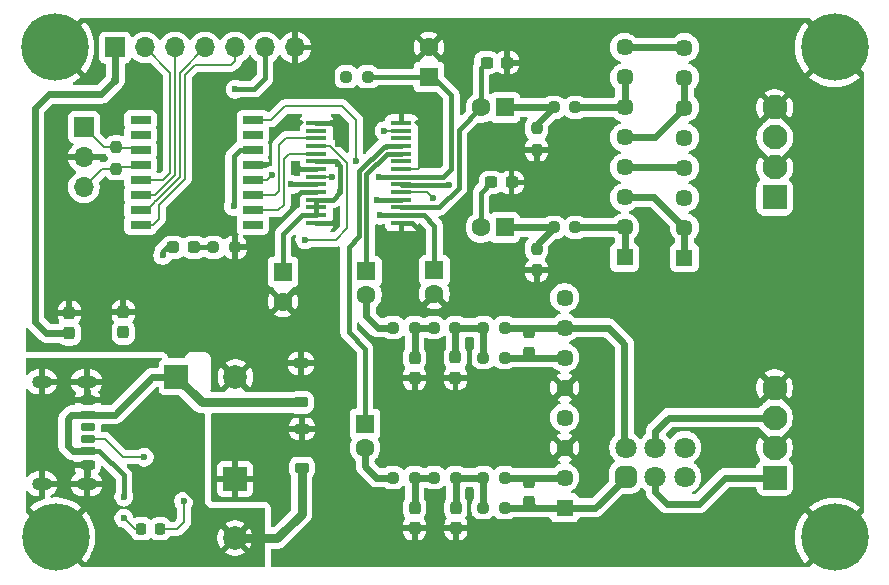
<source format=gtl>
%TF.GenerationSoftware,KiCad,Pcbnew,9.0.0*%
%TF.CreationDate,2025-03-30T14:17:43+09:00*%
%TF.ProjectId,v1000,76313030-302e-46b6-9963-61645f706362,rev?*%
%TF.SameCoordinates,Original*%
%TF.FileFunction,Copper,L1,Top*%
%TF.FilePolarity,Positive*%
%FSLAX46Y46*%
G04 Gerber Fmt 4.6, Leading zero omitted, Abs format (unit mm)*
G04 Created by KiCad (PCBNEW 9.0.0) date 2025-03-30 14:17:43*
%MOMM*%
%LPD*%
G01*
G04 APERTURE LIST*
G04 Aperture macros list*
%AMRoundRect*
0 Rectangle with rounded corners*
0 $1 Rounding radius*
0 $2 $3 $4 $5 $6 $7 $8 $9 X,Y pos of 4 corners*
0 Add a 4 corners polygon primitive as box body*
4,1,4,$2,$3,$4,$5,$6,$7,$8,$9,$2,$3,0*
0 Add four circle primitives for the rounded corners*
1,1,$1+$1,$2,$3*
1,1,$1+$1,$4,$5*
1,1,$1+$1,$6,$7*
1,1,$1+$1,$8,$9*
0 Add four rect primitives between the rounded corners*
20,1,$1+$1,$2,$3,$4,$5,0*
20,1,$1+$1,$4,$5,$6,$7,0*
20,1,$1+$1,$6,$7,$8,$9,0*
20,1,$1+$1,$8,$9,$2,$3,0*%
G04 Aperture macros list end*
%TA.AperFunction,SMDPad,CuDef*%
%ADD10RoundRect,0.237500X-0.250000X-0.237500X0.250000X-0.237500X0.250000X0.237500X-0.250000X0.237500X0*%
%TD*%
%TA.AperFunction,SMDPad,CuDef*%
%ADD11RoundRect,0.237500X0.287500X0.237500X-0.287500X0.237500X-0.287500X-0.237500X0.287500X-0.237500X0*%
%TD*%
%TA.AperFunction,SMDPad,CuDef*%
%ADD12RoundRect,0.175000X-0.425000X0.175000X-0.425000X-0.175000X0.425000X-0.175000X0.425000X0.175000X0*%
%TD*%
%TA.AperFunction,SMDPad,CuDef*%
%ADD13RoundRect,0.190000X0.410000X-0.190000X0.410000X0.190000X-0.410000X0.190000X-0.410000X-0.190000X0*%
%TD*%
%TA.AperFunction,SMDPad,CuDef*%
%ADD14RoundRect,0.200000X0.400000X-0.200000X0.400000X0.200000X-0.400000X0.200000X-0.400000X-0.200000X0*%
%TD*%
%TA.AperFunction,SMDPad,CuDef*%
%ADD15RoundRect,0.175000X0.425000X-0.175000X0.425000X0.175000X-0.425000X0.175000X-0.425000X-0.175000X0*%
%TD*%
%TA.AperFunction,SMDPad,CuDef*%
%ADD16RoundRect,0.190000X-0.410000X0.190000X-0.410000X-0.190000X0.410000X-0.190000X0.410000X0.190000X0*%
%TD*%
%TA.AperFunction,SMDPad,CuDef*%
%ADD17RoundRect,0.200000X-0.400000X0.200000X-0.400000X-0.200000X0.400000X-0.200000X0.400000X0.200000X0*%
%TD*%
%TA.AperFunction,HeatsinkPad*%
%ADD18O,1.700000X1.100000*%
%TD*%
%TA.AperFunction,SMDPad,CuDef*%
%ADD19RoundRect,0.225000X-0.375000X0.225000X-0.375000X-0.225000X0.375000X-0.225000X0.375000X0.225000X0*%
%TD*%
%TA.AperFunction,SMDPad,CuDef*%
%ADD20RoundRect,0.225000X0.375000X-0.225000X0.375000X0.225000X-0.375000X0.225000X-0.375000X-0.225000X0*%
%TD*%
%TA.AperFunction,ComponentPad*%
%ADD21R,1.450000X1.450000*%
%TD*%
%TA.AperFunction,ComponentPad*%
%ADD22C,1.450000*%
%TD*%
%TA.AperFunction,ComponentPad*%
%ADD23R,1.600000X1.600000*%
%TD*%
%TA.AperFunction,ComponentPad*%
%ADD24C,1.600000*%
%TD*%
%TA.AperFunction,ComponentPad*%
%ADD25RoundRect,0.250001X0.799999X-0.799999X0.799999X0.799999X-0.799999X0.799999X-0.799999X-0.799999X0*%
%TD*%
%TA.AperFunction,ComponentPad*%
%ADD26C,2.100000*%
%TD*%
%TA.AperFunction,SMDPad,CuDef*%
%ADD27RoundRect,0.237500X0.237500X-0.300000X0.237500X0.300000X-0.237500X0.300000X-0.237500X-0.300000X0*%
%TD*%
%TA.AperFunction,ComponentPad*%
%ADD28R,1.700000X1.700000*%
%TD*%
%TA.AperFunction,ComponentPad*%
%ADD29O,1.700000X1.700000*%
%TD*%
%TA.AperFunction,SMDPad,CuDef*%
%ADD30RoundRect,0.237500X-0.237500X0.250000X-0.237500X-0.250000X0.237500X-0.250000X0.237500X0.250000X0*%
%TD*%
%TA.AperFunction,SMDPad,CuDef*%
%ADD31RoundRect,0.237500X-0.300000X-0.237500X0.300000X-0.237500X0.300000X0.237500X-0.300000X0.237500X0*%
%TD*%
%TA.AperFunction,SMDPad,CuDef*%
%ADD32R,1.750000X0.450000*%
%TD*%
%TA.AperFunction,SMDPad,CuDef*%
%ADD33RoundRect,0.237500X-0.237500X0.300000X-0.237500X-0.300000X0.237500X-0.300000X0.237500X0.300000X0*%
%TD*%
%TA.AperFunction,ComponentPad*%
%ADD34C,5.700000*%
%TD*%
%TA.AperFunction,ComponentPad*%
%ADD35RoundRect,0.450000X-0.450000X0.450000X-0.450000X-0.450000X0.450000X-0.450000X0.450000X0.450000X0*%
%TD*%
%TA.AperFunction,ComponentPad*%
%ADD36C,1.800000*%
%TD*%
%TA.AperFunction,SMDPad,CuDef*%
%ADD37RoundRect,0.218750X0.218750X0.256250X-0.218750X0.256250X-0.218750X-0.256250X0.218750X-0.256250X0*%
%TD*%
%TA.AperFunction,SMDPad,CuDef*%
%ADD38R,1.750000X0.700000*%
%TD*%
%TA.AperFunction,ComponentPad*%
%ADD39R,2.000000X2.000000*%
%TD*%
%TA.AperFunction,ComponentPad*%
%ADD40C,2.000000*%
%TD*%
%TA.AperFunction,ViaPad*%
%ADD41C,0.600000*%
%TD*%
%TA.AperFunction,Conductor*%
%ADD42C,0.400000*%
%TD*%
%TA.AperFunction,Conductor*%
%ADD43C,0.600000*%
%TD*%
%TA.AperFunction,Conductor*%
%ADD44C,0.200000*%
%TD*%
%TA.AperFunction,Conductor*%
%ADD45C,0.800000*%
%TD*%
G04 APERTURE END LIST*
D10*
%TO.P,R17,2*%
%TO.N,GND*%
X78225000Y-99930000D03*
%TO.P,R17,1*%
%TO.N,Net-(D1-K)*%
X76400000Y-99930000D03*
%TD*%
D11*
%TO.P,D1,2,A*%
%TO.N,+5V*%
X73010000Y-99930000D03*
%TO.P,D1,1,K*%
%TO.N,Net-(D1-K)*%
X74760000Y-99930000D03*
%TD*%
D12*
%TO.P,J3,A5,CC1*%
%TO.N,Net-(IC2-CC1)*%
X65750000Y-115140000D03*
D13*
%TO.P,J3,A9,VBUS*%
%TO.N,+15V*%
X65750000Y-117160000D03*
D14*
%TO.P,J3,A12,GND*%
%TO.N,-15V*%
X65750000Y-118390000D03*
D15*
%TO.P,J3,B5,CC2*%
%TO.N,Net-(IC2-CC2)*%
X65750000Y-116140000D03*
D16*
%TO.P,J3,B9,VBUS*%
%TO.N,+15V*%
X65750000Y-114120000D03*
D17*
%TO.P,J3,B12,GND*%
%TO.N,-15V*%
X65750000Y-112890000D03*
D18*
%TO.P,J3,S1,SHIELD*%
X65670000Y-111320000D03*
X61870000Y-111320000D03*
X65670000Y-119960000D03*
X61870000Y-119960000D03*
%TD*%
D19*
%TO.P,D4,1,K*%
%TO.N,GND*%
X83910000Y-115300000D03*
%TO.P,D4,2,A*%
%TO.N,-15V*%
X83910000Y-118600000D03*
%TD*%
D20*
%TO.P,D3,1,K*%
%TO.N,+15V*%
X83820000Y-113060000D03*
%TO.P,D3,2,A*%
%TO.N,GND*%
X83820000Y-109760000D03*
%TD*%
D10*
%TO.P,R6,1*%
%TO.N,Net-(C11-Pad2)*%
X91615000Y-106720000D03*
%TO.P,R6,2*%
%TO.N,Net-(C9-Pad1)*%
X93440000Y-106720000D03*
%TD*%
D21*
%TO.P,U3,1*%
%TO.N,Net-(C16-Pad2)*%
X106140000Y-121990000D03*
D22*
%TO.P,U3,2,-*%
%TO.N,Net-(U3A--)*%
X106140000Y-119450000D03*
%TO.P,U3,3,+*%
%TO.N,GND*%
X106140000Y-116910000D03*
%TO.P,U3,4,V-*%
%TO.N,-15V*%
X106140000Y-114370000D03*
%TO.P,U3,5,+*%
%TO.N,GND*%
X106140000Y-111830000D03*
%TO.P,U3,6,-*%
%TO.N,Net-(U3B--)*%
X106140000Y-109290000D03*
%TO.P,U3,7*%
%TO.N,Net-(C12-Pad2)*%
X106140000Y-106750000D03*
%TO.P,U3,8,V+*%
%TO.N,+15V*%
X106140000Y-104210000D03*
%TD*%
D23*
%TO.P,C5,1*%
%TO.N,Net-(C5-Pad1)*%
X101080000Y-88090000D03*
D24*
%TO.P,C5,2*%
%TO.N,Net-(U1-RIN+)*%
X99080000Y-88090000D03*
%TD*%
D25*
%TO.P,J1,1,Pin_1*%
%TO.N,Net-(J1-Pin_1)*%
X123920000Y-119420000D03*
D26*
%TO.P,J1,2,Pin_2*%
%TO.N,GND*%
X123920000Y-116880000D03*
%TO.P,J1,3,Pin_3*%
%TO.N,Net-(J1-Pin_3)*%
X123920000Y-114340000D03*
%TO.P,J1,4,Pin_4*%
%TO.N,GND*%
X123920000Y-111800000D03*
%TD*%
D27*
%TO.P,C23,1*%
%TO.N,+15V*%
X68770000Y-107140000D03*
%TO.P,C23,2*%
%TO.N,GND*%
X68770000Y-105415000D03*
%TD*%
D28*
%TO.P,J4,1,Pin_1*%
%TO.N,+5V*%
X68080000Y-83010000D03*
D29*
%TO.P,J4,2,Pin_2*%
%TO.N,Net-(IC1-PROG0{slash}SDATA)*%
X70620000Y-83010000D03*
%TO.P,J4,3,Pin_3*%
%TO.N,Net-(IC1-PROG1{slash}SCLK)*%
X73160000Y-83010000D03*
%TO.P,J4,4,Pin_4*%
%TO.N,Net-(IC1-PROG2)*%
X75700000Y-83010000D03*
%TO.P,J4,5,Pin_5*%
%TO.N,Net-(IC1-PROG3)*%
X78240000Y-83010000D03*
%TO.P,J4,6,Pin_6*%
%TO.N,Net-(IC1-INT{slash}EXT_)*%
X80780000Y-83010000D03*
%TO.P,J4,7,Pin_7*%
%TO.N,GND*%
X83320000Y-83010000D03*
%TD*%
D30*
%TO.P,R1,1*%
%TO.N,Net-(IC1-XTALLN)*%
X68200000Y-91447500D03*
%TO.P,R1,2*%
%TO.N,Net-(IC1-XTALOUT)*%
X68200000Y-93272500D03*
%TD*%
D31*
%TO.P,C7,1*%
%TO.N,Net-(U1-LIN+)*%
X99920000Y-94440000D03*
%TO.P,C7,2*%
%TO.N,GND*%
X101645000Y-94440000D03*
%TD*%
D32*
%TO.P,U1,1,NC*%
%TO.N,GND*%
X85130000Y-89405000D03*
%TO.P,U1,2,XTO*%
%TO.N,unconnected-(U1-XTO-Pad2)*%
X85130000Y-90055000D03*
%TO.P,U1,3,XTI*%
%TO.N,Net-(IC1-SYSCLK)*%
X85130000Y-90705000D03*
%TO.P,U1,4,LRCK*%
%TO.N,Net-(IC1-WORDCLK)*%
X85130000Y-91355000D03*
%TO.P,U1,5,SCLK*%
%TO.N,Net-(IC1-BITCLK)*%
X85130000Y-92005000D03*
%TO.P,U1,6,VD*%
%TO.N,Net-(U1-DEM0)*%
X85130000Y-92655000D03*
%TO.P,U1,7,DGND*%
%TO.N,GND*%
X85130000Y-93305000D03*
%TO.P,U1,8,DOUT*%
%TO.N,Net-(IC1-DIGIN)*%
X85130000Y-93955000D03*
%TO.P,U1,9,DIN*%
%TO.N,Net-(IC1-DIGOUT)*%
X85130000Y-94605000D03*
%TO.P,U1,10,DIF1*%
%TO.N,GND*%
X85130000Y-95255000D03*
%TO.P,U1,11,DIF0*%
%TO.N,Net-(U1-DEM0)*%
X85130000Y-95905000D03*
%TO.P,U1,12,DEM0*%
X85130000Y-96555000D03*
%TO.P,U1,13,VL*%
X85130000Y-97205000D03*
%TO.P,U1,14,NC*%
%TO.N,GND*%
X85130000Y-97855000D03*
%TO.P,U1,15,NC*%
X92330000Y-97855000D03*
%TO.P,U1,16,RIN-*%
%TO.N,Net-(U1-LIN-)*%
X92330000Y-97205000D03*
%TO.P,U1,17,RIN+*%
%TO.N,Net-(U1-RIN+)*%
X92330000Y-96555000D03*
%TO.P,U1,18,DEM1*%
%TO.N,Net-(U1-DEM0)*%
X92330000Y-95905000D03*
%TO.P,U1,19,LIN-*%
%TO.N,Net-(U1-LIN-)*%
X92330000Y-95255000D03*
%TO.P,U1,20,LIN+*%
%TO.N,Net-(U1-LIN+)*%
X92330000Y-94605000D03*
%TO.P,U1,21,VA*%
%TO.N,Net-(U1-VA)*%
X92330000Y-93955000D03*
%TO.P,U1,22,AGND*%
%TO.N,GND*%
X92330000Y-93305000D03*
%TO.P,U1,23,ROUT-*%
%TO.N,unconnected-(U1-ROUT--Pad23)*%
X92330000Y-92655000D03*
%TO.P,U1,24,ROUT+*%
%TO.N,Net-(U1-ROUT+)*%
X92330000Y-92005000D03*
%TO.P,U1,25,LOUT+*%
%TO.N,Net-(U1-LOUT+)*%
X92330000Y-91355000D03*
%TO.P,U1,26,LOUT-*%
%TO.N,unconnected-(U1-LOUT--Pad26)*%
X92330000Y-90705000D03*
%TO.P,U1,27,RSTN*%
%TO.N,Net-(IC1-RESET_)*%
X92330000Y-90055000D03*
%TO.P,U1,28,NC*%
%TO.N,GND*%
X92330000Y-89405000D03*
%TD*%
D10*
%TO.P,R13,1*%
%TO.N,Net-(C15-Pad1)*%
X99255000Y-119450000D03*
%TO.P,R13,2*%
%TO.N,Net-(U3A--)*%
X101080000Y-119450000D03*
%TD*%
D28*
%TO.P,Y1,1,1*%
%TO.N,Net-(IC1-XTALLN)*%
X65440000Y-89750000D03*
D29*
%TO.P,Y1,2,2*%
%TO.N,GND*%
X65440000Y-92290000D03*
%TO.P,Y1,3,3*%
%TO.N,Net-(IC1-XTALOUT)*%
X65440000Y-94830000D03*
%TD*%
D30*
%TO.P,R4,1*%
%TO.N,Net-(C8-Pad1)*%
X103770000Y-100050000D03*
%TO.P,R4,2*%
%TO.N,GND*%
X103770000Y-101875000D03*
%TD*%
D33*
%TO.P,C14,1*%
%TO.N,Net-(C14-Pad1)*%
X93440000Y-121970000D03*
%TO.P,C14,2*%
%TO.N,GND*%
X93440000Y-123695000D03*
%TD*%
D34*
%TO.P,REF\u002A\u002A,1*%
%TO.N,-15V*%
X63040000Y-124460000D03*
%TD*%
D33*
%TO.P,C9,1*%
%TO.N,Net-(C9-Pad1)*%
X93440000Y-109280000D03*
%TO.P,C9,2*%
%TO.N,GND*%
X93440000Y-111005000D03*
%TD*%
D21*
%TO.P,U2,1*%
%TO.N,Net-(U2A--)*%
X111220000Y-100790000D03*
D22*
%TO.P,U2,2,-*%
X111220000Y-98250000D03*
%TO.P,U2,3,+*%
%TO.N,Net-(U2A-+)*%
X111220000Y-95710000D03*
%TO.P,U2,4,V-*%
%TO.N,-15V*%
X111220000Y-93170000D03*
%TO.P,U2,5,+*%
%TO.N,Net-(U2B-+)*%
X111220000Y-90630000D03*
%TO.P,U2,6,-*%
%TO.N,Net-(U2B--)*%
X111220000Y-88090000D03*
%TO.P,U2,7*%
X111220000Y-85550000D03*
%TO.P,U2,8,V+*%
%TO.N,+15V*%
X111220000Y-83010000D03*
%TD*%
D35*
%TO.P,RV1,1,1*%
%TO.N,Net-(C16-Pad2)*%
X111310000Y-119380000D03*
D36*
%TO.P,RV1,2,2*%
%TO.N,Net-(J1-Pin_1)*%
X113810000Y-119380000D03*
%TO.P,RV1,3,3*%
%TO.N,Net-(U2A-+)*%
X116310000Y-119380000D03*
%TO.P,RV1,4,4*%
%TO.N,Net-(C12-Pad2)*%
X111310000Y-116880000D03*
%TO.P,RV1,5,5*%
%TO.N,Net-(J1-Pin_3)*%
X113810000Y-116880000D03*
%TO.P,RV1,6,6*%
%TO.N,Net-(U2B-+)*%
X116310000Y-116880000D03*
%TD*%
D34*
%TO.P,,1*%
%TO.N,GND*%
X129000000Y-83010000D03*
%TD*%
D23*
%TO.P,C19,1*%
%TO.N,Net-(U1-VA)*%
X94650000Y-85500000D03*
D24*
%TO.P,C19,2*%
%TO.N,GND*%
X94650000Y-83000000D03*
%TD*%
D10*
%TO.P,R11,1*%
%TO.N,Net-(C14-Pad1)*%
X95077500Y-119430000D03*
%TO.P,R11,2*%
%TO.N,Net-(C15-Pad1)*%
X96902500Y-119430000D03*
%TD*%
%TO.P,R7,1*%
%TO.N,Net-(C9-Pad1)*%
X95057500Y-106720000D03*
%TO.P,R7,2*%
%TO.N,Net-(C10-Pad1)*%
X96882500Y-106720000D03*
%TD*%
D37*
%TO.P,D2,1,K*%
%TO.N,Net-(D2-K)*%
X71877500Y-123760000D03*
%TO.P,D2,2,A*%
%TO.N,Net-(D2-A)*%
X70302500Y-123760000D03*
%TD*%
D10*
%TO.P,R12,1*%
%TO.N,Net-(C15-Pad1)*%
X99235000Y-121980000D03*
%TO.P,R12,2*%
%TO.N,Net-(C16-Pad2)*%
X101060000Y-121980000D03*
%TD*%
D38*
%TO.P,IC1,1,DIGOUT*%
%TO.N,Net-(IC1-DIGOUT)*%
X70240000Y-89145000D03*
%TO.P,IC1,2,INT/EXT_*%
%TO.N,Net-(IC1-INT{slash}EXT_)*%
X70240000Y-90415000D03*
%TO.P,IC1,3,XTALLN*%
%TO.N,Net-(IC1-XTALLN)*%
X70240000Y-91685000D03*
%TO.P,IC1,4,XTALOUT*%
%TO.N,Net-(IC1-XTALOUT)*%
X70240000Y-92955000D03*
%TO.P,IC1,5,PROG0/SDATA*%
%TO.N,Net-(IC1-PROG0{slash}SDATA)*%
X70240000Y-94225000D03*
%TO.P,IC1,6,PROG1/SCLK*%
%TO.N,Net-(IC1-PROG1{slash}SCLK)*%
X70240000Y-95495000D03*
%TO.P,IC1,7,PROG2*%
%TO.N,Net-(IC1-PROG2)*%
X70240000Y-96765000D03*
%TO.P,IC1,8,PROG3*%
%TO.N,Net-(IC1-PROG3)*%
X70240000Y-98035000D03*
%TO.P,IC1,9,WORDCLK*%
%TO.N,Net-(IC1-WORDCLK)*%
X79740000Y-98035000D03*
%TO.P,IC1,10,BITCLK*%
%TO.N,Net-(IC1-BITCLK)*%
X79740000Y-96765000D03*
%TO.P,IC1,11,SYSCLK*%
%TO.N,Net-(IC1-SYSCLK)*%
X79740000Y-95495000D03*
%TO.P,IC1,12,RESET_*%
%TO.N,Net-(IC1-RESET_)*%
X79740000Y-94225000D03*
%TO.P,IC1,13,GND*%
%TO.N,GND*%
X79740000Y-92955000D03*
%TO.P,IC1,14,VDD*%
%TO.N,+3.3V*%
X79740000Y-91685000D03*
%TO.P,IC1,15,NC*%
%TO.N,unconnected-(IC1-NC-Pad15)*%
X79740000Y-90415000D03*
%TO.P,IC1,16,DIGIN*%
%TO.N,Net-(IC1-DIGIN)*%
X79740000Y-89145000D03*
%TD*%
D23*
%TO.P,C13,1*%
%TO.N,Net-(U1-LOUT+)*%
X89240000Y-114900000D03*
D24*
%TO.P,C13,2*%
%TO.N,Net-(C13-Pad2)*%
X89240000Y-116900000D03*
%TD*%
D34*
%TO.P,,1*%
%TO.N,GND*%
X62980000Y-83010000D03*
%TD*%
D10*
%TO.P,R2,1*%
%TO.N,Net-(C5-Pad1)*%
X105227500Y-88080000D03*
%TO.P,R2,2*%
%TO.N,Net-(U2B--)*%
X107052500Y-88080000D03*
%TD*%
D33*
%TO.P,C16,1*%
%TO.N,Net-(U3A--)*%
X103110000Y-119795000D03*
%TO.P,C16,2*%
%TO.N,Net-(C16-Pad2)*%
X103110000Y-121520000D03*
%TD*%
D39*
%TO.P,C21,1*%
%TO.N,+15V*%
X73270000Y-110920000D03*
D40*
%TO.P,C21,2*%
%TO.N,GND*%
X78270000Y-110920000D03*
%TD*%
D39*
%TO.P,C22,1*%
%TO.N,GND*%
X78230000Y-119540000D03*
D40*
%TO.P,C22,2*%
%TO.N,-15V*%
X78230000Y-124540000D03*
%TD*%
D27*
%TO.P,C12,1*%
%TO.N,Net-(U3B--)*%
X103130000Y-108852500D03*
%TO.P,C12,2*%
%TO.N,Net-(C12-Pad2)*%
X103130000Y-107127500D03*
%TD*%
D21*
%TO.P,U4,1*%
%TO.N,Net-(U2A-+)*%
X116290000Y-100800000D03*
D22*
%TO.P,U4,2,-*%
X116290000Y-98260000D03*
%TO.P,U4,3,+*%
%TO.N,Net-(D6-A)*%
X116290000Y-95720000D03*
%TO.P,U4,4,V-*%
%TO.N,-15V*%
X116290000Y-93180000D03*
%TO.P,U4,5,+*%
%TO.N,Net-(D5-A)*%
X116290000Y-90640000D03*
%TO.P,U4,6,-*%
%TO.N,Net-(U2B-+)*%
X116290000Y-88100000D03*
%TO.P,U4,7*%
X116290000Y-85560000D03*
%TO.P,U4,8,V+*%
%TO.N,+15V*%
X116290000Y-83020000D03*
%TD*%
D10*
%TO.P,R8,1*%
%TO.N,Net-(C10-Pad1)*%
X99245000Y-109260000D03*
%TO.P,R8,2*%
%TO.N,Net-(U3B--)*%
X101070000Y-109260000D03*
%TD*%
D23*
%TO.P,C18,1*%
%TO.N,Net-(U1-DEM0)*%
X82290000Y-102020000D03*
D24*
%TO.P,C18,2*%
%TO.N,GND*%
X82290000Y-104520000D03*
%TD*%
D33*
%TO.P,C10,1*%
%TO.N,Net-(C10-Pad1)*%
X96900000Y-109250000D03*
%TO.P,C10,2*%
%TO.N,GND*%
X96900000Y-110975000D03*
%TD*%
D10*
%TO.P,R14,1*%
%TO.N,+5V*%
X87655000Y-85500000D03*
%TO.P,R14,2*%
%TO.N,Net-(U1-VA)*%
X89480000Y-85500000D03*
%TD*%
D23*
%TO.P,C4,1*%
%TO.N,Net-(U1-LIN-)*%
X95120000Y-101870000D03*
D24*
%TO.P,C4,2*%
%TO.N,GND*%
X95120000Y-103870000D03*
%TD*%
D30*
%TO.P,R3,1*%
%TO.N,Net-(C5-Pad1)*%
X103780000Y-89840000D03*
%TO.P,R3,2*%
%TO.N,GND*%
X103780000Y-91665000D03*
%TD*%
D10*
%TO.P,R10,1*%
%TO.N,Net-(C13-Pad2)*%
X91615000Y-119440000D03*
%TO.P,R10,2*%
%TO.N,Net-(C14-Pad1)*%
X93440000Y-119440000D03*
%TD*%
D23*
%TO.P,C8,1*%
%TO.N,Net-(C8-Pad1)*%
X101060000Y-98250000D03*
D24*
%TO.P,C8,2*%
%TO.N,Net-(U1-LIN+)*%
X99060000Y-98250000D03*
%TD*%
D25*
%TO.P,J2,1,Pin_1*%
%TO.N,Net-(D6-A)*%
X123930000Y-95710000D03*
D26*
%TO.P,J2,2,Pin_2*%
%TO.N,GND*%
X123930000Y-93170000D03*
%TO.P,J2,3,Pin_3*%
%TO.N,Net-(D5-A)*%
X123930000Y-90630000D03*
%TO.P,J2,4,Pin_4*%
%TO.N,GND*%
X123930000Y-88090000D03*
%TD*%
D34*
%TO.P,,1*%
%TO.N,GND*%
X129000000Y-124490000D03*
%TD*%
D10*
%TO.P,R9,1*%
%TO.N,Net-(C10-Pad1)*%
X99245000Y-106730000D03*
%TO.P,R9,2*%
%TO.N,Net-(C12-Pad2)*%
X101070000Y-106730000D03*
%TD*%
D31*
%TO.P,C6,1*%
%TO.N,Net-(U1-RIN+)*%
X99537500Y-84300000D03*
%TO.P,C6,2*%
%TO.N,GND*%
X101262500Y-84300000D03*
%TD*%
D23*
%TO.P,C11,1*%
%TO.N,Net-(U1-ROUT+)*%
X89360000Y-101964888D03*
D24*
%TO.P,C11,2*%
%TO.N,Net-(C11-Pad2)*%
X89360000Y-103964888D03*
%TD*%
D27*
%TO.P,C24,1*%
%TO.N,+5V*%
X64200000Y-107210000D03*
%TO.P,C24,2*%
%TO.N,GND*%
X64200000Y-105485000D03*
%TD*%
D10*
%TO.P,R5,1*%
%TO.N,Net-(C8-Pad1)*%
X105235000Y-98250000D03*
%TO.P,R5,2*%
%TO.N,Net-(U2A--)*%
X107060000Y-98250000D03*
%TD*%
D33*
%TO.P,C15,1*%
%TO.N,Net-(C15-Pad1)*%
X96940000Y-121970000D03*
%TO.P,C15,2*%
%TO.N,GND*%
X96940000Y-123695000D03*
%TD*%
D41*
%TO.N,GND*%
X74745000Y-103260000D03*
%TO.N,+5V*%
X72120000Y-100610000D03*
%TO.N,GND*%
X120360000Y-93170000D03*
%TO.N,-15V*%
X65750000Y-118390000D03*
X65750000Y-112890000D03*
%TO.N,+15V*%
X68830000Y-121037500D03*
%TO.N,Net-(IC2-CC1)*%
X65750000Y-115140000D03*
%TO.N,GND*%
X66490000Y-107190000D03*
X86700000Y-97830000D03*
X72120000Y-103875000D03*
X74182500Y-101560000D03*
X83300000Y-93300000D03*
X64965000Y-102565000D03*
X83320000Y-96110000D03*
X94050000Y-92990000D03*
X118130000Y-119360000D03*
X67050000Y-92350000D03*
X86980000Y-91145000D03*
X68015000Y-102565000D03*
X79740000Y-92955000D03*
X93960000Y-98620000D03*
%TO.N,Net-(U1-LIN-)*%
X95000000Y-95750000D03*
X90490000Y-97205000D03*
%TO.N,Net-(U1-LIN+)*%
X96394000Y-94629000D03*
%TO.N,Net-(U1-DEM0)*%
X90280000Y-95910000D03*
X86960000Y-92870000D03*
X87150000Y-95240000D03*
%TO.N,Net-(U1-VA)*%
X90390000Y-93950000D03*
%TO.N,+15V*%
X83830000Y-113060000D03*
X68770000Y-107190000D03*
%TO.N,Net-(IC1-DIGIN)*%
X86450000Y-93960000D03*
X88470000Y-92590000D03*
%TO.N,Net-(IC1-WORDCLK)*%
X79740000Y-98035000D03*
X84150000Y-99270000D03*
%TO.N,Net-(IC1-DIGOUT)*%
X82970000Y-94605000D03*
X70240000Y-89145000D03*
%TO.N,Net-(IC1-RESET_)*%
X90890000Y-90060000D03*
X81368000Y-93840000D03*
%TO.N,+5V*%
X87655000Y-85500000D03*
X68030000Y-85880000D03*
X64210000Y-107190000D03*
%TO.N,-15V*%
X83880000Y-118585000D03*
X73140000Y-117690000D03*
X74910000Y-118020000D03*
%TO.N,Net-(IC1-INT{slash}EXT_)*%
X78260000Y-86540000D03*
X70240000Y-90415000D03*
%TO.N,+3.3V*%
X78110000Y-96460000D03*
%TO.N,Net-(D2-K)*%
X73890000Y-121420000D03*
%TO.N,Net-(D2-A)*%
X68830000Y-122862500D03*
%TO.N,Net-(IC2-CC2)*%
X70540000Y-117690000D03*
%TD*%
D42*
%TO.N,Net-(D1-K)*%
X74760000Y-99930000D02*
X76400000Y-99930000D01*
%TO.N,+5V*%
X72120000Y-100610000D02*
X72120000Y-100270000D01*
X72120000Y-100270000D02*
X72460000Y-99930000D01*
X72460000Y-99930000D02*
X73010000Y-99930000D01*
%TO.N,+15V*%
X65750000Y-117160000D02*
X66760000Y-117160000D01*
X66760000Y-117160000D02*
X68830000Y-119230000D01*
X68830000Y-119230000D02*
X68830000Y-121037500D01*
D43*
X65750000Y-117160000D02*
X64490000Y-117160000D01*
X64490000Y-117160000D02*
X64060000Y-116730000D01*
X64060000Y-116730000D02*
X64060000Y-114450000D01*
X64060000Y-114450000D02*
X64390000Y-114120000D01*
X64390000Y-114120000D02*
X65750000Y-114120000D01*
X73270000Y-110920000D02*
X71240000Y-110920000D01*
X71240000Y-110920000D02*
X68040000Y-114120000D01*
X68040000Y-114120000D02*
X65750000Y-114120000D01*
D44*
%TO.N,Net-(IC2-CC2)*%
X70540000Y-117690000D02*
X68780000Y-117690000D01*
X68780000Y-117690000D02*
X67230000Y-116140000D01*
X67230000Y-116140000D02*
X65750000Y-116140000D01*
D42*
%TO.N,GND*%
X83320000Y-95790000D02*
X83320000Y-96110000D01*
X85130000Y-89405000D02*
X86405000Y-89405000D01*
D44*
X93735000Y-93305000D02*
X94050000Y-92990000D01*
X92330000Y-93305000D02*
X93735000Y-93305000D01*
D42*
X85130000Y-95255000D02*
X83855000Y-95255000D01*
X86675000Y-97855000D02*
X86700000Y-97830000D01*
X93195000Y-97855000D02*
X93960000Y-98620000D01*
X92330000Y-97855000D02*
X93195000Y-97855000D01*
X86980000Y-89980000D02*
X86980000Y-91145000D01*
X85130000Y-93305000D02*
X83305000Y-93305000D01*
X83855000Y-95255000D02*
X83320000Y-95790000D01*
X83305000Y-93305000D02*
X83300000Y-93300000D01*
X85130000Y-97855000D02*
X86675000Y-97855000D01*
X86405000Y-89405000D02*
X86980000Y-89980000D01*
D44*
%TO.N,Net-(U1-LIN-)*%
X94800000Y-95550000D02*
X95000000Y-95750000D01*
D42*
X95120000Y-98090000D02*
X95120000Y-101870000D01*
X92330000Y-97205000D02*
X90490000Y-97205000D01*
X92330000Y-97205000D02*
X94235000Y-97205000D01*
D44*
X92330000Y-95255000D02*
X94505000Y-95255000D01*
D42*
X94235000Y-97205000D02*
X95120000Y-98090000D01*
D44*
X94505000Y-95255000D02*
X94800000Y-95550000D01*
D42*
%TO.N,Net-(U1-RIN+)*%
X99060000Y-88090000D02*
X99060000Y-84777500D01*
X99060000Y-88090000D02*
X97180000Y-89970000D01*
X95505000Y-96555000D02*
X92330000Y-96555000D01*
X99060000Y-84777500D02*
X99537500Y-84300000D01*
X97180000Y-94880000D02*
X95505000Y-96555000D01*
X97180000Y-89970000D02*
X97180000Y-94880000D01*
%TO.N,Net-(U1-LIN+)*%
X99060000Y-95300000D02*
X99920000Y-94440000D01*
X96394000Y-94629000D02*
X92354000Y-94629000D01*
X92354000Y-94629000D02*
X92330000Y-94605000D01*
X99060000Y-98220000D02*
X99060000Y-95300000D01*
D43*
%TO.N,Net-(C9-Pad1)*%
X93440000Y-106720000D02*
X95057500Y-106720000D01*
X93440000Y-109280000D02*
X93440000Y-106720000D01*
%TO.N,Net-(C12-Pad2)*%
X111210000Y-109290000D02*
X111210000Y-116830000D01*
X103507500Y-106750000D02*
X103130000Y-107127500D01*
X111210000Y-116830000D02*
X111300000Y-116920000D01*
X106140000Y-106750000D02*
X101090000Y-106750000D01*
X106140000Y-106750000D02*
X103507500Y-106750000D01*
X109860000Y-106750000D02*
X111210000Y-108100000D01*
X106140000Y-106750000D02*
X109860000Y-106750000D01*
X101090000Y-106750000D02*
X101070000Y-106730000D01*
X111210000Y-108100000D02*
X111210000Y-109290000D01*
%TO.N,Net-(U3B--)*%
X106110000Y-109260000D02*
X106140000Y-109290000D01*
X106140000Y-109290000D02*
X103567500Y-109290000D01*
X103567500Y-109290000D02*
X103130000Y-108852500D01*
X101070000Y-109260000D02*
X106110000Y-109260000D01*
%TO.N,Net-(C14-Pad1)*%
X93440000Y-121970000D02*
X93440000Y-119440000D01*
X95067500Y-119440000D02*
X95077500Y-119430000D01*
X93440000Y-119440000D02*
X95067500Y-119440000D01*
%TO.N,Net-(U3A--)*%
X106140000Y-119450000D02*
X103455000Y-119450000D01*
X101080000Y-119450000D02*
X106140000Y-119450000D01*
X103455000Y-119450000D02*
X103110000Y-119795000D01*
%TO.N,Net-(C16-Pad2)*%
X106140000Y-121990000D02*
X108730000Y-121990000D01*
X106130000Y-121980000D02*
X106140000Y-121990000D01*
X106140000Y-121990000D02*
X103580000Y-121990000D01*
X103580000Y-121990000D02*
X103110000Y-121520000D01*
X108730000Y-121990000D02*
X111300000Y-119420000D01*
X101060000Y-121980000D02*
X106130000Y-121980000D01*
D42*
%TO.N,Net-(U1-DEM0)*%
X90280000Y-95910000D02*
X92325000Y-95910000D01*
X86495000Y-95905000D02*
X87150000Y-95250000D01*
X82290000Y-102020000D02*
X82290000Y-98793000D01*
X86750000Y-92660000D02*
X86745000Y-92655000D01*
X86960000Y-92870000D02*
X87150000Y-93060000D01*
X86745000Y-92655000D02*
X85130000Y-92655000D01*
X87150000Y-95250000D02*
X87150000Y-95240000D01*
X92325000Y-95910000D02*
X92330000Y-95905000D01*
X82290000Y-98793000D02*
X83878000Y-97205000D01*
X86960000Y-92870000D02*
X86745000Y-92655000D01*
X87150000Y-93060000D02*
X87150000Y-95240000D01*
X85130000Y-95905000D02*
X85130000Y-97205000D01*
X85130000Y-95905000D02*
X86495000Y-95905000D01*
X83878000Y-97205000D02*
X85130000Y-97205000D01*
%TO.N,Net-(U1-VA)*%
X89480000Y-85500000D02*
X94650000Y-85500000D01*
X96560000Y-93280000D02*
X95885000Y-93955000D01*
X94650000Y-85500000D02*
X95000000Y-85500000D01*
X90390000Y-93950000D02*
X92325000Y-93950000D01*
X95885000Y-93955000D02*
X92330000Y-93955000D01*
X95000000Y-85500000D02*
X96560000Y-87060000D01*
X92325000Y-93950000D02*
X92330000Y-93955000D01*
X96560000Y-87060000D02*
X96560000Y-93280000D01*
D45*
%TO.N,+15V*%
X83840000Y-113060000D02*
X83830000Y-113060000D01*
D43*
X111220000Y-83010000D02*
X116490000Y-83010000D01*
D45*
X83830000Y-113060000D02*
X75410000Y-113060000D01*
D43*
X116500000Y-83020000D02*
X116290000Y-83020000D01*
D45*
X75410000Y-113060000D02*
X73270000Y-110920000D01*
D43*
X116490000Y-83010000D02*
X116500000Y-83020000D01*
D44*
%TO.N,Net-(IC1-BITCLK)*%
X85130000Y-92005000D02*
X82815000Y-92005000D01*
X81915000Y-96765000D02*
X79740000Y-96765000D01*
X82370000Y-95400000D02*
X82370000Y-96310000D01*
X82369000Y-92451000D02*
X82369000Y-95399000D01*
X82815000Y-92005000D02*
X82369000Y-92451000D01*
X82370000Y-96310000D02*
X81915000Y-96765000D01*
X82369000Y-95399000D02*
X82370000Y-95400000D01*
%TO.N,Net-(IC1-PROG2)*%
X71369000Y-96161000D02*
X71384000Y-96146000D01*
X71416000Y-96114000D02*
X71603900Y-95926100D01*
X73326100Y-94203900D02*
X73561000Y-93969000D01*
X71384000Y-96146000D02*
X71416000Y-96114000D01*
X71603900Y-95926100D02*
X71634000Y-95896000D01*
X71634000Y-95896000D02*
X71868900Y-95661100D01*
X73561000Y-85149000D02*
X75700000Y-83010000D01*
X73210000Y-94320000D02*
X73326100Y-94203900D01*
X71868900Y-95661100D02*
X73210000Y-94320000D01*
X70765000Y-96765000D02*
X71369000Y-96161000D01*
X73561000Y-93969000D02*
X73561000Y-93636800D01*
X70240000Y-96765000D02*
X70765000Y-96765000D01*
X73561000Y-93636800D02*
X73561000Y-85149000D01*
%TO.N,Net-(IC1-PROG0{slash}SDATA)*%
X72759000Y-93636800D02*
X72759000Y-85149000D01*
X72170800Y-94225000D02*
X72759000Y-93636800D01*
X72759000Y-85149000D02*
X70620000Y-83010000D01*
X70240000Y-94225000D02*
X72170800Y-94225000D01*
%TO.N,Net-(IC1-PROG3)*%
X71770000Y-96327100D02*
X73962000Y-94135100D01*
X73962000Y-85315100D02*
X74817100Y-84460000D01*
X70240000Y-98035000D02*
X71255000Y-98035000D01*
X78240000Y-84120000D02*
X78240000Y-83010000D01*
X73962000Y-94135100D02*
X73962000Y-85315100D01*
X77900000Y-84460000D02*
X78240000Y-84120000D01*
X74817100Y-84460000D02*
X77900000Y-84460000D01*
X71255000Y-98035000D02*
X71770000Y-97520000D01*
X71770000Y-97520000D02*
X71770000Y-96327100D01*
%TO.N,Net-(IC1-DIGIN)*%
X88470000Y-92590000D02*
X88470000Y-89160000D01*
X85135000Y-93960000D02*
X85130000Y-93955000D01*
X87310000Y-88000000D02*
X82450000Y-88000000D01*
X86450000Y-93960000D02*
X85135000Y-93960000D01*
X81305000Y-89145000D02*
X79740000Y-89145000D01*
X88470000Y-89160000D02*
X87310000Y-88000000D01*
X82450000Y-88000000D02*
X81305000Y-89145000D01*
%TO.N,Net-(IC1-WORDCLK)*%
X87751000Y-92811057D02*
X87751000Y-98309000D01*
X85130000Y-91355000D02*
X86294943Y-91355000D01*
X87751000Y-98309000D02*
X86790000Y-99270000D01*
X86790000Y-99270000D02*
X84150000Y-99270000D01*
X86294943Y-91355000D02*
X87751000Y-92811057D01*
%TO.N,Net-(IC1-PROG1{slash}SCLK)*%
X70240000Y-95495000D02*
X71467900Y-95495000D01*
X73160000Y-93802900D02*
X73160000Y-83010000D01*
X71467900Y-95495000D02*
X73160000Y-93802900D01*
D42*
%TO.N,Net-(IC1-DIGOUT)*%
X82970000Y-94605000D02*
X85130000Y-94605000D01*
D44*
%TO.N,Net-(IC1-RESET_)*%
X92325000Y-90060000D02*
X92330000Y-90055000D01*
X80983000Y-94225000D02*
X81368000Y-93840000D01*
X79740000Y-94225000D02*
X80983000Y-94225000D01*
X90890000Y-90060000D02*
X92325000Y-90060000D01*
%TO.N,Net-(IC1-XTALLN)*%
X68242500Y-91490000D02*
X68200000Y-91447500D01*
X70045000Y-91490000D02*
X68242500Y-91490000D01*
X67137500Y-91447500D02*
X65440000Y-89750000D01*
X68200000Y-91447500D02*
X67137500Y-91447500D01*
X70240000Y-91685000D02*
X70045000Y-91490000D01*
%TO.N,Net-(IC1-XTALOUT)*%
X70095000Y-93100000D02*
X68372500Y-93100000D01*
X70240000Y-92955000D02*
X70095000Y-93100000D01*
X68200000Y-93272500D02*
X68200000Y-93280000D01*
X68372500Y-93100000D02*
X68200000Y-93272500D01*
X66997500Y-93272500D02*
X68200000Y-93272500D01*
X65440000Y-94830000D02*
X66997500Y-93272500D01*
%TO.N,Net-(IC1-SYSCLK)*%
X81968000Y-95120000D02*
X81968000Y-91262000D01*
X79740000Y-95495000D02*
X81593000Y-95495000D01*
X81968000Y-91262000D02*
X82525000Y-90705000D01*
X82525000Y-90705000D02*
X85130000Y-90705000D01*
X81593000Y-95495000D02*
X81968000Y-95120000D01*
D43*
%TO.N,Net-(U2B--)*%
X111220000Y-88090000D02*
X111220000Y-85550000D01*
X111210000Y-88080000D02*
X111220000Y-88090000D01*
X107052500Y-88080000D02*
X111210000Y-88080000D01*
%TO.N,Net-(U2A--)*%
X107060000Y-98250000D02*
X111220000Y-98250000D01*
X111220000Y-100790000D02*
X111220000Y-98250000D01*
%TO.N,Net-(C10-Pad1)*%
X99245000Y-106730000D02*
X96892500Y-106730000D01*
X96892500Y-106730000D02*
X96882500Y-106720000D01*
X99245000Y-106730000D02*
X99245000Y-109260000D01*
X96900000Y-109250000D02*
X96900000Y-106737500D01*
X96900000Y-106737500D02*
X96882500Y-106720000D01*
X99235000Y-109250000D02*
X99245000Y-109260000D01*
%TO.N,Net-(C15-Pad1)*%
X99235000Y-119470000D02*
X99255000Y-119450000D01*
X96940000Y-119467500D02*
X96902500Y-119430000D01*
X99235000Y-119430000D02*
X99255000Y-119450000D01*
X96902500Y-119430000D02*
X99235000Y-119430000D01*
X99235000Y-121980000D02*
X99235000Y-119470000D01*
X96940000Y-121970000D02*
X96940000Y-119467500D01*
%TO.N,+5V*%
X61280000Y-88170000D02*
X62470000Y-86980000D01*
X62230000Y-107190000D02*
X61280000Y-106240000D01*
X68030000Y-85880000D02*
X68080000Y-85830000D01*
X62470000Y-86980000D02*
X66930000Y-86980000D01*
X61280000Y-106240000D02*
X61280000Y-88170000D01*
X64210000Y-107190000D02*
X62230000Y-107190000D01*
X68080000Y-85830000D02*
X68080000Y-83010000D01*
X66930000Y-86980000D02*
X68030000Y-85880000D01*
%TO.N,Net-(U2A-+)*%
X113740000Y-95710000D02*
X116290000Y-98260000D01*
X116290000Y-98260000D02*
X116290000Y-100800000D01*
X111220000Y-95710000D02*
X113740000Y-95710000D01*
%TO.N,Net-(U2B-+)*%
X113760000Y-90630000D02*
X116290000Y-88100000D01*
X116290000Y-88100000D02*
X116290000Y-85560000D01*
X111220000Y-90630000D02*
X113760000Y-90630000D01*
%TO.N,-15V*%
X116280000Y-93170000D02*
X116290000Y-93180000D01*
D45*
X78610000Y-124540000D02*
X78670000Y-124480000D01*
X83880000Y-118585000D02*
X83880000Y-122490000D01*
D43*
X111220000Y-93170000D02*
X116280000Y-93170000D01*
D45*
X81830000Y-124540000D02*
X78230000Y-124540000D01*
X83880000Y-122490000D02*
X81830000Y-124540000D01*
D43*
X72530000Y-118840000D02*
X78230000Y-124540000D01*
D45*
X78230000Y-124540000D02*
X78610000Y-124540000D01*
D42*
%TO.N,Net-(U1-ROUT+)*%
X91078000Y-92005000D02*
X92330000Y-92005000D01*
X89360000Y-93723000D02*
X91078000Y-92005000D01*
X89360000Y-101964888D02*
X89360000Y-93723000D01*
%TO.N,Net-(U1-LOUT+)*%
X90829058Y-91404000D02*
X91054000Y-91404000D01*
X87850000Y-99910000D02*
X88759000Y-99001000D01*
X88759000Y-93971942D02*
X88759000Y-93474058D01*
X89240000Y-108500000D02*
X87850000Y-107110000D01*
X90477000Y-91756058D02*
X90829058Y-91404000D01*
X89111058Y-93122000D02*
X90477000Y-91756058D01*
X92330000Y-91379000D02*
X92330000Y-91355000D01*
X91054000Y-91404000D02*
X91054000Y-91379000D01*
X88759000Y-99001000D02*
X88759000Y-93971942D01*
X89240000Y-114900000D02*
X89240000Y-108500000D01*
X88759000Y-93474058D02*
X89111058Y-93122000D01*
X91054000Y-91379000D02*
X92330000Y-91379000D01*
X87850000Y-107110000D02*
X87850000Y-99910000D01*
D43*
%TO.N,Net-(J1-Pin_1)*%
X123920000Y-119420000D02*
X119760000Y-119420000D01*
X113800000Y-120670000D02*
X113800000Y-119420000D01*
X119760000Y-119420000D02*
X117540000Y-121640000D01*
X117540000Y-121640000D02*
X114770000Y-121640000D01*
X114770000Y-121640000D02*
X113800000Y-120670000D01*
%TO.N,Net-(J1-Pin_3)*%
X114950000Y-114340000D02*
X123920000Y-114340000D01*
X113800000Y-116920000D02*
X113800000Y-115490000D01*
X113800000Y-115490000D02*
X114950000Y-114340000D01*
D42*
%TO.N,Net-(IC1-INT{slash}EXT_)*%
X80780000Y-85590000D02*
X80780000Y-83010000D01*
X79830000Y-86540000D02*
X80780000Y-85590000D01*
X78260000Y-86540000D02*
X79830000Y-86540000D01*
%TO.N,+3.3V*%
X78110000Y-96460000D02*
X78110000Y-92200000D01*
X78110000Y-92200000D02*
X78625000Y-91685000D01*
X78625000Y-91685000D02*
X79740000Y-91685000D01*
D43*
%TO.N,Net-(C5-Pad1)*%
X103780000Y-89840000D02*
X103780000Y-89527500D01*
X101060000Y-88090000D02*
X105217500Y-88090000D01*
X103780000Y-89527500D02*
X105227500Y-88080000D01*
X105217500Y-88090000D02*
X105227500Y-88080000D01*
%TO.N,Net-(C8-Pad1)*%
X103770000Y-100050000D02*
X103770000Y-99715000D01*
X105205000Y-98220000D02*
X105235000Y-98250000D01*
X101060000Y-98220000D02*
X105205000Y-98220000D01*
X103770000Y-99715000D02*
X105235000Y-98250000D01*
%TO.N,Net-(C11-Pad2)*%
X89360000Y-105780000D02*
X90300000Y-106720000D01*
X89360000Y-103964888D02*
X89360000Y-105780000D01*
X90300000Y-106720000D02*
X91615000Y-106720000D01*
%TO.N,Net-(C13-Pad2)*%
X89240000Y-118480000D02*
X90200000Y-119440000D01*
X89240000Y-116900000D02*
X89240000Y-118480000D01*
X90200000Y-119440000D02*
X91615000Y-119440000D01*
%TO.N,Net-(D5-A)*%
X123920000Y-90640000D02*
X123930000Y-90630000D01*
D44*
%TO.N,Net-(D2-K)*%
X73840000Y-123260000D02*
X73890000Y-123210000D01*
X73340000Y-123760000D02*
X73840000Y-123260000D01*
X73890000Y-123210000D02*
X73890000Y-121420000D01*
X71877500Y-123760000D02*
X73340000Y-123760000D01*
%TO.N,Net-(D2-A)*%
X70302500Y-123760000D02*
X69727500Y-123760000D01*
X69727500Y-123760000D02*
X68830000Y-122862500D01*
%TD*%
%TA.AperFunction,Conductor*%
%TO.N,-15V*%
G36*
X72010962Y-109279685D02*
G01*
X72056717Y-109332489D01*
X72066661Y-109401647D01*
X72037636Y-109465203D01*
X72018234Y-109483266D01*
X71912455Y-109562452D01*
X71912452Y-109562455D01*
X71826206Y-109677664D01*
X71826202Y-109677671D01*
X71775908Y-109812517D01*
X71769501Y-109872116D01*
X71769501Y-109872123D01*
X71769500Y-109872135D01*
X71769500Y-109995500D01*
X71749815Y-110062539D01*
X71697011Y-110108294D01*
X71645500Y-110119500D01*
X71161154Y-110119500D01*
X71006509Y-110150261D01*
X71006497Y-110150264D01*
X70963832Y-110167936D01*
X70963833Y-110167937D01*
X70860823Y-110210604D01*
X70860814Y-110210609D01*
X70729712Y-110298209D01*
X70729710Y-110298212D01*
X67744741Y-113283181D01*
X67683418Y-113316666D01*
X67657060Y-113319500D01*
X66970065Y-113319500D01*
X66903026Y-113299815D01*
X66857271Y-113247011D01*
X66846574Y-113184280D01*
X66850000Y-113146573D01*
X66850000Y-113140000D01*
X64650001Y-113140000D01*
X64650001Y-113146582D01*
X64653426Y-113184280D01*
X64639888Y-113252826D01*
X64591441Y-113303171D01*
X64529935Y-113319500D01*
X64311154Y-113319500D01*
X64156509Y-113350261D01*
X64156497Y-113350264D01*
X64113832Y-113367936D01*
X64113833Y-113367937D01*
X64010823Y-113410604D01*
X64010814Y-113410609D01*
X63879712Y-113498209D01*
X63879711Y-113498211D01*
X63879710Y-113498212D01*
X63549711Y-113828211D01*
X63519909Y-113858013D01*
X63438209Y-113939712D01*
X63350609Y-114070814D01*
X63350602Y-114070827D01*
X63290264Y-114216498D01*
X63290261Y-114216510D01*
X63259500Y-114371153D01*
X63259500Y-116808846D01*
X63290261Y-116963489D01*
X63290264Y-116963501D01*
X63350602Y-117109172D01*
X63350609Y-117109185D01*
X63438210Y-117240288D01*
X63438213Y-117240292D01*
X63979707Y-117781786D01*
X63979711Y-117781789D01*
X64110814Y-117869390D01*
X64110827Y-117869397D01*
X64241419Y-117923489D01*
X64256503Y-117929737D01*
X64411153Y-117960499D01*
X64411156Y-117960500D01*
X64411158Y-117960500D01*
X64529935Y-117960500D01*
X64596974Y-117980185D01*
X64642729Y-118032989D01*
X64653426Y-118095720D01*
X64650000Y-118133426D01*
X64650000Y-118140000D01*
X65626000Y-118140000D01*
X65693039Y-118159685D01*
X65738794Y-118212489D01*
X65750000Y-118264000D01*
X65750000Y-118390000D01*
X65876000Y-118390000D01*
X65943039Y-118409685D01*
X65988794Y-118462489D01*
X66000000Y-118514000D01*
X66000000Y-119296000D01*
X65980315Y-119363039D01*
X65955190Y-119384809D01*
X65920000Y-119420000D01*
X65920000Y-119660000D01*
X65420000Y-119660000D01*
X65420000Y-118904000D01*
X65439685Y-118836961D01*
X65464809Y-118815190D01*
X65500000Y-118780000D01*
X65500000Y-118640000D01*
X64650001Y-118640000D01*
X64650001Y-118646582D01*
X64656408Y-118717102D01*
X64656409Y-118717107D01*
X64706981Y-118879396D01*
X64757969Y-118963741D01*
X64775805Y-119031296D01*
X64754287Y-119097769D01*
X64720746Y-119130991D01*
X64700665Y-119144409D01*
X64700660Y-119144413D01*
X64554413Y-119290660D01*
X64554410Y-119290664D01*
X64439505Y-119462631D01*
X64439500Y-119462641D01*
X64360351Y-119653723D01*
X64360350Y-119653725D01*
X64349157Y-119710000D01*
X65203012Y-119710000D01*
X65185795Y-119719940D01*
X65129940Y-119775795D01*
X65090444Y-119844204D01*
X65070000Y-119920504D01*
X65070000Y-119999496D01*
X65090444Y-120075796D01*
X65129940Y-120144205D01*
X65185795Y-120200060D01*
X65203012Y-120210000D01*
X64349157Y-120210000D01*
X64360350Y-120266274D01*
X64360351Y-120266276D01*
X64439500Y-120457358D01*
X64439505Y-120457368D01*
X64554410Y-120629335D01*
X64554413Y-120629339D01*
X64700660Y-120775586D01*
X64700664Y-120775589D01*
X64872631Y-120890494D01*
X64872641Y-120890499D01*
X65063725Y-120969649D01*
X65063733Y-120969651D01*
X65266579Y-121009999D01*
X65266583Y-121010000D01*
X65420000Y-121010000D01*
X65420000Y-120260000D01*
X65920000Y-120260000D01*
X65920000Y-121010000D01*
X66073417Y-121010000D01*
X66073420Y-121009999D01*
X66276266Y-120969651D01*
X66276274Y-120969649D01*
X66467358Y-120890499D01*
X66467368Y-120890494D01*
X66639335Y-120775589D01*
X66639339Y-120775586D01*
X66785586Y-120629339D01*
X66785589Y-120629335D01*
X66900494Y-120457368D01*
X66900499Y-120457358D01*
X66979648Y-120266276D01*
X66979649Y-120266274D01*
X66990843Y-120210000D01*
X66136988Y-120210000D01*
X66154205Y-120200060D01*
X66210060Y-120144205D01*
X66249556Y-120075796D01*
X66270000Y-119999496D01*
X66270000Y-119920504D01*
X66249556Y-119844204D01*
X66210060Y-119775795D01*
X66154205Y-119719940D01*
X66136988Y-119710000D01*
X66990843Y-119710000D01*
X66979649Y-119653725D01*
X66979648Y-119653723D01*
X66900499Y-119462641D01*
X66900494Y-119462631D01*
X66785589Y-119290664D01*
X66785586Y-119290660D01*
X66700118Y-119205192D01*
X66666633Y-119143869D01*
X66671617Y-119074177D01*
X66700126Y-119029821D01*
X66705075Y-119024872D01*
X66793019Y-118879395D01*
X66843590Y-118717106D01*
X66849999Y-118646572D01*
X66849999Y-118540019D01*
X66869683Y-118472979D01*
X66922487Y-118427224D01*
X66991645Y-118417280D01*
X67055201Y-118446304D01*
X67061680Y-118452337D01*
X68093181Y-119483838D01*
X68126666Y-119545161D01*
X68129500Y-119571519D01*
X68129500Y-120612184D01*
X68120061Y-120659636D01*
X68060264Y-120803998D01*
X68060261Y-120804010D01*
X68029500Y-120958653D01*
X68029500Y-121116346D01*
X68060261Y-121270989D01*
X68060264Y-121271001D01*
X68120602Y-121416672D01*
X68120609Y-121416685D01*
X68208210Y-121547788D01*
X68208213Y-121547792D01*
X68319707Y-121659286D01*
X68319711Y-121659289D01*
X68450814Y-121746890D01*
X68450827Y-121746897D01*
X68596498Y-121807235D01*
X68596503Y-121807237D01*
X68596507Y-121807237D01*
X68596508Y-121807238D01*
X68702808Y-121828383D01*
X68764718Y-121860768D01*
X68799293Y-121921484D01*
X68795553Y-121991253D01*
X68754686Y-122047925D01*
X68702808Y-122071617D01*
X68596508Y-122092761D01*
X68596498Y-122092764D01*
X68450827Y-122153102D01*
X68450814Y-122153109D01*
X68319711Y-122240710D01*
X68319707Y-122240713D01*
X68208213Y-122352207D01*
X68208210Y-122352211D01*
X68120609Y-122483314D01*
X68120602Y-122483327D01*
X68060264Y-122628998D01*
X68060261Y-122629010D01*
X68029500Y-122783653D01*
X68029500Y-122941346D01*
X68060261Y-123095989D01*
X68060264Y-123096001D01*
X68120602Y-123241672D01*
X68120609Y-123241685D01*
X68208210Y-123372788D01*
X68208213Y-123372792D01*
X68319707Y-123484286D01*
X68319711Y-123484289D01*
X68450814Y-123571890D01*
X68450827Y-123571897D01*
X68570381Y-123621417D01*
X68596503Y-123632237D01*
X68660858Y-123645038D01*
X68751849Y-123663138D01*
X68813760Y-123695523D01*
X68815335Y-123697070D01*
X69158264Y-124040000D01*
X69358782Y-124240518D01*
X69358784Y-124240520D01*
X69369327Y-124246607D01*
X69417542Y-124297175D01*
X69425030Y-124314984D01*
X69427450Y-124322286D01*
X69427452Y-124322290D01*
X69515716Y-124465387D01*
X69515719Y-124465391D01*
X69634608Y-124584280D01*
X69634612Y-124584283D01*
X69777704Y-124672544D01*
X69777707Y-124672545D01*
X69777713Y-124672549D01*
X69937315Y-124725436D01*
X70035826Y-124735500D01*
X70035831Y-124735500D01*
X70569169Y-124735500D01*
X70569174Y-124735500D01*
X70667685Y-124725436D01*
X70827287Y-124672549D01*
X70970391Y-124584281D01*
X71002319Y-124552353D01*
X71063642Y-124518868D01*
X71133334Y-124523852D01*
X71177681Y-124552353D01*
X71209608Y-124584280D01*
X71209612Y-124584283D01*
X71352704Y-124672544D01*
X71352707Y-124672545D01*
X71352713Y-124672549D01*
X71512315Y-124725436D01*
X71610826Y-124735500D01*
X71610831Y-124735500D01*
X72144169Y-124735500D01*
X72144174Y-124735500D01*
X72242685Y-124725436D01*
X72402287Y-124672549D01*
X72545391Y-124584281D01*
X72664281Y-124465391D01*
X72691078Y-124421947D01*
X76730000Y-124421947D01*
X76730000Y-124658052D01*
X76766934Y-124891247D01*
X76839897Y-125115802D01*
X76947087Y-125326174D01*
X77007338Y-125409104D01*
X77007340Y-125409105D01*
X77747037Y-124669408D01*
X77764075Y-124732993D01*
X77829901Y-124847007D01*
X77922993Y-124940099D01*
X78037007Y-125005925D01*
X78100590Y-125022962D01*
X77360893Y-125762658D01*
X77443828Y-125822914D01*
X77654197Y-125930102D01*
X77878752Y-126003065D01*
X77878751Y-126003065D01*
X78111948Y-126040000D01*
X78348052Y-126040000D01*
X78581247Y-126003065D01*
X78805802Y-125930102D01*
X79016163Y-125822918D01*
X79016169Y-125822914D01*
X79099104Y-125762658D01*
X79099105Y-125762658D01*
X78359408Y-125022962D01*
X78422993Y-125005925D01*
X78537007Y-124940099D01*
X78630099Y-124847007D01*
X78695925Y-124732993D01*
X78712962Y-124669409D01*
X79452658Y-125409105D01*
X79452658Y-125409104D01*
X79512914Y-125326169D01*
X79512918Y-125326163D01*
X79620102Y-125115802D01*
X79693065Y-124891247D01*
X79730000Y-124658052D01*
X79730000Y-124421947D01*
X79693065Y-124188752D01*
X79620102Y-123964197D01*
X79512914Y-123753828D01*
X79452658Y-123670894D01*
X79452658Y-123670893D01*
X78712962Y-124410590D01*
X78695925Y-124347007D01*
X78630099Y-124232993D01*
X78537007Y-124139901D01*
X78422993Y-124074075D01*
X78359409Y-124057037D01*
X79099105Y-123317340D01*
X79099104Y-123317338D01*
X79016174Y-123257087D01*
X78805802Y-123149897D01*
X78581247Y-123076934D01*
X78581248Y-123076934D01*
X78348052Y-123040000D01*
X78111948Y-123040000D01*
X77878752Y-123076934D01*
X77654197Y-123149897D01*
X77443830Y-123257084D01*
X77360894Y-123317340D01*
X78100591Y-124057037D01*
X78037007Y-124074075D01*
X77922993Y-124139901D01*
X77829901Y-124232993D01*
X77764075Y-124347007D01*
X77747037Y-124410591D01*
X77007340Y-123670894D01*
X76947084Y-123753830D01*
X76839897Y-123964197D01*
X76766934Y-124188752D01*
X76730000Y-124421947D01*
X72691078Y-124421947D01*
X72692648Y-124419401D01*
X72744594Y-124372679D01*
X72798185Y-124360500D01*
X73253331Y-124360500D01*
X73253347Y-124360501D01*
X73260943Y-124360501D01*
X73419054Y-124360501D01*
X73419057Y-124360501D01*
X73571785Y-124319577D01*
X73621904Y-124290639D01*
X73708716Y-124240520D01*
X73820520Y-124128716D01*
X73820521Y-124128714D01*
X74320520Y-123628716D01*
X74370520Y-123578716D01*
X74449577Y-123441784D01*
X74449790Y-123440988D01*
X74450330Y-123438975D01*
X74450332Y-123438966D01*
X74478859Y-123332505D01*
X74478859Y-123332504D01*
X74482923Y-123317338D01*
X74490501Y-123289057D01*
X74490501Y-123130942D01*
X74490501Y-123123347D01*
X74490500Y-123123329D01*
X74490500Y-121999765D01*
X74510185Y-121932726D01*
X74511398Y-121930874D01*
X74599390Y-121799185D01*
X74599390Y-121799184D01*
X74599394Y-121799179D01*
X74659737Y-121653497D01*
X74690500Y-121498842D01*
X74690500Y-121341158D01*
X74690500Y-121341155D01*
X74690499Y-121341153D01*
X74667564Y-121225854D01*
X74659737Y-121186503D01*
X74641412Y-121142261D01*
X74599397Y-121040827D01*
X74599390Y-121040814D01*
X74511789Y-120909711D01*
X74511786Y-120909707D01*
X74400292Y-120798213D01*
X74400288Y-120798210D01*
X74269185Y-120710609D01*
X74269172Y-120710602D01*
X74123501Y-120650264D01*
X74123489Y-120650261D01*
X73968845Y-120619500D01*
X73968842Y-120619500D01*
X73811158Y-120619500D01*
X73811155Y-120619500D01*
X73656510Y-120650261D01*
X73656498Y-120650264D01*
X73510827Y-120710602D01*
X73510814Y-120710609D01*
X73379711Y-120798210D01*
X73379707Y-120798213D01*
X73268213Y-120909707D01*
X73268210Y-120909711D01*
X73180609Y-121040814D01*
X73180602Y-121040827D01*
X73120264Y-121186498D01*
X73120261Y-121186510D01*
X73089500Y-121341153D01*
X73089500Y-121498846D01*
X73120261Y-121653489D01*
X73120264Y-121653501D01*
X73180602Y-121799172D01*
X73180609Y-121799185D01*
X73268602Y-121930874D01*
X73289480Y-121997551D01*
X73289500Y-121999765D01*
X73289500Y-122909902D01*
X73280854Y-122939345D01*
X73274332Y-122969328D01*
X73270577Y-122974343D01*
X73269815Y-122976941D01*
X73253185Y-122997578D01*
X73127582Y-123123182D01*
X73066262Y-123156666D01*
X73039903Y-123159500D01*
X72798185Y-123159500D01*
X72731146Y-123139815D01*
X72692648Y-123100599D01*
X72664281Y-123054609D01*
X72545391Y-122935719D01*
X72545387Y-122935716D01*
X72402295Y-122847455D01*
X72402289Y-122847452D01*
X72402287Y-122847451D01*
X72242685Y-122794564D01*
X72242683Y-122794563D01*
X72144181Y-122784500D01*
X72144174Y-122784500D01*
X71610826Y-122784500D01*
X71610818Y-122784500D01*
X71512316Y-122794563D01*
X71512315Y-122794564D01*
X71433219Y-122820773D01*
X71352715Y-122847450D01*
X71352704Y-122847455D01*
X71209612Y-122935716D01*
X71209608Y-122935719D01*
X71177681Y-122967647D01*
X71116358Y-123001132D01*
X71046666Y-122996148D01*
X71002319Y-122967647D01*
X70970391Y-122935719D01*
X70970387Y-122935716D01*
X70827295Y-122847455D01*
X70827289Y-122847452D01*
X70827287Y-122847451D01*
X70667685Y-122794564D01*
X70667683Y-122794563D01*
X70569181Y-122784500D01*
X70569174Y-122784500D01*
X70035826Y-122784500D01*
X70035818Y-122784500D01*
X69937316Y-122794563D01*
X69937312Y-122794564D01*
X69784745Y-122845120D01*
X69714917Y-122847522D01*
X69654875Y-122811790D01*
X69624125Y-122751606D01*
X69599738Y-122629008D01*
X69599737Y-122629007D01*
X69599737Y-122629003D01*
X69599735Y-122628998D01*
X69539397Y-122483327D01*
X69539390Y-122483314D01*
X69451789Y-122352211D01*
X69451786Y-122352207D01*
X69340292Y-122240713D01*
X69340288Y-122240710D01*
X69209185Y-122153109D01*
X69209172Y-122153102D01*
X69063501Y-122092764D01*
X69063489Y-122092761D01*
X68957192Y-122071617D01*
X68895281Y-122039232D01*
X68860707Y-121978516D01*
X68864446Y-121908747D01*
X68905313Y-121852075D01*
X68957192Y-121828383D01*
X69004705Y-121818931D01*
X69063497Y-121807237D01*
X69209179Y-121746894D01*
X69340289Y-121659289D01*
X69451789Y-121547789D01*
X69539394Y-121416679D01*
X69599737Y-121270997D01*
X69630500Y-121116342D01*
X69630500Y-120958658D01*
X69630500Y-120958655D01*
X69630499Y-120958653D01*
X69616942Y-120890499D01*
X69599737Y-120804003D01*
X69597338Y-120798211D01*
X69539939Y-120659636D01*
X69530500Y-120612184D01*
X69530500Y-119161004D01*
X69503581Y-119025677D01*
X69503580Y-119025676D01*
X69503580Y-119025672D01*
X69503249Y-119024872D01*
X69450777Y-118898192D01*
X69374112Y-118783454D01*
X69374111Y-118783453D01*
X69092838Y-118502181D01*
X69059353Y-118440858D01*
X69064337Y-118371167D01*
X69106208Y-118315233D01*
X69171673Y-118290816D01*
X69180519Y-118290500D01*
X69960234Y-118290500D01*
X70027273Y-118310185D01*
X70029125Y-118311398D01*
X70160814Y-118399390D01*
X70160827Y-118399397D01*
X70306498Y-118459735D01*
X70306503Y-118459737D01*
X70461153Y-118490499D01*
X70461156Y-118490500D01*
X70461158Y-118490500D01*
X70618844Y-118490500D01*
X70618845Y-118490499D01*
X70773497Y-118459737D01*
X70919179Y-118399394D01*
X71050289Y-118311789D01*
X71161789Y-118200289D01*
X71249394Y-118069179D01*
X71309737Y-117923497D01*
X71340500Y-117768842D01*
X71340500Y-117611158D01*
X71340500Y-117611155D01*
X71340499Y-117611153D01*
X71309738Y-117456510D01*
X71309737Y-117456503D01*
X71309735Y-117456498D01*
X71249397Y-117310827D01*
X71249390Y-117310814D01*
X71161789Y-117179711D01*
X71161786Y-117179707D01*
X71050292Y-117068213D01*
X71050288Y-117068210D01*
X70919185Y-116980609D01*
X70919172Y-116980602D01*
X70773501Y-116920264D01*
X70773489Y-116920261D01*
X70618845Y-116889500D01*
X70618842Y-116889500D01*
X70461158Y-116889500D01*
X70461155Y-116889500D01*
X70306510Y-116920261D01*
X70306498Y-116920264D01*
X70160827Y-116980602D01*
X70160814Y-116980609D01*
X70029125Y-117068602D01*
X69962447Y-117089480D01*
X69960234Y-117089500D01*
X69080097Y-117089500D01*
X69013058Y-117069815D01*
X68992416Y-117053181D01*
X67717590Y-115778355D01*
X67717588Y-115778352D01*
X67598717Y-115659481D01*
X67598716Y-115659480D01*
X67485769Y-115594270D01*
X67485769Y-115594269D01*
X67485764Y-115594268D01*
X67477396Y-115589436D01*
X67461786Y-115580423D01*
X67423603Y-115570192D01*
X67309057Y-115539499D01*
X67150943Y-115539499D01*
X67143347Y-115539499D01*
X67143331Y-115539500D01*
X66970839Y-115539500D01*
X66903800Y-115519815D01*
X66858045Y-115467011D01*
X66847348Y-115404278D01*
X66850500Y-115369591D01*
X66850500Y-115044500D01*
X66870185Y-114977461D01*
X66922989Y-114931706D01*
X66974500Y-114920500D01*
X68118844Y-114920500D01*
X68118845Y-114920499D01*
X68273497Y-114889737D01*
X68419179Y-114829394D01*
X68550289Y-114741789D01*
X71535259Y-111756819D01*
X71562186Y-111742115D01*
X71588005Y-111725523D01*
X71594205Y-111724631D01*
X71596582Y-111723334D01*
X71622940Y-111720500D01*
X71645501Y-111720500D01*
X71712540Y-111740185D01*
X71758295Y-111792989D01*
X71769501Y-111844500D01*
X71769501Y-111967876D01*
X71775908Y-112027483D01*
X71826202Y-112162328D01*
X71826206Y-112162335D01*
X71912452Y-112277544D01*
X71912455Y-112277547D01*
X72027664Y-112363793D01*
X72027671Y-112363797D01*
X72162517Y-112414091D01*
X72162516Y-112414091D01*
X72169444Y-112414835D01*
X72222127Y-112420500D01*
X73445637Y-112420499D01*
X73512676Y-112440184D01*
X73533318Y-112456818D01*
X74835966Y-113759466D01*
X74858373Y-113774436D01*
X74895040Y-113798936D01*
X74983453Y-113858013D01*
X75052235Y-113886503D01*
X75147334Y-113925895D01*
X75321303Y-113960499D01*
X75321307Y-113960500D01*
X75559799Y-113960500D01*
X75626838Y-113980185D01*
X75672593Y-114032989D01*
X75683798Y-114084400D01*
X75690000Y-121960000D01*
X80656000Y-121960000D01*
X80723039Y-121979685D01*
X80768794Y-122032489D01*
X80780000Y-122084000D01*
X80780000Y-126875500D01*
X80760315Y-126942539D01*
X80707511Y-126988294D01*
X80656000Y-126999500D01*
X65277309Y-126999500D01*
X65210270Y-126979815D01*
X65189628Y-126963181D01*
X63980698Y-125754251D01*
X64082330Y-125680412D01*
X64260412Y-125502330D01*
X64334251Y-125400699D01*
X65579634Y-126646082D01*
X65579635Y-126646081D01*
X65733986Y-126458004D01*
X65916851Y-126184327D01*
X65916862Y-126184309D01*
X66072012Y-125894044D01*
X66072014Y-125894039D01*
X66165666Y-125667946D01*
X66165666Y-125667944D01*
X66197972Y-125589950D01*
X66293524Y-125274961D01*
X66293525Y-125274956D01*
X66357738Y-124952139D01*
X66390000Y-124624571D01*
X66390000Y-124295428D01*
X66357738Y-123967860D01*
X66293525Y-123645043D01*
X66293524Y-123645038D01*
X66197974Y-123330053D01*
X66072014Y-123025960D01*
X66072012Y-123025955D01*
X65916862Y-122735690D01*
X65916851Y-122735672D01*
X65733992Y-122462004D01*
X65733989Y-122462000D01*
X65579634Y-122273917D01*
X65579633Y-122273917D01*
X64334250Y-123519300D01*
X64260412Y-123417670D01*
X64082330Y-123239588D01*
X63980697Y-123165747D01*
X65226081Y-121920365D01*
X65226081Y-121920364D01*
X65037999Y-121766010D01*
X65037995Y-121766007D01*
X64764327Y-121583148D01*
X64764309Y-121583137D01*
X64474044Y-121427987D01*
X64474039Y-121427985D01*
X64169946Y-121302025D01*
X63854961Y-121206475D01*
X63854956Y-121206474D01*
X63532139Y-121142261D01*
X63204572Y-121110000D01*
X62875428Y-121110000D01*
X62737330Y-121123601D01*
X62668684Y-121110582D01*
X62617974Y-121062517D01*
X62601299Y-120994666D01*
X62623955Y-120928571D01*
X62662660Y-120894426D01*
X62662297Y-120893883D01*
X62666332Y-120891186D01*
X62666730Y-120890836D01*
X62667365Y-120890496D01*
X62839335Y-120775589D01*
X62839339Y-120775586D01*
X62985586Y-120629339D01*
X62985589Y-120629335D01*
X63100494Y-120457368D01*
X63100499Y-120457358D01*
X63179648Y-120266276D01*
X63179649Y-120266274D01*
X63190843Y-120210000D01*
X62336988Y-120210000D01*
X62354205Y-120200060D01*
X62410060Y-120144205D01*
X62449556Y-120075796D01*
X62470000Y-119999496D01*
X62470000Y-119920504D01*
X62449556Y-119844204D01*
X62410060Y-119775795D01*
X62354205Y-119719940D01*
X62336988Y-119710000D01*
X63190843Y-119710000D01*
X63179649Y-119653725D01*
X63179648Y-119653723D01*
X63100499Y-119462641D01*
X63100494Y-119462631D01*
X62985589Y-119290664D01*
X62985586Y-119290660D01*
X62839339Y-119144413D01*
X62839335Y-119144410D01*
X62667368Y-119029505D01*
X62667358Y-119029500D01*
X62476274Y-118950350D01*
X62476266Y-118950348D01*
X62273420Y-118910000D01*
X62120000Y-118910000D01*
X62120000Y-119660000D01*
X61620000Y-119660000D01*
X61620000Y-118910000D01*
X61466579Y-118910000D01*
X61263733Y-118950348D01*
X61263725Y-118950350D01*
X61072641Y-119029500D01*
X61072631Y-119029505D01*
X60900664Y-119144410D01*
X60900660Y-119144413D01*
X60754413Y-119290660D01*
X60754410Y-119290664D01*
X60727602Y-119330786D01*
X60673990Y-119375591D01*
X60604665Y-119384298D01*
X60541638Y-119354144D01*
X60504918Y-119294701D01*
X60500500Y-119261895D01*
X60500500Y-112018104D01*
X60520185Y-111951065D01*
X60572989Y-111905310D01*
X60642147Y-111895366D01*
X60705703Y-111924391D01*
X60727603Y-111949214D01*
X60754412Y-111989338D01*
X60900660Y-112135586D01*
X60900664Y-112135589D01*
X61072631Y-112250494D01*
X61072641Y-112250499D01*
X61263725Y-112329649D01*
X61263733Y-112329651D01*
X61466579Y-112369999D01*
X61466583Y-112370000D01*
X61620000Y-112370000D01*
X61620000Y-111620000D01*
X62120000Y-111620000D01*
X62120000Y-112370000D01*
X62273417Y-112370000D01*
X62273420Y-112369999D01*
X62476266Y-112329651D01*
X62476274Y-112329649D01*
X62667358Y-112250499D01*
X62667368Y-112250494D01*
X62839335Y-112135589D01*
X62839339Y-112135586D01*
X62985586Y-111989339D01*
X62985589Y-111989335D01*
X63100494Y-111817368D01*
X63100499Y-111817358D01*
X63179648Y-111626276D01*
X63179649Y-111626274D01*
X63190843Y-111570000D01*
X62336988Y-111570000D01*
X62354205Y-111560060D01*
X62410060Y-111504205D01*
X62449556Y-111435796D01*
X62470000Y-111359496D01*
X62470000Y-111280504D01*
X62449556Y-111204204D01*
X62410060Y-111135795D01*
X62354205Y-111079940D01*
X62336988Y-111070000D01*
X63190843Y-111070000D01*
X64349157Y-111070000D01*
X65203012Y-111070000D01*
X65185795Y-111079940D01*
X65129940Y-111135795D01*
X65090444Y-111204204D01*
X65070000Y-111280504D01*
X65070000Y-111359496D01*
X65090444Y-111435796D01*
X65129940Y-111504205D01*
X65185795Y-111560060D01*
X65203012Y-111570000D01*
X64349157Y-111570000D01*
X64360350Y-111626274D01*
X64360351Y-111626276D01*
X64439500Y-111817358D01*
X64439505Y-111817368D01*
X64554410Y-111989335D01*
X64554413Y-111989339D01*
X64700659Y-112135585D01*
X64720741Y-112149003D01*
X64765547Y-112202615D01*
X64774256Y-112271940D01*
X64757969Y-112316256D01*
X64706982Y-112400599D01*
X64706980Y-112400603D01*
X64656409Y-112562893D01*
X64650000Y-112633427D01*
X64650000Y-112640000D01*
X65500000Y-112640000D01*
X65500000Y-112500000D01*
X65481709Y-112481709D01*
X65476961Y-112480315D01*
X65431206Y-112427511D01*
X65420000Y-112376000D01*
X65420000Y-111620000D01*
X65920000Y-111620000D01*
X65920000Y-111860000D01*
X65938290Y-111878290D01*
X65943039Y-111879685D01*
X65988794Y-111932489D01*
X66000000Y-111984000D01*
X66000000Y-112640000D01*
X66849999Y-112640000D01*
X66849999Y-112633417D01*
X66843591Y-112562897D01*
X66843590Y-112562892D01*
X66793018Y-112400603D01*
X66705072Y-112255122D01*
X66700118Y-112250168D01*
X66666633Y-112188845D01*
X66671617Y-112119153D01*
X66700119Y-112074805D01*
X66785586Y-111989339D01*
X66785589Y-111989335D01*
X66900494Y-111817368D01*
X66900499Y-111817358D01*
X66979648Y-111626276D01*
X66979649Y-111626274D01*
X66990843Y-111570000D01*
X66136988Y-111570000D01*
X66154205Y-111560060D01*
X66210060Y-111504205D01*
X66249556Y-111435796D01*
X66270000Y-111359496D01*
X66270000Y-111280504D01*
X66249556Y-111204204D01*
X66210060Y-111135795D01*
X66154205Y-111079940D01*
X66136988Y-111070000D01*
X66990843Y-111070000D01*
X66979649Y-111013725D01*
X66979648Y-111013723D01*
X66900499Y-110822641D01*
X66900494Y-110822631D01*
X66785589Y-110650664D01*
X66785586Y-110650660D01*
X66639339Y-110504413D01*
X66639335Y-110504410D01*
X66467368Y-110389505D01*
X66467358Y-110389500D01*
X66276274Y-110310350D01*
X66276266Y-110310348D01*
X66073420Y-110270000D01*
X65920000Y-110270000D01*
X65920000Y-111020000D01*
X65420000Y-111020000D01*
X65420000Y-110270000D01*
X65266579Y-110270000D01*
X65063733Y-110310348D01*
X65063725Y-110310350D01*
X64872641Y-110389500D01*
X64872631Y-110389505D01*
X64700664Y-110504410D01*
X64700660Y-110504413D01*
X64554413Y-110650660D01*
X64554410Y-110650664D01*
X64439505Y-110822631D01*
X64439500Y-110822641D01*
X64360351Y-111013723D01*
X64360350Y-111013725D01*
X64349157Y-111070000D01*
X63190843Y-111070000D01*
X63179649Y-111013725D01*
X63179648Y-111013723D01*
X63100499Y-110822641D01*
X63100494Y-110822631D01*
X62985589Y-110650664D01*
X62985586Y-110650660D01*
X62839339Y-110504413D01*
X62839335Y-110504410D01*
X62667368Y-110389505D01*
X62667358Y-110389500D01*
X62476274Y-110310350D01*
X62476266Y-110310348D01*
X62273420Y-110270000D01*
X62120000Y-110270000D01*
X62120000Y-111020000D01*
X61620000Y-111020000D01*
X61620000Y-110270000D01*
X61466579Y-110270000D01*
X61263733Y-110310348D01*
X61263725Y-110310350D01*
X61072641Y-110389500D01*
X61072631Y-110389505D01*
X60900664Y-110504410D01*
X60900660Y-110504413D01*
X60754413Y-110650660D01*
X60754410Y-110650664D01*
X60727602Y-110690786D01*
X60673990Y-110735591D01*
X60604665Y-110744298D01*
X60541638Y-110714144D01*
X60504918Y-110654701D01*
X60500500Y-110621895D01*
X60500500Y-109384000D01*
X60520185Y-109316961D01*
X60572989Y-109271206D01*
X60624500Y-109260000D01*
X71943923Y-109260000D01*
X72010962Y-109279685D01*
G37*
%TD.AperFunction*%
%TA.AperFunction,Conductor*%
G36*
X62120000Y-121010000D02*
G01*
X62148906Y-121038906D01*
X62182391Y-121100229D01*
X62177407Y-121169921D01*
X62135535Y-121225854D01*
X62097221Y-121245247D01*
X61910062Y-121302022D01*
X61605960Y-121427985D01*
X61605955Y-121427987D01*
X61315690Y-121583137D01*
X61315672Y-121583148D01*
X61042004Y-121766007D01*
X61041999Y-121766010D01*
X60853917Y-121920364D01*
X60853917Y-121920365D01*
X62099301Y-123165748D01*
X61997670Y-123239588D01*
X61819588Y-123417670D01*
X61745748Y-123519301D01*
X60536819Y-122310372D01*
X60503334Y-122249049D01*
X60500500Y-122222691D01*
X60500500Y-120658104D01*
X60520185Y-120591065D01*
X60572989Y-120545310D01*
X60642147Y-120535366D01*
X60705703Y-120564391D01*
X60727603Y-120589214D01*
X60754412Y-120629338D01*
X60900660Y-120775586D01*
X60900664Y-120775589D01*
X61072631Y-120890494D01*
X61072641Y-120890499D01*
X61263725Y-120969649D01*
X61263733Y-120969651D01*
X61466579Y-121009999D01*
X61466583Y-121010000D01*
X61620000Y-121010000D01*
X61620000Y-120260000D01*
X62120000Y-120260000D01*
X62120000Y-121010000D01*
G37*
%TD.AperFunction*%
%TD*%
%TA.AperFunction,Conductor*%
%TO.N,GND*%
G36*
X109544099Y-107570185D02*
G01*
X109564741Y-107586819D01*
X110373181Y-108395258D01*
X110406666Y-108456581D01*
X110409500Y-108482939D01*
X110409500Y-115748530D01*
X110389815Y-115815569D01*
X110373182Y-115836211D01*
X110241751Y-115967642D01*
X110112187Y-116145974D01*
X110012104Y-116342393D01*
X110012103Y-116342396D01*
X109943985Y-116552047D01*
X109909500Y-116769778D01*
X109909500Y-116990221D01*
X109943985Y-117207952D01*
X110012103Y-117417603D01*
X110012104Y-117417606D01*
X110060000Y-117511604D01*
X110095984Y-117582227D01*
X110112187Y-117614025D01*
X110241752Y-117792358D01*
X110241756Y-117792363D01*
X110377360Y-117927967D01*
X110410845Y-117989290D01*
X110405861Y-118058982D01*
X110363989Y-118114915D01*
X110347097Y-118125554D01*
X110334249Y-118132265D01*
X110184428Y-118254428D01*
X110062265Y-118404250D01*
X109972762Y-118575594D01*
X109919582Y-118761451D01*
X109909500Y-118874863D01*
X109909500Y-119627060D01*
X109889815Y-119694099D01*
X109873181Y-119714741D01*
X108434741Y-121153181D01*
X108373418Y-121186666D01*
X108347060Y-121189500D01*
X107457115Y-121189500D01*
X107390076Y-121169815D01*
X107344321Y-121117011D01*
X107340933Y-121108833D01*
X107308797Y-121022671D01*
X107308793Y-121022664D01*
X107222547Y-120907455D01*
X107222544Y-120907452D01*
X107107335Y-120821206D01*
X107107328Y-120821202D01*
X106972482Y-120770908D01*
X106972483Y-120770908D01*
X106912883Y-120764501D01*
X106912881Y-120764500D01*
X106912873Y-120764500D01*
X106912865Y-120764500D01*
X106776040Y-120764500D01*
X106709001Y-120744815D01*
X106663246Y-120692011D01*
X106653302Y-120622853D01*
X106682327Y-120559297D01*
X106719743Y-120530016D01*
X106782302Y-120498141D01*
X106938359Y-120384759D01*
X107074759Y-120248359D01*
X107188141Y-120092302D01*
X107275715Y-119920429D01*
X107335324Y-119736972D01*
X107365500Y-119546449D01*
X107365500Y-119353551D01*
X107335324Y-119163028D01*
X107275715Y-118979571D01*
X107188141Y-118807698D01*
X107074759Y-118651641D01*
X106938359Y-118515241D01*
X106782302Y-118401859D01*
X106780926Y-118401158D01*
X106610432Y-118314286D01*
X106602652Y-118311758D01*
X106559286Y-118297667D01*
X106501612Y-118258230D01*
X106474414Y-118193871D01*
X106486329Y-118125024D01*
X106533574Y-118073549D01*
X106559289Y-118061806D01*
X106610231Y-118045254D01*
X106610237Y-118045252D01*
X106782040Y-117957713D01*
X106812227Y-117935780D01*
X106812228Y-117935780D01*
X106208173Y-117331725D01*
X106304044Y-117306037D01*
X106400956Y-117250084D01*
X106480084Y-117170956D01*
X106536037Y-117074044D01*
X106561725Y-116978172D01*
X107165780Y-117582228D01*
X107165780Y-117582227D01*
X107187713Y-117552040D01*
X107275252Y-117380237D01*
X107275253Y-117380234D01*
X107334835Y-117196856D01*
X107365000Y-117006409D01*
X107365000Y-116813590D01*
X107334835Y-116623143D01*
X107275253Y-116439765D01*
X107275252Y-116439762D01*
X107187712Y-116267957D01*
X107165781Y-116237771D01*
X107165780Y-116237771D01*
X106561725Y-116841826D01*
X106536037Y-116745956D01*
X106480084Y-116649044D01*
X106400956Y-116569916D01*
X106304044Y-116513963D01*
X106208172Y-116488274D01*
X106812227Y-115884218D01*
X106812227Y-115884217D01*
X106782043Y-115862288D01*
X106610237Y-115774748D01*
X106559287Y-115758193D01*
X106501612Y-115718755D01*
X106474414Y-115654396D01*
X106486329Y-115585550D01*
X106533573Y-115534074D01*
X106559285Y-115522332D01*
X106610429Y-115505715D01*
X106782302Y-115418141D01*
X106938359Y-115304759D01*
X107074759Y-115168359D01*
X107188141Y-115012302D01*
X107275715Y-114840429D01*
X107335324Y-114656972D01*
X107365500Y-114466449D01*
X107365500Y-114273551D01*
X107335324Y-114083028D01*
X107275715Y-113899571D01*
X107188141Y-113727698D01*
X107074759Y-113571641D01*
X106938359Y-113435241D01*
X106782302Y-113321859D01*
X106610432Y-113234286D01*
X106559287Y-113217668D01*
X106501612Y-113178230D01*
X106474414Y-113113871D01*
X106486329Y-113045024D01*
X106533574Y-112993549D01*
X106559289Y-112981806D01*
X106610231Y-112965254D01*
X106610237Y-112965252D01*
X106782040Y-112877713D01*
X106812227Y-112855780D01*
X106812228Y-112855780D01*
X106208173Y-112251725D01*
X106304044Y-112226037D01*
X106400956Y-112170084D01*
X106480084Y-112090956D01*
X106536037Y-111994044D01*
X106561725Y-111898172D01*
X107165780Y-112502228D01*
X107165780Y-112502227D01*
X107187713Y-112472040D01*
X107275252Y-112300237D01*
X107275253Y-112300234D01*
X107334835Y-112116856D01*
X107365000Y-111926409D01*
X107365000Y-111733590D01*
X107334835Y-111543143D01*
X107275253Y-111359765D01*
X107275252Y-111359762D01*
X107187712Y-111187957D01*
X107165781Y-111157771D01*
X107165780Y-111157771D01*
X106561725Y-111761826D01*
X106536037Y-111665956D01*
X106480084Y-111569044D01*
X106400956Y-111489916D01*
X106304044Y-111433963D01*
X106208172Y-111408274D01*
X106812227Y-110804218D01*
X106812227Y-110804217D01*
X106782043Y-110782288D01*
X106610237Y-110694748D01*
X106559287Y-110678193D01*
X106501612Y-110638755D01*
X106474414Y-110574396D01*
X106486329Y-110505550D01*
X106533573Y-110454074D01*
X106559285Y-110442332D01*
X106610429Y-110425715D01*
X106782302Y-110338141D01*
X106938359Y-110224759D01*
X107074759Y-110088359D01*
X107188141Y-109932302D01*
X107275715Y-109760429D01*
X107335324Y-109576972D01*
X107365500Y-109386449D01*
X107365500Y-109193551D01*
X107335324Y-109003028D01*
X107275715Y-108819571D01*
X107188141Y-108647698D01*
X107074759Y-108491641D01*
X106938359Y-108355241D01*
X106782302Y-108241859D01*
X106610429Y-108154285D01*
X106560093Y-108137929D01*
X106502420Y-108098494D01*
X106475221Y-108034135D01*
X106487135Y-107965289D01*
X106534379Y-107913813D01*
X106560090Y-107902070D01*
X106610429Y-107885715D01*
X106782302Y-107798141D01*
X106938359Y-107684759D01*
X107036299Y-107586819D01*
X107097622Y-107553334D01*
X107123980Y-107550500D01*
X109477060Y-107550500D01*
X109544099Y-107570185D01*
G37*
%TD.AperFunction*%
%TA.AperFunction,Conductor*%
G36*
X122588932Y-115160185D02*
G01*
X122622211Y-115191615D01*
X122737339Y-115350076D01*
X122737343Y-115350081D01*
X122737345Y-115350083D01*
X122909917Y-115522655D01*
X122960588Y-115559470D01*
X122986081Y-115592529D01*
X123749765Y-116356212D01*
X123707708Y-116367482D01*
X123582292Y-116439890D01*
X123479890Y-116542292D01*
X123407482Y-116667708D01*
X123396212Y-116709765D01*
X122661544Y-115975097D01*
X122594319Y-116067626D01*
X122483560Y-116285001D01*
X122408165Y-116517040D01*
X122370000Y-116758006D01*
X122370000Y-117001993D01*
X122408165Y-117242959D01*
X122483560Y-117474998D01*
X122594321Y-117692377D01*
X122701378Y-117839727D01*
X122724858Y-117905533D01*
X122709033Y-117973587D01*
X122666162Y-118018149D01*
X122651344Y-118027289D01*
X122527286Y-118151348D01*
X122435187Y-118300662D01*
X122435186Y-118300664D01*
X122380001Y-118467203D01*
X122380000Y-118467205D01*
X122375823Y-118508102D01*
X122349427Y-118572793D01*
X122292247Y-118612945D01*
X122252465Y-118619500D01*
X119681155Y-118619500D01*
X119526510Y-118650261D01*
X119526498Y-118650264D01*
X119380827Y-118710602D01*
X119380814Y-118710609D01*
X119262395Y-118789734D01*
X119262396Y-118789735D01*
X119249709Y-118798212D01*
X119249704Y-118798216D01*
X117244741Y-120803181D01*
X117183418Y-120836666D01*
X117157060Y-120839500D01*
X117046934Y-120839500D01*
X116979895Y-120819815D01*
X116934140Y-120767011D01*
X116924196Y-120697853D01*
X116953221Y-120634297D01*
X116990637Y-120605015D01*
X117044022Y-120577815D01*
X117222365Y-120448242D01*
X117378242Y-120292365D01*
X117507815Y-120114022D01*
X117607895Y-119917606D01*
X117676015Y-119707951D01*
X117710500Y-119490222D01*
X117710500Y-119269778D01*
X117676015Y-119052049D01*
X117641955Y-118947221D01*
X117607896Y-118842396D01*
X117607895Y-118842393D01*
X117572093Y-118772130D01*
X117507815Y-118645978D01*
X117483685Y-118612766D01*
X117378247Y-118467641D01*
X117378243Y-118467636D01*
X117222365Y-118311758D01*
X117207095Y-118300664D01*
X117110270Y-118230317D01*
X117067606Y-118174989D01*
X117061627Y-118105376D01*
X117094232Y-118043580D01*
X117110265Y-118029686D01*
X117222365Y-117948242D01*
X117378242Y-117792365D01*
X117507815Y-117614022D01*
X117607895Y-117417606D01*
X117676015Y-117207951D01*
X117710500Y-116990222D01*
X117710500Y-116769778D01*
X117676015Y-116552049D01*
X117626864Y-116400776D01*
X117607896Y-116342396D01*
X117607895Y-116342393D01*
X117560816Y-116249998D01*
X117507815Y-116145978D01*
X117459681Y-116079727D01*
X117378247Y-115967641D01*
X117378243Y-115967636D01*
X117222363Y-115811756D01*
X117222358Y-115811752D01*
X117044025Y-115682187D01*
X117044024Y-115682186D01*
X117044022Y-115682185D01*
X116960516Y-115639636D01*
X116847606Y-115582104D01*
X116847603Y-115582103D01*
X116637952Y-115513985D01*
X116529086Y-115496742D01*
X116420222Y-115479500D01*
X116199778Y-115479500D01*
X116127201Y-115490995D01*
X115982047Y-115513985D01*
X115772396Y-115582103D01*
X115772393Y-115582104D01*
X115575974Y-115682187D01*
X115397641Y-115811752D01*
X115397636Y-115811756D01*
X115241756Y-115967636D01*
X115241752Y-115967641D01*
X115160318Y-116079727D01*
X115104989Y-116122393D01*
X115035375Y-116128372D01*
X114973580Y-116095767D01*
X114959682Y-116079727D01*
X114878247Y-115967641D01*
X114878243Y-115967636D01*
X114754023Y-115843416D01*
X114720538Y-115782093D01*
X114725522Y-115712401D01*
X114754023Y-115668054D01*
X115245259Y-115176819D01*
X115306582Y-115143334D01*
X115332940Y-115140500D01*
X122521893Y-115140500D01*
X122588932Y-115160185D01*
G37*
%TD.AperFunction*%
%TA.AperFunction,Conductor*%
G36*
X88755703Y-106308228D02*
G01*
X88762181Y-106314260D01*
X89789707Y-107341786D01*
X89789711Y-107341789D01*
X89920814Y-107429390D01*
X89920818Y-107429392D01*
X89920821Y-107429394D01*
X90066503Y-107489738D01*
X90192532Y-107514806D01*
X90221153Y-107520499D01*
X90221157Y-107520500D01*
X90221158Y-107520500D01*
X90836818Y-107520500D01*
X90901915Y-107538961D01*
X90904148Y-107540338D01*
X90904150Y-107540340D01*
X91050984Y-107630908D01*
X91214747Y-107685174D01*
X91315823Y-107695500D01*
X91914176Y-107695499D01*
X91914184Y-107695498D01*
X91914187Y-107695498D01*
X91969530Y-107689844D01*
X92015253Y-107685174D01*
X92179016Y-107630908D01*
X92325850Y-107540340D01*
X92427819Y-107438371D01*
X92489142Y-107404886D01*
X92558834Y-107409870D01*
X92614767Y-107451742D01*
X92639184Y-107517206D01*
X92639500Y-107526052D01*
X92639500Y-108451818D01*
X92621039Y-108516915D01*
X92619661Y-108519148D01*
X92619660Y-108519150D01*
X92605795Y-108541629D01*
X92529093Y-108665981D01*
X92529091Y-108665986D01*
X92501719Y-108748588D01*
X92474826Y-108829747D01*
X92474826Y-108829748D01*
X92474825Y-108829748D01*
X92464500Y-108930815D01*
X92464500Y-109629169D01*
X92464501Y-109629187D01*
X92474825Y-109730252D01*
X92479612Y-109744697D01*
X92529092Y-109894016D01*
X92619659Y-110040849D01*
X92619661Y-110040851D01*
X92633982Y-110055172D01*
X92667467Y-110116495D01*
X92662483Y-110186187D01*
X92633985Y-110230532D01*
X92620052Y-110244465D01*
X92529551Y-110391188D01*
X92529546Y-110391199D01*
X92475319Y-110554847D01*
X92465000Y-110655845D01*
X92465000Y-110755000D01*
X94414999Y-110755000D01*
X94414999Y-110655860D01*
X94414998Y-110655845D01*
X94404680Y-110554847D01*
X94350453Y-110391199D01*
X94350448Y-110391188D01*
X94259947Y-110244465D01*
X94259944Y-110244461D01*
X94246017Y-110230534D01*
X94212532Y-110169211D01*
X94217516Y-110099519D01*
X94246017Y-110055172D01*
X94260340Y-110040850D01*
X94350908Y-109894016D01*
X94405174Y-109730253D01*
X94415500Y-109629177D01*
X94415499Y-108930824D01*
X94412434Y-108900823D01*
X94405174Y-108829747D01*
X94395233Y-108799747D01*
X94350908Y-108665984D01*
X94260340Y-108519150D01*
X94260338Y-108519148D01*
X94258961Y-108516915D01*
X94240500Y-108451818D01*
X94240500Y-107697040D01*
X94260185Y-107630001D01*
X94312989Y-107584246D01*
X94382147Y-107574302D01*
X94429594Y-107591500D01*
X94480645Y-107622989D01*
X94492013Y-107630001D01*
X94493484Y-107630908D01*
X94657247Y-107685174D01*
X94758323Y-107695500D01*
X95356676Y-107695499D01*
X95356684Y-107695498D01*
X95356687Y-107695498D01*
X95412030Y-107689844D01*
X95457753Y-107685174D01*
X95621516Y-107630908D01*
X95768350Y-107540340D01*
X95882319Y-107426371D01*
X95890264Y-107422032D01*
X95895690Y-107414785D01*
X95920449Y-107405550D01*
X95943642Y-107392886D01*
X95952671Y-107393531D01*
X95961154Y-107390368D01*
X95986974Y-107395984D01*
X96013334Y-107397870D01*
X96022387Y-107403688D01*
X96029427Y-107405220D01*
X96057681Y-107426371D01*
X96063181Y-107431871D01*
X96096666Y-107493194D01*
X96099500Y-107519552D01*
X96099500Y-108421818D01*
X96081039Y-108486915D01*
X96079661Y-108489148D01*
X96079660Y-108489150D01*
X96061156Y-108519150D01*
X95989093Y-108635981D01*
X95989091Y-108635986D01*
X95985210Y-108647698D01*
X95934826Y-108799747D01*
X95934826Y-108799748D01*
X95934825Y-108799748D01*
X95924500Y-108900815D01*
X95924500Y-109599169D01*
X95924501Y-109599187D01*
X95934825Y-109700252D01*
X95989092Y-109864015D01*
X95989093Y-109864018D01*
X96007596Y-109894016D01*
X96079659Y-110010849D01*
X96079661Y-110010851D01*
X96093982Y-110025172D01*
X96127467Y-110086495D01*
X96122483Y-110156187D01*
X96093985Y-110200532D01*
X96080052Y-110214465D01*
X95989551Y-110361188D01*
X95989546Y-110361199D01*
X95935319Y-110524847D01*
X95925000Y-110625845D01*
X95925000Y-110725000D01*
X97874999Y-110725000D01*
X97874999Y-110625860D01*
X97874998Y-110625845D01*
X97864680Y-110524847D01*
X97810453Y-110361199D01*
X97810448Y-110361188D01*
X97719947Y-110214465D01*
X97719944Y-110214461D01*
X97706017Y-110200534D01*
X97672532Y-110139211D01*
X97677516Y-110069519D01*
X97706017Y-110025172D01*
X97720340Y-110010850D01*
X97810908Y-109864016D01*
X97865174Y-109700253D01*
X97875500Y-109599177D01*
X97875499Y-108900824D01*
X97872703Y-108873457D01*
X97865174Y-108799747D01*
X97854009Y-108766053D01*
X97810908Y-108635984D01*
X97720340Y-108489150D01*
X97720338Y-108489148D01*
X97718961Y-108486915D01*
X97700500Y-108421818D01*
X97700500Y-107654500D01*
X97720185Y-107587461D01*
X97772989Y-107541706D01*
X97824500Y-107530500D01*
X98320500Y-107530500D01*
X98387539Y-107550185D01*
X98433294Y-107602989D01*
X98444500Y-107654500D01*
X98444500Y-108477948D01*
X98424815Y-108544987D01*
X98416218Y-108555655D01*
X98416638Y-108555987D01*
X98412161Y-108561647D01*
X98321593Y-108708481D01*
X98321591Y-108708486D01*
X98306563Y-108753838D01*
X98267326Y-108872247D01*
X98267326Y-108872248D01*
X98267325Y-108872248D01*
X98257000Y-108973315D01*
X98257000Y-109546669D01*
X98257001Y-109546687D01*
X98267325Y-109647752D01*
X98321592Y-109811515D01*
X98321593Y-109811518D01*
X98353972Y-109864013D01*
X98412160Y-109958350D01*
X98534150Y-110080340D01*
X98680984Y-110170908D01*
X98844747Y-110225174D01*
X98945823Y-110235500D01*
X99544176Y-110235499D01*
X99544184Y-110235498D01*
X99544187Y-110235498D01*
X99599530Y-110229844D01*
X99645253Y-110225174D01*
X99809016Y-110170908D01*
X99955850Y-110080340D01*
X100069819Y-109966371D01*
X100131142Y-109932886D01*
X100200834Y-109937870D01*
X100245181Y-109966371D01*
X100359150Y-110080340D01*
X100505984Y-110170908D01*
X100669747Y-110225174D01*
X100770823Y-110235500D01*
X101369176Y-110235499D01*
X101369184Y-110235498D01*
X101369187Y-110235498D01*
X101424530Y-110229844D01*
X101470253Y-110225174D01*
X101634016Y-110170908D01*
X101780850Y-110080340D01*
X101780851Y-110080338D01*
X101783085Y-110078961D01*
X101848182Y-110060500D01*
X103325627Y-110060500D01*
X103349817Y-110062882D01*
X103383051Y-110069493D01*
X103488654Y-110090500D01*
X103488657Y-110090500D01*
X103488658Y-110090500D01*
X105156020Y-110090500D01*
X105223059Y-110110185D01*
X105243701Y-110126819D01*
X105341641Y-110224759D01*
X105497698Y-110338141D01*
X105669571Y-110425715D01*
X105720712Y-110442331D01*
X105778386Y-110481768D01*
X105805585Y-110546127D01*
X105793670Y-110614973D01*
X105746426Y-110666449D01*
X105720712Y-110678193D01*
X105669762Y-110694748D01*
X105497955Y-110782288D01*
X105497950Y-110782292D01*
X105467771Y-110804216D01*
X105467771Y-110804219D01*
X106071828Y-111408274D01*
X105975956Y-111433963D01*
X105879044Y-111489916D01*
X105799916Y-111569044D01*
X105743963Y-111665956D01*
X105718274Y-111761827D01*
X105114219Y-111157771D01*
X105114216Y-111157771D01*
X105092292Y-111187950D01*
X105092288Y-111187955D01*
X105004747Y-111359762D01*
X105004746Y-111359765D01*
X104945164Y-111543143D01*
X104915000Y-111733590D01*
X104915000Y-111926409D01*
X104945164Y-112116856D01*
X105004746Y-112300234D01*
X105004747Y-112300237D01*
X105092288Y-112472043D01*
X105114217Y-112502227D01*
X105114218Y-112502227D01*
X105718274Y-111898171D01*
X105743963Y-111994044D01*
X105799916Y-112090956D01*
X105879044Y-112170084D01*
X105975956Y-112226037D01*
X106071827Y-112251725D01*
X105467771Y-112855780D01*
X105467771Y-112855781D01*
X105497957Y-112877712D01*
X105669762Y-112965252D01*
X105669768Y-112965254D01*
X105720710Y-112981806D01*
X105778386Y-113021243D01*
X105805585Y-113085601D01*
X105793671Y-113154448D01*
X105746427Y-113205924D01*
X105720713Y-113217667D01*
X105669570Y-113234284D01*
X105497697Y-113321859D01*
X105408661Y-113386547D01*
X105341641Y-113435241D01*
X105341639Y-113435243D01*
X105341638Y-113435243D01*
X105205243Y-113571638D01*
X105205243Y-113571639D01*
X105205241Y-113571641D01*
X105162398Y-113630609D01*
X105091859Y-113727697D01*
X105004286Y-113899568D01*
X104944675Y-114083030D01*
X104914500Y-114273551D01*
X104914500Y-114466448D01*
X104944675Y-114656969D01*
X105004286Y-114840431D01*
X105091859Y-115012302D01*
X105205241Y-115168359D01*
X105341641Y-115304759D01*
X105497698Y-115418141D01*
X105669571Y-115505715D01*
X105720712Y-115522331D01*
X105778386Y-115561768D01*
X105805585Y-115626127D01*
X105793670Y-115694973D01*
X105746426Y-115746449D01*
X105720712Y-115758193D01*
X105669762Y-115774748D01*
X105497955Y-115862288D01*
X105497950Y-115862292D01*
X105467771Y-115884216D01*
X105467771Y-115884219D01*
X106071828Y-116488274D01*
X105975956Y-116513963D01*
X105879044Y-116569916D01*
X105799916Y-116649044D01*
X105743963Y-116745956D01*
X105718274Y-116841827D01*
X105114219Y-116237771D01*
X105114216Y-116237771D01*
X105092292Y-116267950D01*
X105092288Y-116267955D01*
X105004747Y-116439762D01*
X105004746Y-116439765D01*
X104945164Y-116623143D01*
X104915000Y-116813590D01*
X104915000Y-117006409D01*
X104945164Y-117196856D01*
X105004746Y-117380234D01*
X105004747Y-117380237D01*
X105092288Y-117552043D01*
X105114217Y-117582227D01*
X105114218Y-117582227D01*
X105718274Y-116978171D01*
X105743963Y-117074044D01*
X105799916Y-117170956D01*
X105879044Y-117250084D01*
X105975956Y-117306037D01*
X106071827Y-117331725D01*
X105467771Y-117935780D01*
X105467771Y-117935781D01*
X105497957Y-117957712D01*
X105669762Y-118045252D01*
X105669768Y-118045254D01*
X105720710Y-118061806D01*
X105778386Y-118101243D01*
X105805585Y-118165601D01*
X105793671Y-118234448D01*
X105746427Y-118285924D01*
X105720713Y-118297667D01*
X105669570Y-118314284D01*
X105497697Y-118401859D01*
X105435070Y-118447361D01*
X105341641Y-118515241D01*
X105341639Y-118515243D01*
X105341638Y-118515243D01*
X105243701Y-118613181D01*
X105182378Y-118646666D01*
X105156020Y-118649500D01*
X101858182Y-118649500D01*
X101793085Y-118631039D01*
X101790851Y-118629661D01*
X101790850Y-118629660D01*
X101644016Y-118539092D01*
X101480253Y-118484826D01*
X101480251Y-118484825D01*
X101379178Y-118474500D01*
X100780830Y-118474500D01*
X100780812Y-118474501D01*
X100679747Y-118484825D01*
X100515984Y-118539092D01*
X100515981Y-118539093D01*
X100369148Y-118629661D01*
X100255181Y-118743629D01*
X100193858Y-118777114D01*
X100124166Y-118772130D01*
X100079819Y-118743629D01*
X99965851Y-118629661D01*
X99965850Y-118629660D01*
X99819016Y-118539092D01*
X99655253Y-118484826D01*
X99655251Y-118484825D01*
X99554178Y-118474500D01*
X98955830Y-118474500D01*
X98955812Y-118474501D01*
X98854747Y-118484825D01*
X98690984Y-118539092D01*
X98690977Y-118539095D01*
X98574338Y-118611039D01*
X98509242Y-118629500D01*
X97680682Y-118629500D01*
X97615585Y-118611039D01*
X97613351Y-118609661D01*
X97613350Y-118609660D01*
X97466516Y-118519092D01*
X97302753Y-118464826D01*
X97302751Y-118464825D01*
X97201678Y-118454500D01*
X96603330Y-118454500D01*
X96603312Y-118454501D01*
X96502247Y-118464825D01*
X96338484Y-118519092D01*
X96338481Y-118519093D01*
X96191648Y-118609661D01*
X96077681Y-118723629D01*
X96016358Y-118757114D01*
X95946666Y-118752130D01*
X95902319Y-118723629D01*
X95788351Y-118609661D01*
X95788350Y-118609660D01*
X95641516Y-118519092D01*
X95477753Y-118464826D01*
X95477751Y-118464825D01*
X95376678Y-118454500D01*
X94778330Y-118454500D01*
X94778312Y-118454501D01*
X94677247Y-118464825D01*
X94513484Y-118519092D01*
X94513481Y-118519093D01*
X94366647Y-118609662D01*
X94362722Y-118612766D01*
X94340712Y-118621645D01*
X94320746Y-118634477D01*
X94302350Y-118637121D01*
X94297926Y-118638907D01*
X94285811Y-118639500D01*
X94218182Y-118639500D01*
X94153085Y-118621039D01*
X94150851Y-118619661D01*
X94150850Y-118619660D01*
X94052248Y-118558842D01*
X94004018Y-118529093D01*
X94004013Y-118529091D01*
X93973835Y-118519091D01*
X93840253Y-118474826D01*
X93840251Y-118474825D01*
X93739178Y-118464500D01*
X93140830Y-118464500D01*
X93140812Y-118464501D01*
X93039747Y-118474825D01*
X92875984Y-118529092D01*
X92875981Y-118529093D01*
X92729148Y-118619661D01*
X92615181Y-118733629D01*
X92553858Y-118767114D01*
X92484166Y-118762130D01*
X92439819Y-118733629D01*
X92325851Y-118619661D01*
X92325850Y-118619660D01*
X92227248Y-118558842D01*
X92179018Y-118529093D01*
X92179013Y-118529091D01*
X92148835Y-118519091D01*
X92015253Y-118474826D01*
X92015251Y-118474825D01*
X91914178Y-118464500D01*
X91315830Y-118464500D01*
X91315812Y-118464501D01*
X91214747Y-118474825D01*
X91050984Y-118529092D01*
X91050981Y-118529093D01*
X90952742Y-118589687D01*
X90904150Y-118619660D01*
X90904148Y-118619661D01*
X90901915Y-118621039D01*
X90836818Y-118639500D01*
X90582940Y-118639500D01*
X90515901Y-118619815D01*
X90495259Y-118603181D01*
X90076819Y-118184741D01*
X90062115Y-118157813D01*
X90045523Y-118131995D01*
X90044631Y-118125794D01*
X90043334Y-118123418D01*
X90040500Y-118097060D01*
X90040500Y-117989033D01*
X90060185Y-117921994D01*
X90083962Y-117894748D01*
X90087210Y-117891972D01*
X90087219Y-117891966D01*
X90231966Y-117747219D01*
X90231968Y-117747215D01*
X90231971Y-117747213D01*
X90298994Y-117654962D01*
X90352287Y-117581610D01*
X90445220Y-117399219D01*
X90508477Y-117204534D01*
X90540500Y-117002352D01*
X90540500Y-116797648D01*
X90508477Y-116595466D01*
X90500175Y-116569916D01*
X90457927Y-116439890D01*
X90445220Y-116400781D01*
X90445218Y-116400778D01*
X90445218Y-116400776D01*
X90352847Y-116219489D01*
X90339951Y-116150820D01*
X90366227Y-116086079D01*
X90389026Y-116063924D01*
X90397545Y-116057547D01*
X90397548Y-116057543D01*
X90483796Y-115942331D01*
X90534091Y-115807483D01*
X90540500Y-115747873D01*
X90540499Y-114052128D01*
X90534091Y-113992517D01*
X90528276Y-113976927D01*
X90483797Y-113857671D01*
X90483793Y-113857664D01*
X90397547Y-113742455D01*
X90397544Y-113742452D01*
X90282335Y-113656206D01*
X90282328Y-113656202D01*
X90147482Y-113605908D01*
X90147483Y-113605908D01*
X90087883Y-113599501D01*
X90087881Y-113599500D01*
X90087873Y-113599500D01*
X90087865Y-113599500D01*
X90064500Y-113599500D01*
X89997461Y-113579815D01*
X89951706Y-113527011D01*
X89940500Y-113475500D01*
X89940500Y-111354154D01*
X92465001Y-111354154D01*
X92475319Y-111455152D01*
X92529546Y-111618800D01*
X92529551Y-111618811D01*
X92620052Y-111765534D01*
X92620055Y-111765538D01*
X92741961Y-111887444D01*
X92741965Y-111887447D01*
X92888688Y-111977948D01*
X92888699Y-111977953D01*
X93052347Y-112032180D01*
X93153352Y-112042499D01*
X93190000Y-112042499D01*
X93690000Y-112042499D01*
X93726640Y-112042499D01*
X93726654Y-112042498D01*
X93827652Y-112032180D01*
X93991300Y-111977953D01*
X93991311Y-111977948D01*
X94138034Y-111887447D01*
X94138038Y-111887444D01*
X94259944Y-111765538D01*
X94259947Y-111765534D01*
X94350448Y-111618811D01*
X94350453Y-111618800D01*
X94404680Y-111455152D01*
X94414999Y-111354154D01*
X94415000Y-111354141D01*
X94415000Y-111324154D01*
X95925001Y-111324154D01*
X95935319Y-111425152D01*
X95989546Y-111588800D01*
X95989551Y-111588811D01*
X96080052Y-111735534D01*
X96080055Y-111735538D01*
X96201961Y-111857444D01*
X96201965Y-111857447D01*
X96348688Y-111947948D01*
X96348699Y-111947953D01*
X96512347Y-112002180D01*
X96613352Y-112012499D01*
X96650000Y-112012499D01*
X97150000Y-112012499D01*
X97186640Y-112012499D01*
X97186654Y-112012498D01*
X97287652Y-112002180D01*
X97451300Y-111947953D01*
X97451311Y-111947948D01*
X97598034Y-111857447D01*
X97598038Y-111857444D01*
X97719944Y-111735538D01*
X97719947Y-111735534D01*
X97764305Y-111663621D01*
X97810448Y-111588811D01*
X97810453Y-111588800D01*
X97864680Y-111425152D01*
X97874999Y-111324154D01*
X97875000Y-111324141D01*
X97875000Y-111225000D01*
X97150000Y-111225000D01*
X97150000Y-112012499D01*
X96650000Y-112012499D01*
X96650000Y-111225000D01*
X95925001Y-111225000D01*
X95925001Y-111324154D01*
X94415000Y-111324154D01*
X94415000Y-111255000D01*
X93690000Y-111255000D01*
X93690000Y-112042499D01*
X93190000Y-112042499D01*
X93190000Y-111255000D01*
X92465001Y-111255000D01*
X92465001Y-111354154D01*
X89940500Y-111354154D01*
X89940500Y-108431006D01*
X89933767Y-108397161D01*
X89933767Y-108397158D01*
X89913581Y-108295679D01*
X89913580Y-108295672D01*
X89908953Y-108284501D01*
X89860777Y-108168192D01*
X89784112Y-108053454D01*
X88586819Y-106856161D01*
X88553334Y-106794838D01*
X88550500Y-106768480D01*
X88550500Y-106401941D01*
X88570185Y-106334902D01*
X88622989Y-106289147D01*
X88692147Y-106279203D01*
X88755703Y-106308228D01*
G37*
%TD.AperFunction*%
%TA.AperFunction,Conductor*%
G36*
X87069797Y-96423324D02*
G01*
X87125744Y-96465177D01*
X87150181Y-96530634D01*
X87150500Y-96539519D01*
X87150500Y-98008903D01*
X87130815Y-98075942D01*
X87114181Y-98096584D01*
X86577584Y-98633181D01*
X86516261Y-98666666D01*
X86489903Y-98669500D01*
X86424418Y-98669500D01*
X86357379Y-98649815D01*
X86311624Y-98597011D01*
X86301680Y-98527853D01*
X86330705Y-98464297D01*
X86350107Y-98446234D01*
X86362187Y-98437190D01*
X86362190Y-98437187D01*
X86448350Y-98322093D01*
X86448354Y-98322086D01*
X86498596Y-98187379D01*
X86498598Y-98187372D01*
X86504999Y-98127844D01*
X86505000Y-98127827D01*
X86505000Y-98080000D01*
X86344435Y-98080000D01*
X86277396Y-98060315D01*
X86231641Y-98007511D01*
X86221697Y-97938353D01*
X86250722Y-97874797D01*
X86270124Y-97856734D01*
X86328432Y-97813083D01*
X86362546Y-97787546D01*
X86448796Y-97672331D01*
X86499091Y-97537483D01*
X86505500Y-97477873D01*
X86505499Y-96932128D01*
X86505498Y-96932111D01*
X86501320Y-96893253D01*
X86500666Y-96876234D01*
X86500810Y-96871490D01*
X86505500Y-96827873D01*
X86505500Y-96717013D01*
X86505557Y-96715136D01*
X86515854Y-96683636D01*
X86525185Y-96651860D01*
X86526659Y-96650581D01*
X86527267Y-96648725D01*
X86552969Y-96627784D01*
X86577989Y-96606105D01*
X86580623Y-96605254D01*
X86581435Y-96604593D01*
X86583335Y-96604378D01*
X86605309Y-96597282D01*
X86627678Y-96592832D01*
X86699328Y-96578580D01*
X86776006Y-96546819D01*
X86826807Y-96525777D01*
X86826808Y-96525776D01*
X86826811Y-96525775D01*
X86941543Y-96449114D01*
X86941545Y-96449112D01*
X86946253Y-96445249D01*
X86947691Y-96447001D01*
X87000104Y-96418361D01*
X87069797Y-96423324D01*
G37*
%TD.AperFunction*%
%TA.AperFunction,Conductor*%
G36*
X83697539Y-92625185D02*
G01*
X83743294Y-92677989D01*
X83754500Y-92729499D01*
X83754500Y-92927868D01*
X83754501Y-92927880D01*
X83757289Y-92953822D01*
X83757291Y-92953827D01*
X83760909Y-92987483D01*
X83811204Y-93122331D01*
X83827524Y-93144131D01*
X83827526Y-93144137D01*
X83892320Y-93230689D01*
X83916738Y-93296153D01*
X83901887Y-93364426D01*
X83892320Y-93379311D01*
X83816711Y-93480311D01*
X83768892Y-93516107D01*
X83755000Y-93530000D01*
X83755000Y-93577832D01*
X83758931Y-93614399D01*
X83759571Y-93631820D01*
X83759417Y-93636392D01*
X83754500Y-93682127D01*
X83754500Y-93782586D01*
X83754430Y-93784668D01*
X83744091Y-93815947D01*
X83734815Y-93847539D01*
X83733181Y-93848954D01*
X83732503Y-93851008D01*
X83706888Y-93871737D01*
X83682011Y-93893294D01*
X83679605Y-93893817D01*
X83678191Y-93894962D01*
X83670436Y-93895811D01*
X83630500Y-93904500D01*
X83395316Y-93904500D01*
X83347864Y-93895061D01*
X83203501Y-93835264D01*
X83203491Y-93835261D01*
X83069308Y-93808570D01*
X83007397Y-93776185D01*
X82972823Y-93715469D01*
X82969500Y-93686953D01*
X82969500Y-92751097D01*
X82978144Y-92721656D01*
X82984668Y-92691670D01*
X82988422Y-92686654D01*
X82989185Y-92684058D01*
X83005819Y-92663416D01*
X83027416Y-92641819D01*
X83088739Y-92608334D01*
X83115097Y-92605500D01*
X83630500Y-92605500D01*
X83697539Y-92625185D01*
G37*
%TD.AperFunction*%
%TA.AperFunction,Conductor*%
G36*
X83889263Y-88620185D02*
G01*
X83935018Y-88672989D01*
X83944962Y-88742147D01*
X83915937Y-88805703D01*
X83901185Y-88819436D01*
X83897809Y-88822812D01*
X83811649Y-88937906D01*
X83811645Y-88937913D01*
X83761403Y-89072620D01*
X83761401Y-89072627D01*
X83755000Y-89132155D01*
X83755000Y-89180000D01*
X83915565Y-89180000D01*
X83982604Y-89199685D01*
X84028359Y-89252489D01*
X84038303Y-89321647D01*
X84009278Y-89385203D01*
X83989876Y-89403266D01*
X83897455Y-89472452D01*
X83827525Y-89565865D01*
X83827523Y-89565868D01*
X83811204Y-89587669D01*
X83760909Y-89722517D01*
X83757291Y-89756167D01*
X83757289Y-89756173D01*
X83754500Y-89782122D01*
X83754500Y-89782127D01*
X83754500Y-89912833D01*
X83754501Y-89980499D01*
X83734817Y-90047539D01*
X83682013Y-90093294D01*
X83630501Y-90104500D01*
X82611669Y-90104500D01*
X82611653Y-90104499D01*
X82604057Y-90104499D01*
X82445943Y-90104499D01*
X82331397Y-90135192D01*
X82293214Y-90145423D01*
X82251390Y-90169571D01*
X82251389Y-90169571D01*
X82156287Y-90224477D01*
X82156282Y-90224481D01*
X81487481Y-90893282D01*
X81487477Y-90893287D01*
X81438885Y-90977452D01*
X81438885Y-90977454D01*
X81408423Y-91030214D01*
X81401388Y-91056468D01*
X81367499Y-91182943D01*
X81367499Y-91182945D01*
X81367499Y-91351046D01*
X81367500Y-91351059D01*
X81367500Y-92922152D01*
X81347815Y-92989191D01*
X81295011Y-93034946D01*
X81267692Y-93043769D01*
X81134508Y-93070261D01*
X81134498Y-93070264D01*
X80988827Y-93130602D01*
X80988820Y-93130606D01*
X80971876Y-93141928D01*
X80908757Y-93184102D01*
X80842082Y-93204980D01*
X80839868Y-93205000D01*
X79864000Y-93205000D01*
X79796961Y-93185315D01*
X79751206Y-93132511D01*
X79740000Y-93081000D01*
X79740000Y-92829000D01*
X79759685Y-92761961D01*
X79812489Y-92716206D01*
X79864000Y-92705000D01*
X81115000Y-92705000D01*
X81115000Y-92557172D01*
X81114999Y-92557155D01*
X81108598Y-92497627D01*
X81108597Y-92497623D01*
X81058776Y-92364049D01*
X81053792Y-92294358D01*
X81058776Y-92277381D01*
X81058793Y-92277334D01*
X81058796Y-92277331D01*
X81109091Y-92142483D01*
X81115500Y-92082873D01*
X81115499Y-91287128D01*
X81109091Y-91227517D01*
X81059042Y-91093330D01*
X81057449Y-91071054D01*
X81051226Y-91049607D01*
X81055005Y-91036882D01*
X81054059Y-91023642D01*
X81059039Y-91006678D01*
X81109091Y-90872483D01*
X81115500Y-90812873D01*
X81115499Y-90017128D01*
X81109091Y-89957517D01*
X81092425Y-89912833D01*
X81090236Y-89882224D01*
X81085869Y-89851853D01*
X81087766Y-89847697D01*
X81087441Y-89843142D01*
X81102144Y-89816215D01*
X81114894Y-89788297D01*
X81118737Y-89785826D01*
X81120926Y-89781819D01*
X81147853Y-89767115D01*
X81173672Y-89750523D01*
X81179872Y-89749631D01*
X81182249Y-89748334D01*
X81208607Y-89745500D01*
X81218331Y-89745500D01*
X81218347Y-89745501D01*
X81225943Y-89745501D01*
X81384054Y-89745501D01*
X81384057Y-89745501D01*
X81536785Y-89704577D01*
X81595040Y-89670943D01*
X81673716Y-89625520D01*
X81785520Y-89513716D01*
X81785520Y-89513714D01*
X81795724Y-89503511D01*
X81795727Y-89503506D01*
X82662417Y-88636819D01*
X82723740Y-88603334D01*
X82750098Y-88600500D01*
X83822224Y-88600500D01*
X83889263Y-88620185D01*
G37*
%TD.AperFunction*%
%TA.AperFunction,Conductor*%
G36*
X87076942Y-88620185D02*
G01*
X87097584Y-88636819D01*
X87833181Y-89372416D01*
X87866666Y-89433739D01*
X87869500Y-89460097D01*
X87869500Y-91780959D01*
X87849815Y-91847998D01*
X87797011Y-91893753D01*
X87727853Y-91903697D01*
X87664297Y-91874672D01*
X87657819Y-91868640D01*
X86782533Y-90993355D01*
X86782531Y-90993352D01*
X86663660Y-90874481D01*
X86663655Y-90874477D01*
X86567499Y-90818962D01*
X86519284Y-90768395D01*
X86505499Y-90711575D01*
X86505499Y-90432128D01*
X86505498Y-90432111D01*
X86501320Y-90393253D01*
X86501320Y-90366747D01*
X86505500Y-90327873D01*
X86505499Y-89782128D01*
X86499091Y-89722517D01*
X86448796Y-89587669D01*
X86362546Y-89472454D01*
X86362544Y-89472453D01*
X86362544Y-89472452D01*
X86270124Y-89403266D01*
X86228253Y-89347332D01*
X86223269Y-89277641D01*
X86256755Y-89216318D01*
X86318078Y-89182834D01*
X86344435Y-89180000D01*
X86505000Y-89180000D01*
X86505000Y-89132172D01*
X86504999Y-89132155D01*
X86498598Y-89072627D01*
X86498596Y-89072620D01*
X86448354Y-88937913D01*
X86448350Y-88937906D01*
X86362190Y-88822812D01*
X86355918Y-88816540D01*
X86357140Y-88815317D01*
X86321594Y-88767834D01*
X86316610Y-88698142D01*
X86350094Y-88636819D01*
X86411417Y-88603334D01*
X86437776Y-88600500D01*
X87009903Y-88600500D01*
X87076942Y-88620185D01*
G37*
%TD.AperFunction*%
%TA.AperFunction,Conductor*%
G36*
X126859730Y-80520185D02*
G01*
X126880372Y-80536819D01*
X128059301Y-81715748D01*
X127957670Y-81789588D01*
X127779588Y-81967670D01*
X127705748Y-82069301D01*
X126460365Y-80823917D01*
X126460364Y-80823917D01*
X126306010Y-81011999D01*
X126306007Y-81012004D01*
X126123148Y-81285672D01*
X126123137Y-81285690D01*
X125967987Y-81575955D01*
X125967985Y-81575960D01*
X125842025Y-81880053D01*
X125746475Y-82195038D01*
X125746474Y-82195043D01*
X125682261Y-82517860D01*
X125650000Y-82845428D01*
X125650000Y-83174571D01*
X125682261Y-83502139D01*
X125746474Y-83824956D01*
X125746475Y-83824961D01*
X125842025Y-84139946D01*
X125967985Y-84444039D01*
X125967987Y-84444044D01*
X126123137Y-84734309D01*
X126123148Y-84734327D01*
X126306007Y-85007995D01*
X126306010Y-85007999D01*
X126460364Y-85196081D01*
X126460365Y-85196081D01*
X127705748Y-83950698D01*
X127779588Y-84052330D01*
X127957670Y-84230412D01*
X128059300Y-84304251D01*
X126813917Y-85549633D01*
X126813917Y-85549634D01*
X127002000Y-85703989D01*
X127002004Y-85703992D01*
X127275672Y-85886851D01*
X127275690Y-85886862D01*
X127565955Y-86042012D01*
X127565960Y-86042014D01*
X127870053Y-86167974D01*
X128185038Y-86263524D01*
X128185043Y-86263525D01*
X128507860Y-86327738D01*
X128835428Y-86360000D01*
X129164572Y-86360000D01*
X129492139Y-86327738D01*
X129814956Y-86263525D01*
X129814961Y-86263524D01*
X130129946Y-86167974D01*
X130434039Y-86042014D01*
X130434044Y-86042012D01*
X130724309Y-85886862D01*
X130724327Y-85886851D01*
X130998004Y-85703986D01*
X131186081Y-85549635D01*
X131186082Y-85549634D01*
X129940698Y-84304251D01*
X130042330Y-84230412D01*
X130220412Y-84052330D01*
X130294252Y-83950698D01*
X131463181Y-85119627D01*
X131496666Y-85180950D01*
X131499500Y-85207308D01*
X131499500Y-122292691D01*
X131479815Y-122359730D01*
X131463181Y-122380372D01*
X130294251Y-123549301D01*
X130220412Y-123447670D01*
X130042330Y-123269588D01*
X129940697Y-123195747D01*
X131186081Y-121950365D01*
X131186081Y-121950364D01*
X130997999Y-121796010D01*
X130997995Y-121796007D01*
X130724327Y-121613148D01*
X130724309Y-121613137D01*
X130434044Y-121457987D01*
X130434039Y-121457985D01*
X130129946Y-121332025D01*
X129814961Y-121236475D01*
X129814956Y-121236474D01*
X129492139Y-121172261D01*
X129164572Y-121140000D01*
X128835428Y-121140000D01*
X128507860Y-121172261D01*
X128185043Y-121236474D01*
X128185038Y-121236475D01*
X127870053Y-121332025D01*
X127565960Y-121457985D01*
X127565955Y-121457987D01*
X127275690Y-121613137D01*
X127275672Y-121613148D01*
X127002004Y-121796007D01*
X127001999Y-121796010D01*
X126813917Y-121950364D01*
X126813917Y-121950365D01*
X128059301Y-123195748D01*
X127957670Y-123269588D01*
X127779588Y-123447670D01*
X127705748Y-123549301D01*
X126460365Y-122303917D01*
X126460364Y-122303917D01*
X126306010Y-122491999D01*
X126306007Y-122492004D01*
X126123148Y-122765672D01*
X126123137Y-122765690D01*
X125967987Y-123055955D01*
X125967985Y-123055960D01*
X125842025Y-123360053D01*
X125746475Y-123675038D01*
X125746474Y-123675043D01*
X125682261Y-123997860D01*
X125650000Y-124325428D01*
X125650000Y-124654571D01*
X125682261Y-124982139D01*
X125746474Y-125304956D01*
X125746475Y-125304961D01*
X125842025Y-125619946D01*
X125967985Y-125924039D01*
X125967987Y-125924044D01*
X126123137Y-126214309D01*
X126123148Y-126214327D01*
X126306007Y-126487995D01*
X126306010Y-126487999D01*
X126460364Y-126676081D01*
X126460365Y-126676081D01*
X127705748Y-125430698D01*
X127779588Y-125532330D01*
X127957670Y-125710412D01*
X128059301Y-125784251D01*
X126880372Y-126963181D01*
X126819049Y-126996666D01*
X126792691Y-126999500D01*
X81409500Y-126999500D01*
X81342461Y-126979815D01*
X81296706Y-126927011D01*
X81285500Y-126875500D01*
X81285500Y-125564500D01*
X81305185Y-125497461D01*
X81357989Y-125451706D01*
X81409500Y-125440500D01*
X81918693Y-125440500D01*
X81918694Y-125440499D01*
X82092666Y-125405895D01*
X82174606Y-125371953D01*
X82256547Y-125338013D01*
X82350722Y-125275087D01*
X82404036Y-125239464D01*
X83066056Y-124577444D01*
X83599347Y-124044154D01*
X92465001Y-124044154D01*
X92475319Y-124145152D01*
X92529546Y-124308800D01*
X92529551Y-124308811D01*
X92620052Y-124455534D01*
X92620055Y-124455538D01*
X92741961Y-124577444D01*
X92741965Y-124577447D01*
X92888688Y-124667948D01*
X92888699Y-124667953D01*
X93052347Y-124722180D01*
X93153352Y-124732499D01*
X93190000Y-124732499D01*
X93690000Y-124732499D01*
X93726640Y-124732499D01*
X93726654Y-124732498D01*
X93827652Y-124722180D01*
X93991300Y-124667953D01*
X93991311Y-124667948D01*
X94138034Y-124577447D01*
X94138038Y-124577444D01*
X94259944Y-124455538D01*
X94259947Y-124455534D01*
X94350448Y-124308811D01*
X94350453Y-124308800D01*
X94404680Y-124145152D01*
X94414999Y-124044154D01*
X95965001Y-124044154D01*
X95975319Y-124145152D01*
X96029546Y-124308800D01*
X96029551Y-124308811D01*
X96120052Y-124455534D01*
X96120055Y-124455538D01*
X96241961Y-124577444D01*
X96241965Y-124577447D01*
X96388688Y-124667948D01*
X96388699Y-124667953D01*
X96552347Y-124722180D01*
X96653352Y-124732499D01*
X96690000Y-124732499D01*
X97190000Y-124732499D01*
X97226640Y-124732499D01*
X97226654Y-124732498D01*
X97327652Y-124722180D01*
X97491300Y-124667953D01*
X97491311Y-124667948D01*
X97638034Y-124577447D01*
X97638038Y-124577444D01*
X97759944Y-124455538D01*
X97759947Y-124455534D01*
X97850448Y-124308811D01*
X97850453Y-124308800D01*
X97858878Y-124283377D01*
X97904680Y-124145152D01*
X97914999Y-124044154D01*
X97915000Y-124044141D01*
X97915000Y-123945000D01*
X97190000Y-123945000D01*
X97190000Y-124732499D01*
X96690000Y-124732499D01*
X96690000Y-123945000D01*
X95965001Y-123945000D01*
X95965001Y-124044154D01*
X94414999Y-124044154D01*
X94415000Y-124044141D01*
X94415000Y-123945000D01*
X93690000Y-123945000D01*
X93690000Y-124732499D01*
X93190000Y-124732499D01*
X93190000Y-123945000D01*
X92465001Y-123945000D01*
X92465001Y-124044154D01*
X83599347Y-124044154D01*
X83837544Y-123805957D01*
X84579461Y-123064039D01*
X84579464Y-123064036D01*
X84650764Y-122957328D01*
X84655686Y-122949962D01*
X84655686Y-122949960D01*
X84660065Y-122943408D01*
X84678013Y-122916547D01*
X84704401Y-122852840D01*
X84745895Y-122752666D01*
X84780500Y-122578692D01*
X84780500Y-122401308D01*
X84780500Y-119406874D01*
X84800185Y-119339835D01*
X84816819Y-119319193D01*
X84857968Y-119278044D01*
X84947003Y-119133697D01*
X85000349Y-118972708D01*
X85010500Y-118873345D01*
X85010499Y-118326656D01*
X85009235Y-118314286D01*
X85000349Y-118227292D01*
X85000348Y-118227289D01*
X84985402Y-118182185D01*
X84947003Y-118066303D01*
X84946999Y-118066297D01*
X84946998Y-118066294D01*
X84857970Y-117921959D01*
X84857967Y-117921955D01*
X84738044Y-117802032D01*
X84738040Y-117802029D01*
X84593705Y-117713001D01*
X84593699Y-117712998D01*
X84593697Y-117712997D01*
X84593694Y-117712996D01*
X84432709Y-117659651D01*
X84333346Y-117649500D01*
X83486662Y-117649500D01*
X83486644Y-117649501D01*
X83387292Y-117659650D01*
X83387289Y-117659651D01*
X83226305Y-117712996D01*
X83226294Y-117713001D01*
X83081959Y-117802029D01*
X83081955Y-117802032D01*
X82962032Y-117921955D01*
X82962029Y-117921959D01*
X82873001Y-118066294D01*
X82872996Y-118066305D01*
X82819651Y-118227290D01*
X82809500Y-118326647D01*
X82809500Y-118873337D01*
X82809501Y-118873355D01*
X82819650Y-118972707D01*
X82819651Y-118972710D01*
X82872996Y-119133694D01*
X82873001Y-119133705D01*
X82961038Y-119276433D01*
X82979500Y-119341530D01*
X82979500Y-122065638D01*
X82959815Y-122132677D01*
X82943181Y-122153319D01*
X81497181Y-123599319D01*
X81435858Y-123632804D01*
X81366166Y-123627820D01*
X81310233Y-123585948D01*
X81285816Y-123520484D01*
X81285500Y-123511638D01*
X81285500Y-122084010D01*
X81285500Y-122084000D01*
X81273947Y-121976544D01*
X81262741Y-121925033D01*
X81258236Y-121911498D01*
X81228616Y-121822502D01*
X81228613Y-121822496D01*
X81150828Y-121701462D01*
X81150825Y-121701457D01*
X81143770Y-121693315D01*
X81105076Y-121648659D01*
X81105072Y-121648656D01*
X81105070Y-121648653D01*
X80996336Y-121554433D01*
X80996333Y-121554431D01*
X80996331Y-121554430D01*
X80865465Y-121494664D01*
X80865460Y-121494662D01*
X80865459Y-121494662D01*
X80798420Y-121474977D01*
X80798422Y-121474977D01*
X80798417Y-121474976D01*
X80750944Y-121468150D01*
X80656000Y-121454500D01*
X80655998Y-121454500D01*
X76327939Y-121454500D01*
X76298498Y-121445855D01*
X76268512Y-121439332D01*
X76263496Y-121435577D01*
X76260900Y-121434815D01*
X76240258Y-121418181D01*
X76231315Y-121409238D01*
X76197830Y-121347915D01*
X76194996Y-121321660D01*
X76192768Y-118492155D01*
X76730000Y-118492155D01*
X76730000Y-119290000D01*
X77796988Y-119290000D01*
X77764075Y-119347007D01*
X77730000Y-119474174D01*
X77730000Y-119605826D01*
X77764075Y-119732993D01*
X77796988Y-119790000D01*
X76730000Y-119790000D01*
X76730000Y-120587844D01*
X76736401Y-120647372D01*
X76736403Y-120647379D01*
X76786645Y-120782086D01*
X76786649Y-120782093D01*
X76872809Y-120897187D01*
X76872812Y-120897190D01*
X76987906Y-120983350D01*
X76987913Y-120983354D01*
X77122620Y-121033596D01*
X77122627Y-121033598D01*
X77182155Y-121039999D01*
X77182172Y-121040000D01*
X77980000Y-121040000D01*
X77980000Y-119973012D01*
X78037007Y-120005925D01*
X78164174Y-120040000D01*
X78295826Y-120040000D01*
X78422993Y-120005925D01*
X78480000Y-119973012D01*
X78480000Y-121040000D01*
X79277828Y-121040000D01*
X79277844Y-121039999D01*
X79337372Y-121033598D01*
X79337379Y-121033596D01*
X79472086Y-120983354D01*
X79472093Y-120983350D01*
X79587187Y-120897190D01*
X79587190Y-120897187D01*
X79673350Y-120782093D01*
X79673354Y-120782086D01*
X79723596Y-120647379D01*
X79723598Y-120647372D01*
X79729999Y-120587844D01*
X79730000Y-120587827D01*
X79730000Y-119790000D01*
X78663012Y-119790000D01*
X78695925Y-119732993D01*
X78730000Y-119605826D01*
X78730000Y-119474174D01*
X78695925Y-119347007D01*
X78663012Y-119290000D01*
X79730000Y-119290000D01*
X79730000Y-118492172D01*
X79729999Y-118492155D01*
X79723598Y-118432627D01*
X79723596Y-118432620D01*
X79673354Y-118297913D01*
X79673350Y-118297906D01*
X79587190Y-118182812D01*
X79587187Y-118182809D01*
X79472093Y-118096649D01*
X79472086Y-118096645D01*
X79337379Y-118046403D01*
X79337372Y-118046401D01*
X79277844Y-118040000D01*
X78480000Y-118040000D01*
X78480000Y-119106988D01*
X78422993Y-119074075D01*
X78295826Y-119040000D01*
X78164174Y-119040000D01*
X78037007Y-119074075D01*
X77980000Y-119106988D01*
X77980000Y-118040000D01*
X77182155Y-118040000D01*
X77122627Y-118046401D01*
X77122620Y-118046403D01*
X76987913Y-118096645D01*
X76987906Y-118096649D01*
X76872812Y-118182809D01*
X76872809Y-118182812D01*
X76786649Y-118297906D01*
X76786645Y-118297913D01*
X76736403Y-118432620D01*
X76736401Y-118432627D01*
X76730000Y-118492155D01*
X76192768Y-118492155D01*
X76190470Y-115573322D01*
X82810001Y-115573322D01*
X82820144Y-115672607D01*
X82873452Y-115833481D01*
X82873457Y-115833492D01*
X82962424Y-115977728D01*
X82962427Y-115977732D01*
X83082267Y-116097572D01*
X83082271Y-116097575D01*
X83226507Y-116186542D01*
X83226518Y-116186547D01*
X83387393Y-116239855D01*
X83486683Y-116249999D01*
X83659999Y-116249999D01*
X84160000Y-116249999D01*
X84333308Y-116249999D01*
X84333322Y-116249998D01*
X84432607Y-116239855D01*
X84593481Y-116186547D01*
X84593492Y-116186542D01*
X84737728Y-116097575D01*
X84737732Y-116097572D01*
X84857572Y-115977732D01*
X84857575Y-115977728D01*
X84946542Y-115833492D01*
X84946547Y-115833481D01*
X84999855Y-115672606D01*
X85009999Y-115573322D01*
X85010000Y-115573309D01*
X85010000Y-115550000D01*
X84160000Y-115550000D01*
X84160000Y-116249999D01*
X83659999Y-116249999D01*
X83660000Y-116249998D01*
X83660000Y-115550000D01*
X82810001Y-115550000D01*
X82810001Y-115573322D01*
X76190470Y-115573322D01*
X76190040Y-115026677D01*
X82810000Y-115026677D01*
X82810000Y-115050000D01*
X83660000Y-115050000D01*
X84160000Y-115050000D01*
X85009999Y-115050000D01*
X85009999Y-115026692D01*
X85009998Y-115026677D01*
X84999855Y-114927392D01*
X84946547Y-114766518D01*
X84946542Y-114766507D01*
X84857575Y-114622271D01*
X84857572Y-114622267D01*
X84737732Y-114502427D01*
X84737728Y-114502424D01*
X84593492Y-114413457D01*
X84593481Y-114413452D01*
X84432606Y-114360144D01*
X84333322Y-114350000D01*
X84160000Y-114350000D01*
X84160000Y-115050000D01*
X83660000Y-115050000D01*
X83660000Y-114350000D01*
X83486693Y-114350000D01*
X83486676Y-114350001D01*
X83387392Y-114360144D01*
X83226518Y-114413452D01*
X83226507Y-114413457D01*
X83082271Y-114502424D01*
X83082267Y-114502427D01*
X82962427Y-114622267D01*
X82962424Y-114622271D01*
X82873457Y-114766507D01*
X82873452Y-114766518D01*
X82820144Y-114927393D01*
X82810000Y-115026677D01*
X76190040Y-115026677D01*
X76189298Y-114084596D01*
X76208930Y-114017543D01*
X76261698Y-113971746D01*
X76313298Y-113960500D01*
X83157025Y-113960500D01*
X83196029Y-113966794D01*
X83297292Y-114000349D01*
X83396655Y-114010500D01*
X84243344Y-114010499D01*
X84243352Y-114010498D01*
X84243355Y-114010498D01*
X84297760Y-114004940D01*
X84342708Y-114000349D01*
X84503697Y-113947003D01*
X84648044Y-113857968D01*
X84767968Y-113738044D01*
X84857003Y-113593697D01*
X84910349Y-113432708D01*
X84920500Y-113333345D01*
X84920499Y-112786656D01*
X84910349Y-112687292D01*
X84857003Y-112526303D01*
X84856999Y-112526297D01*
X84856998Y-112526294D01*
X84767970Y-112381959D01*
X84767967Y-112381955D01*
X84648044Y-112262032D01*
X84648040Y-112262029D01*
X84503705Y-112173001D01*
X84503699Y-112172998D01*
X84503697Y-112172997D01*
X84473404Y-112162959D01*
X84342709Y-112119651D01*
X84243346Y-112109500D01*
X83396662Y-112109500D01*
X83396644Y-112109501D01*
X83297292Y-112119650D01*
X83297289Y-112119651D01*
X83196029Y-112153206D01*
X83157025Y-112159500D01*
X79207309Y-112159500D01*
X79140270Y-112139815D01*
X79119628Y-112123181D01*
X78399408Y-111402962D01*
X78462993Y-111385925D01*
X78577007Y-111320099D01*
X78670099Y-111227007D01*
X78735925Y-111112993D01*
X78752962Y-111049409D01*
X79492658Y-111789105D01*
X79492658Y-111789104D01*
X79552914Y-111706169D01*
X79552918Y-111706163D01*
X79660102Y-111495802D01*
X79733065Y-111271247D01*
X79770000Y-111038052D01*
X79770000Y-110801947D01*
X79733065Y-110568752D01*
X79660102Y-110344197D01*
X79552914Y-110133828D01*
X79492658Y-110050893D01*
X78752962Y-110790590D01*
X78735925Y-110727007D01*
X78670099Y-110612993D01*
X78577007Y-110519901D01*
X78462993Y-110454075D01*
X78399409Y-110437037D01*
X78803123Y-110033322D01*
X82720001Y-110033322D01*
X82730144Y-110132607D01*
X82783452Y-110293481D01*
X82783457Y-110293492D01*
X82872424Y-110437728D01*
X82872427Y-110437732D01*
X82992267Y-110557572D01*
X82992271Y-110557575D01*
X83136507Y-110646542D01*
X83136518Y-110646547D01*
X83297393Y-110699855D01*
X83396683Y-110709999D01*
X83569999Y-110709999D01*
X84070000Y-110709999D01*
X84243308Y-110709999D01*
X84243322Y-110709998D01*
X84342607Y-110699855D01*
X84503481Y-110646547D01*
X84503492Y-110646542D01*
X84647728Y-110557575D01*
X84647732Y-110557572D01*
X84767572Y-110437732D01*
X84767575Y-110437728D01*
X84856542Y-110293492D01*
X84856547Y-110293481D01*
X84909855Y-110132606D01*
X84919999Y-110033322D01*
X84920000Y-110033309D01*
X84920000Y-110010000D01*
X84070000Y-110010000D01*
X84070000Y-110709999D01*
X83569999Y-110709999D01*
X83570000Y-110709998D01*
X83570000Y-110010000D01*
X82720001Y-110010000D01*
X82720001Y-110033322D01*
X78803123Y-110033322D01*
X79139105Y-109697340D01*
X79139104Y-109697338D01*
X79056174Y-109637087D01*
X78971637Y-109594013D01*
X78845802Y-109529897D01*
X78712786Y-109486677D01*
X82720000Y-109486677D01*
X82720000Y-109510000D01*
X83570000Y-109510000D01*
X84070000Y-109510000D01*
X84919999Y-109510000D01*
X84919999Y-109486692D01*
X84919998Y-109486677D01*
X84909855Y-109387392D01*
X84856547Y-109226518D01*
X84856542Y-109226507D01*
X84767575Y-109082271D01*
X84767572Y-109082267D01*
X84647732Y-108962427D01*
X84647728Y-108962424D01*
X84503492Y-108873457D01*
X84503481Y-108873452D01*
X84342606Y-108820144D01*
X84243322Y-108810000D01*
X84070000Y-108810000D01*
X84070000Y-109510000D01*
X83570000Y-109510000D01*
X83570000Y-108810000D01*
X83396693Y-108810000D01*
X83396676Y-108810001D01*
X83297392Y-108820144D01*
X83136518Y-108873452D01*
X83136507Y-108873457D01*
X82992271Y-108962424D01*
X82992267Y-108962427D01*
X82872427Y-109082267D01*
X82872424Y-109082271D01*
X82783457Y-109226507D01*
X82783452Y-109226518D01*
X82730144Y-109387393D01*
X82720000Y-109486677D01*
X78712786Y-109486677D01*
X78621247Y-109456934D01*
X78621248Y-109456934D01*
X78388052Y-109420000D01*
X78151948Y-109420000D01*
X77918752Y-109456934D01*
X77694197Y-109529897D01*
X77483830Y-109637084D01*
X77400894Y-109697340D01*
X78140591Y-110437037D01*
X78077007Y-110454075D01*
X77962993Y-110519901D01*
X77869901Y-110612993D01*
X77804075Y-110727007D01*
X77787037Y-110790591D01*
X77047340Y-110050894D01*
X76987084Y-110133830D01*
X76879897Y-110344197D01*
X76806934Y-110568752D01*
X76770000Y-110801947D01*
X76770000Y-111038052D01*
X76806934Y-111271247D01*
X76879897Y-111495802D01*
X76987087Y-111706174D01*
X77047338Y-111789104D01*
X77047340Y-111789105D01*
X77787037Y-111049408D01*
X77804075Y-111112993D01*
X77869901Y-111227007D01*
X77962993Y-111320099D01*
X78077007Y-111385925D01*
X78140591Y-111402962D01*
X77420372Y-112123181D01*
X77359049Y-112156666D01*
X77332691Y-112159500D01*
X76253022Y-112159500D01*
X76225416Y-112151393D01*
X76197120Y-112146184D01*
X76192309Y-112141672D01*
X76185983Y-112139815D01*
X76167143Y-112118073D01*
X76146154Y-112098390D01*
X76144545Y-112091994D01*
X76140228Y-112087011D01*
X76136133Y-112058532D01*
X76129118Y-112030630D01*
X76130989Y-112022759D01*
X76130284Y-112017853D01*
X76135509Y-111995919D01*
X76137544Y-111989877D01*
X76147470Y-111968097D01*
X76164684Y-111909299D01*
X76165466Y-111906979D01*
X76166311Y-111905770D01*
X76166492Y-111905310D01*
X76167102Y-111901041D01*
X76167103Y-111901041D01*
X76187467Y-111758609D01*
X76185829Y-109677266D01*
X76185829Y-109677265D01*
X76185597Y-109383500D01*
X76174002Y-109276251D01*
X76162797Y-109224841D01*
X76128711Y-109122496D01*
X76102857Y-109082267D01*
X76050927Y-109001462D01*
X76050918Y-109001451D01*
X76005174Y-108948659D01*
X76005170Y-108948656D01*
X76005168Y-108948653D01*
X75896434Y-108854433D01*
X75896431Y-108854431D01*
X75896429Y-108854430D01*
X75765563Y-108794664D01*
X75765558Y-108794662D01*
X75765557Y-108794662D01*
X75698518Y-108774977D01*
X75698520Y-108774977D01*
X75698515Y-108774976D01*
X75636452Y-108766053D01*
X75556098Y-108754500D01*
X74596077Y-108754500D01*
X74596075Y-108754500D01*
X74542051Y-108757396D01*
X74542044Y-108757396D01*
X74542035Y-108757397D01*
X74542029Y-108757397D01*
X74541997Y-108757400D01*
X74515687Y-108760229D01*
X74515669Y-108760231D01*
X74462275Y-108768884D01*
X74462270Y-108768885D01*
X74327474Y-108819160D01*
X74327470Y-108819162D01*
X74266137Y-108852651D01*
X74150961Y-108938869D01*
X74150957Y-108938873D01*
X74064732Y-109054052D01*
X74031255Y-109115359D01*
X74031244Y-109115382D01*
X74031242Y-109115386D01*
X74007390Y-109179335D01*
X73965518Y-109235268D01*
X73900054Y-109259684D01*
X73891209Y-109260000D01*
X72649736Y-109260000D01*
X72582697Y-109240315D01*
X72536942Y-109187511D01*
X72530759Y-109170935D01*
X72516536Y-109122496D01*
X72438748Y-109001457D01*
X72414363Y-108973315D01*
X72392999Y-108948659D01*
X72392995Y-108948656D01*
X72392993Y-108948653D01*
X72284259Y-108854433D01*
X72284256Y-108854431D01*
X72284254Y-108854430D01*
X72153388Y-108794664D01*
X72153383Y-108794662D01*
X72153382Y-108794662D01*
X72086343Y-108774977D01*
X72086345Y-108774977D01*
X72086340Y-108774976D01*
X72024277Y-108766053D01*
X71943923Y-108754500D01*
X60624500Y-108754500D01*
X60557461Y-108734815D01*
X60511706Y-108682011D01*
X60500500Y-108630500D01*
X60500500Y-106891940D01*
X60520185Y-106824901D01*
X60572989Y-106779146D01*
X60642147Y-106769202D01*
X60705703Y-106798227D01*
X60712181Y-106804259D01*
X61608211Y-107700289D01*
X61706062Y-107798140D01*
X61719712Y-107811790D01*
X61850814Y-107899390D01*
X61850827Y-107899397D01*
X61996498Y-107959735D01*
X61996503Y-107959737D01*
X62148644Y-107990000D01*
X62151153Y-107990499D01*
X62151156Y-107990500D01*
X62151158Y-107990500D01*
X63347948Y-107990500D01*
X63414987Y-108010185D01*
X63435629Y-108026819D01*
X63501650Y-108092840D01*
X63648484Y-108183408D01*
X63812247Y-108237674D01*
X63913323Y-108248000D01*
X64486676Y-108247999D01*
X64486684Y-108247998D01*
X64486687Y-108247998D01*
X64546784Y-108241859D01*
X64587753Y-108237674D01*
X64751516Y-108183408D01*
X64898350Y-108092840D01*
X65020340Y-107970850D01*
X65110908Y-107824016D01*
X65165174Y-107660253D01*
X65175500Y-107559177D01*
X65175499Y-106860824D01*
X65168348Y-106790815D01*
X67794500Y-106790815D01*
X67794500Y-107489169D01*
X67794501Y-107489187D01*
X67804825Y-107590252D01*
X67859092Y-107754015D01*
X67859093Y-107754018D01*
X67893395Y-107809629D01*
X67949660Y-107900850D01*
X68071650Y-108022840D01*
X68218484Y-108113408D01*
X68382247Y-108167674D01*
X68483323Y-108178000D01*
X69056676Y-108177999D01*
X69056684Y-108177998D01*
X69056687Y-108177998D01*
X69112030Y-108172344D01*
X69157753Y-108167674D01*
X69321516Y-108113408D01*
X69468350Y-108022840D01*
X69590340Y-107900850D01*
X69680908Y-107754016D01*
X69735174Y-107590253D01*
X69745500Y-107489177D01*
X69745499Y-106790824D01*
X69742324Y-106759747D01*
X69735174Y-106689747D01*
X69711790Y-106619179D01*
X69680908Y-106525984D01*
X69590340Y-106379150D01*
X69576017Y-106364827D01*
X69542532Y-106303504D01*
X69547516Y-106233812D01*
X69576021Y-106189460D01*
X69589947Y-106175535D01*
X69680448Y-106028811D01*
X69680453Y-106028800D01*
X69734680Y-105865152D01*
X69744999Y-105764154D01*
X69745000Y-105764141D01*
X69745000Y-105665000D01*
X67795001Y-105665000D01*
X67795001Y-105764154D01*
X67805319Y-105865152D01*
X67859546Y-106028800D01*
X67859551Y-106028811D01*
X67950052Y-106175534D01*
X67950055Y-106175538D01*
X67963982Y-106189465D01*
X67997467Y-106250788D01*
X67992483Y-106320480D01*
X67963984Y-106364825D01*
X67949661Y-106379148D01*
X67859093Y-106525981D01*
X67859092Y-106525984D01*
X67804826Y-106689747D01*
X67804826Y-106689748D01*
X67804825Y-106689748D01*
X67794500Y-106790815D01*
X65168348Y-106790815D01*
X65165174Y-106759747D01*
X65110908Y-106595984D01*
X65020340Y-106449150D01*
X65006017Y-106434827D01*
X64972532Y-106373504D01*
X64977516Y-106303812D01*
X65006021Y-106259460D01*
X65019947Y-106245535D01*
X65110448Y-106098811D01*
X65110453Y-106098800D01*
X65164680Y-105935152D01*
X65174999Y-105834154D01*
X65175000Y-105834141D01*
X65175000Y-105735000D01*
X63225001Y-105735000D01*
X63225001Y-105834154D01*
X63235319Y-105935152D01*
X63289546Y-106098800D01*
X63289549Y-106098807D01*
X63352215Y-106200402D01*
X63370656Y-106267795D01*
X63349734Y-106334458D01*
X63296092Y-106379228D01*
X63246677Y-106389500D01*
X62612940Y-106389500D01*
X62545901Y-106369815D01*
X62525259Y-106353181D01*
X62116819Y-105944741D01*
X62083334Y-105883418D01*
X62080500Y-105857060D01*
X62080500Y-105135845D01*
X63225000Y-105135845D01*
X63225000Y-105235000D01*
X63950000Y-105235000D01*
X64450000Y-105235000D01*
X65174999Y-105235000D01*
X65174999Y-105135860D01*
X65174998Y-105135845D01*
X65168813Y-105075298D01*
X65168813Y-105075297D01*
X65167847Y-105065845D01*
X67795000Y-105065845D01*
X67795000Y-105165000D01*
X68520000Y-105165000D01*
X69020000Y-105165000D01*
X69744999Y-105165000D01*
X69744999Y-105065860D01*
X69744998Y-105065845D01*
X69734680Y-104964847D01*
X69680453Y-104801199D01*
X69680448Y-104801188D01*
X69589947Y-104654465D01*
X69589944Y-104654461D01*
X69468037Y-104532554D01*
X69445015Y-104518354D01*
X69445013Y-104518352D01*
X69321311Y-104442051D01*
X69321300Y-104442046D01*
X69157652Y-104387819D01*
X69056654Y-104377500D01*
X69020000Y-104377500D01*
X69020000Y-105165000D01*
X68520000Y-105165000D01*
X68520000Y-104377500D01*
X68483361Y-104377500D01*
X68483343Y-104377501D01*
X68382347Y-104387819D01*
X68218699Y-104442046D01*
X68218688Y-104442051D01*
X68071965Y-104532552D01*
X68071961Y-104532555D01*
X67950055Y-104654461D01*
X67950052Y-104654465D01*
X67859551Y-104801188D01*
X67859546Y-104801199D01*
X67805319Y-104964847D01*
X67795000Y-105065845D01*
X65167847Y-105065845D01*
X65164681Y-105034848D01*
X65110453Y-104871199D01*
X65110448Y-104871188D01*
X65019947Y-104724465D01*
X65019944Y-104724461D01*
X64898038Y-104602555D01*
X64898034Y-104602552D01*
X64751311Y-104512051D01*
X64751300Y-104512046D01*
X64587652Y-104457819D01*
X64486654Y-104447500D01*
X64450000Y-104447500D01*
X64450000Y-105235000D01*
X63950000Y-105235000D01*
X63950000Y-104447500D01*
X63913361Y-104447500D01*
X63913343Y-104447501D01*
X63812347Y-104457819D01*
X63648699Y-104512046D01*
X63648688Y-104512051D01*
X63501965Y-104602552D01*
X63501961Y-104602555D01*
X63380055Y-104724461D01*
X63380052Y-104724465D01*
X63289551Y-104871188D01*
X63289546Y-104871199D01*
X63235319Y-105034847D01*
X63225000Y-105135845D01*
X62080500Y-105135845D01*
X62080500Y-100531153D01*
X71319500Y-100531153D01*
X71319500Y-100688846D01*
X71350261Y-100843489D01*
X71350264Y-100843501D01*
X71410602Y-100989172D01*
X71410609Y-100989185D01*
X71498210Y-101120288D01*
X71498213Y-101120292D01*
X71609707Y-101231786D01*
X71609711Y-101231789D01*
X71740814Y-101319390D01*
X71740827Y-101319397D01*
X71886498Y-101379735D01*
X71886503Y-101379737D01*
X72041153Y-101410499D01*
X72041156Y-101410500D01*
X72041158Y-101410500D01*
X72198844Y-101410500D01*
X72198845Y-101410499D01*
X72353497Y-101379737D01*
X72499179Y-101319394D01*
X72630289Y-101231789D01*
X72741789Y-101120289D01*
X72829394Y-100989179D01*
X72832347Y-100982048D01*
X72876187Y-100927645D01*
X72942480Y-100905578D01*
X72946909Y-100905499D01*
X73346670Y-100905499D01*
X73346676Y-100905499D01*
X73447753Y-100895174D01*
X73611516Y-100840908D01*
X73758350Y-100750340D01*
X73797319Y-100711371D01*
X73858642Y-100677886D01*
X73928334Y-100682870D01*
X73972681Y-100711371D01*
X74011650Y-100750340D01*
X74158484Y-100840908D01*
X74322247Y-100895174D01*
X74423323Y-100905500D01*
X75096676Y-100905499D01*
X75096684Y-100905498D01*
X75096687Y-100905498D01*
X75152030Y-100899844D01*
X75197753Y-100895174D01*
X75361516Y-100840908D01*
X75508350Y-100750340D01*
X75511069Y-100747621D01*
X75513394Y-100746351D01*
X75514013Y-100745862D01*
X75514096Y-100745967D01*
X75572392Y-100714136D01*
X75642084Y-100719120D01*
X75686431Y-100747621D01*
X75689150Y-100750340D01*
X75835984Y-100840908D01*
X75999747Y-100895174D01*
X76100823Y-100905500D01*
X76699176Y-100905499D01*
X76699184Y-100905498D01*
X76699187Y-100905498D01*
X76754530Y-100899844D01*
X76800253Y-100895174D01*
X76964016Y-100840908D01*
X77110850Y-100750340D01*
X77225175Y-100636014D01*
X77286494Y-100602532D01*
X77356186Y-100607516D01*
X77400534Y-100636017D01*
X77514461Y-100749944D01*
X77514465Y-100749947D01*
X77661188Y-100840448D01*
X77661199Y-100840453D01*
X77824847Y-100894680D01*
X77925851Y-100904999D01*
X78475000Y-100904999D01*
X78524140Y-100904999D01*
X78524154Y-100904998D01*
X78625152Y-100894680D01*
X78788800Y-100840453D01*
X78788811Y-100840448D01*
X78935534Y-100749947D01*
X78935538Y-100749944D01*
X79057444Y-100628038D01*
X79057447Y-100628034D01*
X79147948Y-100481311D01*
X79147953Y-100481300D01*
X79202180Y-100317652D01*
X79212499Y-100216654D01*
X79212500Y-100216641D01*
X79212500Y-100180000D01*
X78475000Y-100180000D01*
X78475000Y-100904999D01*
X77925851Y-100904999D01*
X77974999Y-100904998D01*
X77975000Y-100904998D01*
X77975000Y-98955000D01*
X77974999Y-98954999D01*
X77925861Y-98955000D01*
X77925843Y-98955001D01*
X77824847Y-98965319D01*
X77661199Y-99019546D01*
X77661188Y-99019551D01*
X77514465Y-99110052D01*
X77400534Y-99223983D01*
X77339211Y-99257467D01*
X77269519Y-99252483D01*
X77225172Y-99223982D01*
X77110851Y-99109661D01*
X77110850Y-99109660D01*
X76992229Y-99036494D01*
X76964018Y-99019093D01*
X76964013Y-99019091D01*
X76962569Y-99018612D01*
X76800253Y-98964826D01*
X76800251Y-98964825D01*
X76699178Y-98954500D01*
X76100830Y-98954500D01*
X76100812Y-98954501D01*
X75999747Y-98964825D01*
X75835984Y-99019092D01*
X75835981Y-99019093D01*
X75689148Y-99109661D01*
X75686431Y-99112379D01*
X75684105Y-99113648D01*
X75683487Y-99114138D01*
X75683403Y-99114032D01*
X75625108Y-99145864D01*
X75555416Y-99140880D01*
X75511069Y-99112379D01*
X75508351Y-99109661D01*
X75508350Y-99109660D01*
X75389729Y-99036494D01*
X75361518Y-99019093D01*
X75361513Y-99019091D01*
X75360069Y-99018612D01*
X75197753Y-98964826D01*
X75197751Y-98964825D01*
X75096678Y-98954500D01*
X74423330Y-98954500D01*
X74423312Y-98954501D01*
X74322247Y-98964825D01*
X74158484Y-99019092D01*
X74158481Y-99019093D01*
X74011648Y-99109661D01*
X73972681Y-99148629D01*
X73911358Y-99182114D01*
X73841666Y-99177130D01*
X73797319Y-99148629D01*
X73758351Y-99109661D01*
X73758350Y-99109660D01*
X73639729Y-99036494D01*
X73611518Y-99019093D01*
X73611513Y-99019091D01*
X73610069Y-99018612D01*
X73447753Y-98964826D01*
X73447751Y-98964825D01*
X73346678Y-98954500D01*
X72673330Y-98954500D01*
X72673312Y-98954501D01*
X72572247Y-98964825D01*
X72408484Y-99019092D01*
X72408481Y-99019093D01*
X72261648Y-99109661D01*
X72139659Y-99231650D01*
X72080490Y-99327578D01*
X72043844Y-99365582D01*
X72013453Y-99385888D01*
X71575888Y-99823453D01*
X71575885Y-99823457D01*
X71511043Y-99920501D01*
X71499225Y-99938188D01*
X71446420Y-100065671D01*
X71446418Y-100065677D01*
X71418689Y-100205080D01*
X71411633Y-100228340D01*
X71350264Y-100376498D01*
X71350261Y-100376510D01*
X71319500Y-100531153D01*
X62080500Y-100531153D01*
X62080500Y-88552940D01*
X62100185Y-88485901D01*
X62116819Y-88465259D01*
X62765259Y-87816819D01*
X62826582Y-87783334D01*
X62852940Y-87780500D01*
X67008844Y-87780500D01*
X67008845Y-87780499D01*
X67163497Y-87749737D01*
X67309179Y-87689394D01*
X67440289Y-87601789D01*
X68651789Y-86390289D01*
X68701789Y-86340289D01*
X68789394Y-86209179D01*
X68849738Y-86063497D01*
X68880500Y-85908842D01*
X68880500Y-85751157D01*
X68880500Y-84482351D01*
X68900185Y-84415312D01*
X68952989Y-84369557D01*
X68991247Y-84359061D01*
X69037483Y-84354091D01*
X69172331Y-84303796D01*
X69287546Y-84217546D01*
X69373796Y-84102331D01*
X69422810Y-83970916D01*
X69464681Y-83914984D01*
X69530145Y-83890566D01*
X69598418Y-83905417D01*
X69626673Y-83926569D01*
X69740213Y-84040109D01*
X69912179Y-84165048D01*
X69912181Y-84165049D01*
X69912184Y-84165051D01*
X70101588Y-84261557D01*
X70303757Y-84327246D01*
X70513713Y-84360500D01*
X70513714Y-84360500D01*
X70726286Y-84360500D01*
X70726287Y-84360500D01*
X70936243Y-84327246D01*
X70978523Y-84313507D01*
X71048362Y-84311511D01*
X71104522Y-84343757D01*
X72122181Y-85361416D01*
X72155666Y-85422739D01*
X72158500Y-85449097D01*
X72158500Y-93336703D01*
X72149855Y-93366143D01*
X72143332Y-93396130D01*
X72139577Y-93401145D01*
X72138815Y-93403742D01*
X72122181Y-93424384D01*
X71958384Y-93588181D01*
X71897061Y-93621666D01*
X71870703Y-93624500D01*
X71708607Y-93624500D01*
X71641568Y-93604815D01*
X71595813Y-93552011D01*
X71585869Y-93482853D01*
X71592425Y-93457167D01*
X71609091Y-93412482D01*
X71611716Y-93388065D01*
X71615500Y-93352873D01*
X71615499Y-92557128D01*
X71609091Y-92497517D01*
X71559042Y-92363330D01*
X71554059Y-92293642D01*
X71559039Y-92276678D01*
X71609091Y-92142483D01*
X71615500Y-92082873D01*
X71615499Y-91287128D01*
X71609091Y-91227517D01*
X71559042Y-91093330D01*
X71554059Y-91023642D01*
X71559039Y-91006678D01*
X71609091Y-90872483D01*
X71615500Y-90812873D01*
X71615499Y-90017128D01*
X71609091Y-89957517D01*
X71559042Y-89823330D01*
X71554059Y-89753642D01*
X71559039Y-89736678D01*
X71609091Y-89602483D01*
X71615500Y-89542873D01*
X71615499Y-88747128D01*
X71609091Y-88687517D01*
X71608958Y-88687161D01*
X71558797Y-88552671D01*
X71558793Y-88552664D01*
X71472547Y-88437455D01*
X71472544Y-88437452D01*
X71357335Y-88351206D01*
X71357328Y-88351202D01*
X71222482Y-88300908D01*
X71222483Y-88300908D01*
X71162883Y-88294501D01*
X71162881Y-88294500D01*
X71162873Y-88294500D01*
X71162864Y-88294500D01*
X69317129Y-88294500D01*
X69317123Y-88294501D01*
X69257516Y-88300908D01*
X69122671Y-88351202D01*
X69122664Y-88351206D01*
X69007455Y-88437452D01*
X69007452Y-88437455D01*
X68921206Y-88552664D01*
X68921202Y-88552671D01*
X68870908Y-88687517D01*
X68865035Y-88742147D01*
X68864501Y-88747123D01*
X68864500Y-88747135D01*
X68864500Y-89542870D01*
X68864501Y-89542876D01*
X68870909Y-89602484D01*
X68920955Y-89736668D01*
X68925939Y-89806360D01*
X68920955Y-89823332D01*
X68870909Y-89957514D01*
X68870908Y-89957516D01*
X68864501Y-90017116D01*
X68864501Y-90017123D01*
X68864500Y-90017135D01*
X68864500Y-90389811D01*
X68844815Y-90456850D01*
X68792011Y-90502605D01*
X68722853Y-90512549D01*
X68701496Y-90507517D01*
X68686673Y-90502605D01*
X68587753Y-90469826D01*
X68587751Y-90469825D01*
X68486678Y-90459500D01*
X67913330Y-90459500D01*
X67913312Y-90459501D01*
X67812247Y-90469825D01*
X67648484Y-90524092D01*
X67648481Y-90524093D01*
X67501648Y-90614661D01*
X67415452Y-90700856D01*
X67354129Y-90734341D01*
X67284437Y-90729355D01*
X67240091Y-90700855D01*
X66826818Y-90287582D01*
X66793333Y-90226259D01*
X66790499Y-90199901D01*
X66790499Y-88852129D01*
X66790498Y-88852123D01*
X66790497Y-88852116D01*
X66784091Y-88792517D01*
X66783633Y-88791290D01*
X66733797Y-88657671D01*
X66733793Y-88657664D01*
X66647547Y-88542455D01*
X66647544Y-88542452D01*
X66532335Y-88456206D01*
X66532328Y-88456202D01*
X66397482Y-88405908D01*
X66397483Y-88405908D01*
X66337883Y-88399501D01*
X66337881Y-88399500D01*
X66337873Y-88399500D01*
X66337864Y-88399500D01*
X64542129Y-88399500D01*
X64542123Y-88399501D01*
X64482516Y-88405908D01*
X64347671Y-88456202D01*
X64347664Y-88456206D01*
X64232455Y-88542452D01*
X64232452Y-88542455D01*
X64146206Y-88657664D01*
X64146202Y-88657671D01*
X64095908Y-88792517D01*
X64089501Y-88852116D01*
X64089501Y-88852123D01*
X64089500Y-88852135D01*
X64089500Y-90647870D01*
X64089501Y-90647876D01*
X64095908Y-90707483D01*
X64146202Y-90842328D01*
X64146206Y-90842335D01*
X64232452Y-90957544D01*
X64232455Y-90957547D01*
X64347664Y-91043793D01*
X64347671Y-91043797D01*
X64381644Y-91056468D01*
X64479598Y-91093002D01*
X64535531Y-91134873D01*
X64559949Y-91200337D01*
X64545098Y-91268610D01*
X64523947Y-91296865D01*
X64410271Y-91410541D01*
X64285379Y-91582442D01*
X64188904Y-91771782D01*
X64123242Y-91973870D01*
X64123242Y-91973873D01*
X64112769Y-92040000D01*
X65006988Y-92040000D01*
X64974075Y-92097007D01*
X64940000Y-92224174D01*
X64940000Y-92355826D01*
X64974075Y-92482993D01*
X65006988Y-92540000D01*
X64112769Y-92540000D01*
X64123242Y-92606126D01*
X64123242Y-92606129D01*
X64188904Y-92808217D01*
X64285379Y-92997557D01*
X64410272Y-93169459D01*
X64410276Y-93169464D01*
X64560535Y-93319723D01*
X64560540Y-93319727D01*
X64732444Y-93444622D01*
X64741495Y-93449234D01*
X64792292Y-93497208D01*
X64809087Y-93565029D01*
X64786550Y-93631164D01*
X64741499Y-93670202D01*
X64732182Y-93674949D01*
X64560213Y-93799890D01*
X64409890Y-93950213D01*
X64284951Y-94122179D01*
X64188444Y-94311585D01*
X64122753Y-94513760D01*
X64090130Y-94719735D01*
X64089500Y-94723713D01*
X64089500Y-94936287D01*
X64090130Y-94940263D01*
X64121806Y-95140261D01*
X64122754Y-95146243D01*
X64181337Y-95326543D01*
X64188444Y-95348414D01*
X64284951Y-95537820D01*
X64409890Y-95709786D01*
X64560213Y-95860109D01*
X64732179Y-95985048D01*
X64732181Y-95985049D01*
X64732184Y-95985051D01*
X64921588Y-96081557D01*
X65123757Y-96147246D01*
X65333713Y-96180500D01*
X65333714Y-96180500D01*
X65546286Y-96180500D01*
X65546287Y-96180500D01*
X65756243Y-96147246D01*
X65958412Y-96081557D01*
X66147816Y-95985051D01*
X66192642Y-95952483D01*
X66319786Y-95860109D01*
X66319788Y-95860106D01*
X66319792Y-95860104D01*
X66470104Y-95709792D01*
X66470106Y-95709788D01*
X66470109Y-95709786D01*
X66595048Y-95537820D01*
X66595047Y-95537820D01*
X66595051Y-95537816D01*
X66691557Y-95348412D01*
X66757246Y-95146243D01*
X66790500Y-94936287D01*
X66790500Y-94723713D01*
X66757246Y-94513757D01*
X66743506Y-94471473D01*
X66741512Y-94401635D01*
X66773755Y-94345478D01*
X67175772Y-93943462D01*
X67237092Y-93909980D01*
X67306784Y-93914964D01*
X67362717Y-93956836D01*
X67368988Y-93966049D01*
X67379657Y-93983346D01*
X67379660Y-93983350D01*
X67501650Y-94105340D01*
X67648484Y-94195908D01*
X67812247Y-94250174D01*
X67913323Y-94260500D01*
X68486676Y-94260499D01*
X68486684Y-94260498D01*
X68486687Y-94260498D01*
X68542030Y-94254844D01*
X68587753Y-94250174D01*
X68701499Y-94212481D01*
X68771323Y-94210080D01*
X68831365Y-94245811D01*
X68862558Y-94308331D01*
X68864500Y-94330188D01*
X68864500Y-94622869D01*
X68864501Y-94622876D01*
X68870909Y-94682484D01*
X68920955Y-94816668D01*
X68925939Y-94886360D01*
X68920955Y-94903332D01*
X68870909Y-95037514D01*
X68870908Y-95037516D01*
X68864501Y-95097116D01*
X68864500Y-95097135D01*
X68864500Y-95892870D01*
X68864501Y-95892876D01*
X68870909Y-95952484D01*
X68920955Y-96086668D01*
X68925939Y-96156360D01*
X68920955Y-96173332D01*
X68870909Y-96307514D01*
X68870908Y-96307516D01*
X68864501Y-96367116D01*
X68864500Y-96367135D01*
X68864500Y-97162870D01*
X68864501Y-97162876D01*
X68870909Y-97222484D01*
X68920955Y-97356668D01*
X68925939Y-97426360D01*
X68920955Y-97443332D01*
X68870909Y-97577514D01*
X68870908Y-97577516D01*
X68864501Y-97637116D01*
X68864501Y-97637123D01*
X68864500Y-97637135D01*
X68864500Y-98432870D01*
X68864501Y-98432876D01*
X68870908Y-98492483D01*
X68921202Y-98627328D01*
X68921206Y-98627335D01*
X69007452Y-98742544D01*
X69007455Y-98742547D01*
X69122664Y-98828793D01*
X69122671Y-98828797D01*
X69257517Y-98879091D01*
X69257516Y-98879091D01*
X69264444Y-98879835D01*
X69317127Y-98885500D01*
X71162872Y-98885499D01*
X71222483Y-98879091D01*
X71357331Y-98828796D01*
X71472546Y-98742546D01*
X71558796Y-98627331D01*
X71578745Y-98573843D01*
X71584921Y-98564327D01*
X71586639Y-98556764D01*
X71599465Y-98541919D01*
X71608045Y-98528702D01*
X71618262Y-98518668D01*
X71623716Y-98515520D01*
X71735520Y-98403716D01*
X71735521Y-98403713D01*
X72128506Y-98010728D01*
X72128511Y-98010724D01*
X72138714Y-98000520D01*
X72138716Y-98000520D01*
X72250520Y-97888716D01*
X72312441Y-97781465D01*
X72329577Y-97751785D01*
X72370501Y-97599057D01*
X72370501Y-97440943D01*
X72370501Y-97433348D01*
X72370500Y-97433330D01*
X72370500Y-96627196D01*
X72390185Y-96560157D01*
X72406816Y-96539519D01*
X72565182Y-96381153D01*
X77309500Y-96381153D01*
X77309500Y-96538846D01*
X77340261Y-96693489D01*
X77340264Y-96693501D01*
X77400602Y-96839172D01*
X77400609Y-96839185D01*
X77488210Y-96970288D01*
X77488213Y-96970292D01*
X77599707Y-97081786D01*
X77599711Y-97081789D01*
X77730814Y-97169390D01*
X77730827Y-97169397D01*
X77873705Y-97228578D01*
X77876503Y-97229737D01*
X78006449Y-97255585D01*
X78031153Y-97260499D01*
X78031156Y-97260500D01*
X78031158Y-97260500D01*
X78188843Y-97260500D01*
X78237250Y-97250871D01*
X78268036Y-97244747D01*
X78301757Y-97247764D01*
X78335563Y-97250183D01*
X78336482Y-97250871D01*
X78337627Y-97250974D01*
X78364383Y-97271758D01*
X78391496Y-97292055D01*
X78392220Y-97293382D01*
X78392805Y-97293836D01*
X78408410Y-97323032D01*
X78420955Y-97356668D01*
X78425939Y-97426360D01*
X78420955Y-97443332D01*
X78370909Y-97577514D01*
X78370908Y-97577516D01*
X78364501Y-97637116D01*
X78364501Y-97637123D01*
X78364500Y-97637135D01*
X78364500Y-98432870D01*
X78364501Y-98432876D01*
X78370908Y-98492483D01*
X78421202Y-98627328D01*
X78421206Y-98627335D01*
X78507452Y-98742544D01*
X78509773Y-98744865D01*
X78511345Y-98747744D01*
X78512768Y-98749645D01*
X78512494Y-98749849D01*
X78543258Y-98806188D01*
X78538274Y-98875880D01*
X78509773Y-98920227D01*
X78475000Y-98955000D01*
X78475000Y-99680000D01*
X79212499Y-99680000D01*
X79212499Y-99643360D01*
X79212498Y-99643345D01*
X79202180Y-99542347D01*
X79147953Y-99378699D01*
X79147948Y-99378688D01*
X79057447Y-99231965D01*
X79057444Y-99231961D01*
X78935537Y-99110054D01*
X78931374Y-99106762D01*
X78891000Y-99049738D01*
X78887864Y-98979939D01*
X78922962Y-98919525D01*
X78985151Y-98887677D01*
X79008279Y-98885499D01*
X80662872Y-98885499D01*
X80722483Y-98879091D01*
X80857331Y-98828796D01*
X80972546Y-98742546D01*
X81058796Y-98627331D01*
X81109091Y-98492483D01*
X81115500Y-98432873D01*
X81115499Y-97637128D01*
X81109091Y-97577517D01*
X81105685Y-97568386D01*
X81092425Y-97532833D01*
X81087441Y-97463142D01*
X81120926Y-97401819D01*
X81182249Y-97368334D01*
X81208607Y-97365500D01*
X81828331Y-97365500D01*
X81828347Y-97365501D01*
X81835943Y-97365501D01*
X81994054Y-97365501D01*
X81994057Y-97365501D01*
X82146785Y-97324577D01*
X82215635Y-97284826D01*
X82283716Y-97245520D01*
X82395520Y-97133716D01*
X82395520Y-97133714D01*
X82405724Y-97123511D01*
X82405728Y-97123506D01*
X82728506Y-96800728D01*
X82728511Y-96800724D01*
X82738714Y-96790520D01*
X82738716Y-96790520D01*
X82850520Y-96678716D01*
X82905659Y-96583211D01*
X82929577Y-96541785D01*
X82970500Y-96389057D01*
X82970500Y-96230943D01*
X82970500Y-95522847D01*
X82990185Y-95455808D01*
X83042989Y-95410053D01*
X83070309Y-95401230D01*
X83086291Y-95398050D01*
X83203497Y-95374737D01*
X83319844Y-95326545D01*
X83347864Y-95314939D01*
X83356040Y-95313312D01*
X83360381Y-95310523D01*
X83395316Y-95305500D01*
X83631000Y-95305500D01*
X83698039Y-95325185D01*
X83743794Y-95377989D01*
X83755000Y-95429500D01*
X83755000Y-95527832D01*
X83758931Y-95564399D01*
X83758931Y-95590905D01*
X83754500Y-95632122D01*
X83754500Y-96177869D01*
X83754501Y-96177878D01*
X83758679Y-96216745D01*
X83759346Y-96233271D01*
X83759213Y-96238280D01*
X83754500Y-96282127D01*
X83754500Y-96416731D01*
X83754457Y-96418359D01*
X83744209Y-96450129D01*
X83734815Y-96482124D01*
X83733531Y-96483236D01*
X83733009Y-96484856D01*
X83707205Y-96506047D01*
X83682011Y-96527879D01*
X83679057Y-96529165D01*
X83679015Y-96529200D01*
X83678963Y-96529206D01*
X83677953Y-96529646D01*
X83546190Y-96584223D01*
X83431454Y-96660887D01*
X81745887Y-98346454D01*
X81669222Y-98461192D01*
X81616421Y-98588667D01*
X81616418Y-98588679D01*
X81597160Y-98685498D01*
X81597160Y-98685501D01*
X81589500Y-98724006D01*
X81589500Y-100595500D01*
X81569815Y-100662539D01*
X81517011Y-100708294D01*
X81465505Y-100719500D01*
X81442132Y-100719500D01*
X81442123Y-100719501D01*
X81382516Y-100725908D01*
X81247671Y-100776202D01*
X81247664Y-100776206D01*
X81132455Y-100862452D01*
X81132452Y-100862455D01*
X81046206Y-100977664D01*
X81046202Y-100977671D01*
X80995908Y-101112517D01*
X80989501Y-101172116D01*
X80989501Y-101172123D01*
X80989500Y-101172135D01*
X80989500Y-102867870D01*
X80989501Y-102867876D01*
X80995908Y-102927483D01*
X81046202Y-103062328D01*
X81046206Y-103062335D01*
X81132452Y-103177544D01*
X81132455Y-103177547D01*
X81247664Y-103263793D01*
X81247671Y-103263797D01*
X81278360Y-103275243D01*
X81382517Y-103314091D01*
X81442127Y-103320500D01*
X81442153Y-103320499D01*
X81445453Y-103320678D01*
X81445365Y-103322308D01*
X81506238Y-103340067D01*
X81552084Y-103392791D01*
X81559804Y-103436251D01*
X82243554Y-104120000D01*
X82237339Y-104120000D01*
X82135606Y-104147259D01*
X82044394Y-104199920D01*
X81969920Y-104274394D01*
X81917259Y-104365606D01*
X81890000Y-104467339D01*
X81890000Y-104473553D01*
X81210524Y-103794077D01*
X81210523Y-103794077D01*
X81178143Y-103838644D01*
X81085244Y-104020968D01*
X81022009Y-104215582D01*
X80990000Y-104417682D01*
X80990000Y-104622317D01*
X81022009Y-104824417D01*
X81085244Y-105019031D01*
X81178141Y-105201350D01*
X81178147Y-105201359D01*
X81210523Y-105245921D01*
X81210524Y-105245922D01*
X81890000Y-104566446D01*
X81890000Y-104572661D01*
X81917259Y-104674394D01*
X81969920Y-104765606D01*
X82044394Y-104840080D01*
X82135606Y-104892741D01*
X82237339Y-104920000D01*
X82243553Y-104920000D01*
X81564076Y-105599474D01*
X81608650Y-105631859D01*
X81790968Y-105724755D01*
X81985582Y-105787990D01*
X82187683Y-105820000D01*
X82392317Y-105820000D01*
X82594417Y-105787990D01*
X82789031Y-105724755D01*
X82971349Y-105631859D01*
X83015921Y-105599474D01*
X82336447Y-104920000D01*
X82342661Y-104920000D01*
X82444394Y-104892741D01*
X82535606Y-104840080D01*
X82610080Y-104765606D01*
X82662741Y-104674394D01*
X82690000Y-104572661D01*
X82690000Y-104566447D01*
X83369474Y-105245921D01*
X83401859Y-105201349D01*
X83494755Y-105019031D01*
X83557990Y-104824417D01*
X83590000Y-104622317D01*
X83590000Y-104417682D01*
X83557990Y-104215582D01*
X83494755Y-104020968D01*
X83401859Y-103838650D01*
X83369474Y-103794077D01*
X83369474Y-103794076D01*
X82690000Y-104473551D01*
X82690000Y-104467339D01*
X82662741Y-104365606D01*
X82610080Y-104274394D01*
X82535606Y-104199920D01*
X82444394Y-104147259D01*
X82342661Y-104120000D01*
X82336446Y-104120000D01*
X83020931Y-103435515D01*
X83031364Y-103385852D01*
X83080415Y-103336094D01*
X83134637Y-103322048D01*
X83134576Y-103320900D01*
X83134571Y-103320854D01*
X83134573Y-103320853D01*
X83134564Y-103320676D01*
X83137857Y-103320499D01*
X83137872Y-103320499D01*
X83197483Y-103314091D01*
X83332331Y-103263796D01*
X83447546Y-103177546D01*
X83533796Y-103062331D01*
X83584091Y-102927483D01*
X83590500Y-102867873D01*
X83590499Y-101172128D01*
X83584091Y-101112517D01*
X83563535Y-101057404D01*
X83533797Y-100977671D01*
X83533793Y-100977664D01*
X83447547Y-100862455D01*
X83447544Y-100862452D01*
X83332335Y-100776206D01*
X83332328Y-100776202D01*
X83197482Y-100725908D01*
X83197483Y-100725908D01*
X83137883Y-100719501D01*
X83137881Y-100719500D01*
X83137873Y-100719500D01*
X83137865Y-100719500D01*
X83114500Y-100719500D01*
X83047461Y-100699815D01*
X83001706Y-100647011D01*
X82990500Y-100595500D01*
X82990500Y-99134518D01*
X83010185Y-99067479D01*
X83026814Y-99046841D01*
X83182076Y-98891579D01*
X83243398Y-98858096D01*
X83313090Y-98863080D01*
X83369023Y-98904952D01*
X83393440Y-98970416D01*
X83384318Y-99026711D01*
X83380265Y-99036494D01*
X83380261Y-99036510D01*
X83349500Y-99191153D01*
X83349500Y-99348846D01*
X83380261Y-99503489D01*
X83380264Y-99503501D01*
X83440602Y-99649172D01*
X83440609Y-99649185D01*
X83528210Y-99780288D01*
X83528213Y-99780292D01*
X83639707Y-99891786D01*
X83639711Y-99891789D01*
X83770814Y-99979390D01*
X83770827Y-99979397D01*
X83916498Y-100039735D01*
X83916503Y-100039737D01*
X84071153Y-100070499D01*
X84071156Y-100070500D01*
X84071158Y-100070500D01*
X84228844Y-100070500D01*
X84228845Y-100070499D01*
X84383497Y-100039737D01*
X84529179Y-99979394D01*
X84561922Y-99957516D01*
X84660875Y-99891398D01*
X84727553Y-99870520D01*
X84729766Y-99870500D01*
X86703331Y-99870500D01*
X86703347Y-99870501D01*
X86710943Y-99870501D01*
X86869053Y-99870501D01*
X86869057Y-99870501D01*
X86993410Y-99837180D01*
X87063255Y-99838843D01*
X87121118Y-99878005D01*
X87148623Y-99942233D01*
X87149500Y-99956955D01*
X87149500Y-107041006D01*
X87149500Y-107178994D01*
X87149500Y-107178996D01*
X87149499Y-107178996D01*
X87176418Y-107314322D01*
X87176421Y-107314332D01*
X87229222Y-107441807D01*
X87305887Y-107556545D01*
X87305888Y-107556546D01*
X88503181Y-108753838D01*
X88536666Y-108815161D01*
X88539500Y-108841519D01*
X88539500Y-113475500D01*
X88519815Y-113542539D01*
X88467011Y-113588294D01*
X88415505Y-113599500D01*
X88392132Y-113599500D01*
X88392123Y-113599501D01*
X88332516Y-113605908D01*
X88197671Y-113656202D01*
X88197664Y-113656206D01*
X88082455Y-113742452D01*
X88082452Y-113742455D01*
X87996206Y-113857664D01*
X87996202Y-113857671D01*
X87945908Y-113992517D01*
X87943218Y-114017543D01*
X87939501Y-114052123D01*
X87939500Y-114052135D01*
X87939500Y-115747870D01*
X87939501Y-115747876D01*
X87945908Y-115807483D01*
X87996202Y-115942328D01*
X87996203Y-115942329D01*
X87996204Y-115942331D01*
X88082454Y-116057546D01*
X88090980Y-116063928D01*
X88132850Y-116119861D01*
X88137834Y-116189552D01*
X88127153Y-116219489D01*
X88034781Y-116400776D01*
X87971522Y-116595465D01*
X87939500Y-116797648D01*
X87939500Y-117002351D01*
X87971522Y-117204534D01*
X88034781Y-117399223D01*
X88073391Y-117474998D01*
X88112646Y-117552040D01*
X88127715Y-117581613D01*
X88248028Y-117747213D01*
X88392779Y-117891964D01*
X88396038Y-117894748D01*
X88434227Y-117953258D01*
X88439500Y-117989033D01*
X88439500Y-118558846D01*
X88470261Y-118713489D01*
X88470264Y-118713501D01*
X88530602Y-118859172D01*
X88530609Y-118859185D01*
X88618210Y-118990288D01*
X88618213Y-118990292D01*
X89578211Y-119950289D01*
X89637122Y-120009200D01*
X89689712Y-120061790D01*
X89820814Y-120149390D01*
X89820827Y-120149397D01*
X89944661Y-120200690D01*
X89966503Y-120209737D01*
X90104598Y-120237206D01*
X90121153Y-120240499D01*
X90121156Y-120240500D01*
X90121158Y-120240500D01*
X90836818Y-120240500D01*
X90901915Y-120258961D01*
X90904148Y-120260338D01*
X90904150Y-120260340D01*
X91050984Y-120350908D01*
X91214747Y-120405174D01*
X91315823Y-120415500D01*
X91914176Y-120415499D01*
X91914184Y-120415498D01*
X91914187Y-120415498D01*
X91977622Y-120409018D01*
X92015253Y-120405174D01*
X92179016Y-120350908D01*
X92325850Y-120260340D01*
X92427819Y-120158371D01*
X92489142Y-120124886D01*
X92558834Y-120129870D01*
X92614767Y-120171742D01*
X92639184Y-120237206D01*
X92639500Y-120246052D01*
X92639500Y-121141818D01*
X92621039Y-121206915D01*
X92619661Y-121209148D01*
X92619660Y-121209150D01*
X92602806Y-121236475D01*
X92529093Y-121355981D01*
X92529091Y-121355986D01*
X92511445Y-121409238D01*
X92474826Y-121519747D01*
X92474826Y-121519748D01*
X92474825Y-121519748D01*
X92464500Y-121620815D01*
X92464500Y-122319169D01*
X92464501Y-122319187D01*
X92474825Y-122420252D01*
X92529092Y-122584015D01*
X92529093Y-122584018D01*
X92563395Y-122639629D01*
X92619659Y-122730849D01*
X92619661Y-122730851D01*
X92633982Y-122745172D01*
X92667467Y-122806495D01*
X92662483Y-122876187D01*
X92633985Y-122920532D01*
X92620052Y-122934465D01*
X92529551Y-123081188D01*
X92529546Y-123081199D01*
X92475319Y-123244847D01*
X92465000Y-123345845D01*
X92465000Y-123445000D01*
X94414999Y-123445000D01*
X94414999Y-123345860D01*
X94414998Y-123345845D01*
X94404680Y-123244847D01*
X94350453Y-123081199D01*
X94350448Y-123081188D01*
X94259947Y-122934465D01*
X94259944Y-122934461D01*
X94246017Y-122920534D01*
X94212532Y-122859211D01*
X94217516Y-122789519D01*
X94246017Y-122745172D01*
X94260340Y-122730850D01*
X94350908Y-122584016D01*
X94405174Y-122420253D01*
X94415500Y-122319177D01*
X94415499Y-121620824D01*
X94405174Y-121519747D01*
X94350908Y-121355984D01*
X94260340Y-121209150D01*
X94260338Y-121209148D01*
X94258961Y-121206915D01*
X94240500Y-121141818D01*
X94240500Y-120394704D01*
X94260185Y-120327665D01*
X94312989Y-120281910D01*
X94382147Y-120271966D01*
X94429597Y-120289166D01*
X94513475Y-120340903D01*
X94513478Y-120340904D01*
X94513484Y-120340908D01*
X94677247Y-120395174D01*
X94778323Y-120405500D01*
X95376676Y-120405499D01*
X95376684Y-120405498D01*
X95376687Y-120405498D01*
X95432030Y-120399844D01*
X95477753Y-120395174D01*
X95641516Y-120340908D01*
X95788350Y-120250340D01*
X95902319Y-120136371D01*
X95910264Y-120132032D01*
X95915690Y-120124785D01*
X95940449Y-120115550D01*
X95963642Y-120102886D01*
X95972671Y-120103531D01*
X95981154Y-120100368D01*
X96006974Y-120105984D01*
X96033334Y-120107870D01*
X96042387Y-120113688D01*
X96049427Y-120115220D01*
X96077681Y-120136371D01*
X96103181Y-120161871D01*
X96136666Y-120223194D01*
X96139500Y-120249552D01*
X96139500Y-121141818D01*
X96121039Y-121206915D01*
X96119661Y-121209148D01*
X96119660Y-121209150D01*
X96102806Y-121236475D01*
X96029093Y-121355981D01*
X96029091Y-121355986D01*
X96011445Y-121409238D01*
X95974826Y-121519747D01*
X95974826Y-121519748D01*
X95974825Y-121519748D01*
X95964500Y-121620815D01*
X95964500Y-122319169D01*
X95964501Y-122319187D01*
X95974825Y-122420252D01*
X96029092Y-122584015D01*
X96029093Y-122584018D01*
X96063395Y-122639629D01*
X96119659Y-122730849D01*
X96119661Y-122730851D01*
X96133982Y-122745172D01*
X96167467Y-122806495D01*
X96162483Y-122876187D01*
X96133985Y-122920532D01*
X96120052Y-122934465D01*
X96029551Y-123081188D01*
X96029546Y-123081199D01*
X95975319Y-123244847D01*
X95965000Y-123345845D01*
X95965000Y-123445000D01*
X97914999Y-123445000D01*
X97914999Y-123345860D01*
X97914998Y-123345845D01*
X97904680Y-123244847D01*
X97850453Y-123081199D01*
X97850448Y-123081188D01*
X97759947Y-122934465D01*
X97759944Y-122934461D01*
X97746017Y-122920534D01*
X97712532Y-122859211D01*
X97717516Y-122789519D01*
X97746017Y-122745172D01*
X97760340Y-122730850D01*
X97850908Y-122584016D01*
X97905174Y-122420253D01*
X97915500Y-122319177D01*
X97915499Y-121620824D01*
X97905174Y-121519747D01*
X97850908Y-121355984D01*
X97760340Y-121209150D01*
X97760338Y-121209148D01*
X97758961Y-121206915D01*
X97740500Y-121141818D01*
X97740500Y-120354500D01*
X97760185Y-120287461D01*
X97812989Y-120241706D01*
X97864500Y-120230500D01*
X98310500Y-120230500D01*
X98377539Y-120250185D01*
X98423294Y-120302989D01*
X98434500Y-120354500D01*
X98434500Y-121197948D01*
X98414815Y-121264987D01*
X98406218Y-121275655D01*
X98406638Y-121275987D01*
X98402161Y-121281647D01*
X98311593Y-121428481D01*
X98311591Y-121428486D01*
X98296186Y-121474976D01*
X98257326Y-121592247D01*
X98257326Y-121592248D01*
X98257325Y-121592248D01*
X98247000Y-121693315D01*
X98247000Y-122266669D01*
X98247001Y-122266687D01*
X98257325Y-122367752D01*
X98311592Y-122531515D01*
X98311593Y-122531518D01*
X98340690Y-122578692D01*
X98402160Y-122678350D01*
X98524150Y-122800340D01*
X98670984Y-122890908D01*
X98834747Y-122945174D01*
X98935823Y-122955500D01*
X99534176Y-122955499D01*
X99534184Y-122955498D01*
X99534187Y-122955498D01*
X99589530Y-122949844D01*
X99635253Y-122945174D01*
X99799016Y-122890908D01*
X99945850Y-122800340D01*
X100059819Y-122686371D01*
X100121142Y-122652886D01*
X100190834Y-122657870D01*
X100235181Y-122686371D01*
X100349150Y-122800340D01*
X100495984Y-122890908D01*
X100659747Y-122945174D01*
X100760823Y-122955500D01*
X101359176Y-122955499D01*
X101359184Y-122955498D01*
X101359187Y-122955498D01*
X101414530Y-122949844D01*
X101460253Y-122945174D01*
X101624016Y-122890908D01*
X101770850Y-122800340D01*
X101770851Y-122800338D01*
X101773085Y-122798961D01*
X101838182Y-122780500D01*
X103438672Y-122780500D01*
X103462863Y-122782882D01*
X103481459Y-122786581D01*
X103501156Y-122790500D01*
X103501157Y-122790500D01*
X103501158Y-122790500D01*
X104822885Y-122790500D01*
X104889924Y-122810185D01*
X104935679Y-122862989D01*
X104939067Y-122871167D01*
X104971202Y-122957328D01*
X104971206Y-122957335D01*
X105057452Y-123072544D01*
X105057455Y-123072547D01*
X105172664Y-123158793D01*
X105172671Y-123158797D01*
X105307517Y-123209091D01*
X105307516Y-123209091D01*
X105314444Y-123209835D01*
X105367127Y-123215500D01*
X106912872Y-123215499D01*
X106972483Y-123209091D01*
X107107331Y-123158796D01*
X107222546Y-123072546D01*
X107308796Y-122957331D01*
X107322521Y-122920532D01*
X107340934Y-122871166D01*
X107382806Y-122815233D01*
X107448270Y-122790816D01*
X107457116Y-122790500D01*
X108808844Y-122790500D01*
X108808845Y-122790499D01*
X108963497Y-122759737D01*
X109109179Y-122699394D01*
X109240289Y-122611789D01*
X111035259Y-120816819D01*
X111096582Y-120783334D01*
X111122940Y-120780500D01*
X111815130Y-120780500D01*
X111815138Y-120780500D01*
X111928552Y-120770417D01*
X112114406Y-120717237D01*
X112285751Y-120627734D01*
X112435571Y-120505571D01*
X112557734Y-120355751D01*
X112557736Y-120355748D01*
X112564442Y-120342910D01*
X112612928Y-120292602D01*
X112680915Y-120276494D01*
X112746819Y-120299700D01*
X112762032Y-120312639D01*
X112897638Y-120448245D01*
X112948385Y-120485114D01*
X112991051Y-120540443D01*
X112999500Y-120585432D01*
X112999500Y-120748846D01*
X113030261Y-120903489D01*
X113030264Y-120903501D01*
X113090602Y-121049172D01*
X113090609Y-121049185D01*
X113178210Y-121180288D01*
X113178213Y-121180292D01*
X114148211Y-122150289D01*
X114259708Y-122261786D01*
X114259712Y-122261790D01*
X114390814Y-122349390D01*
X114390827Y-122349397D01*
X114415774Y-122359730D01*
X114519852Y-122402840D01*
X114536503Y-122409737D01*
X114574374Y-122417270D01*
X114691154Y-122440500D01*
X114691157Y-122440500D01*
X117618844Y-122440500D01*
X117618845Y-122440499D01*
X117773497Y-122409737D01*
X117886166Y-122363067D01*
X117919172Y-122349397D01*
X117919172Y-122349396D01*
X117919179Y-122349394D01*
X118050289Y-122261789D01*
X118195078Y-122117000D01*
X118400581Y-121911498D01*
X120055259Y-120256819D01*
X120116582Y-120223334D01*
X120142940Y-120220500D01*
X122252465Y-120220500D01*
X122319504Y-120240185D01*
X122365259Y-120292989D01*
X122375823Y-120331898D01*
X122380000Y-120372794D01*
X122380000Y-120372795D01*
X122380001Y-120372797D01*
X122397465Y-120425499D01*
X122435186Y-120539335D01*
X122435187Y-120539337D01*
X122527286Y-120688651D01*
X122527289Y-120688655D01*
X122651344Y-120812710D01*
X122651348Y-120812713D01*
X122800662Y-120904812D01*
X122800664Y-120904813D01*
X122800666Y-120904814D01*
X122967203Y-120959999D01*
X123069992Y-120970500D01*
X123069997Y-120970500D01*
X124770003Y-120970500D01*
X124770008Y-120970500D01*
X124872797Y-120959999D01*
X125039334Y-120904814D01*
X125188655Y-120812711D01*
X125312711Y-120688655D01*
X125404814Y-120539334D01*
X125459999Y-120372797D01*
X125470500Y-120270008D01*
X125470500Y-118569992D01*
X125459999Y-118467203D01*
X125404814Y-118300666D01*
X125402964Y-118297667D01*
X125312713Y-118151348D01*
X125312710Y-118151344D01*
X125188654Y-118027288D01*
X125173843Y-118018153D01*
X125127118Y-117966206D01*
X125115895Y-117897243D01*
X125138621Y-117839728D01*
X125245678Y-117692377D01*
X125356439Y-117474998D01*
X125431834Y-117242959D01*
X125470000Y-117001993D01*
X125470000Y-116758006D01*
X125431834Y-116517040D01*
X125356439Y-116285001D01*
X125245676Y-116067619D01*
X125178456Y-115975097D01*
X125178454Y-115975096D01*
X124443787Y-116709764D01*
X124432518Y-116667708D01*
X124360110Y-116542292D01*
X124257708Y-116439890D01*
X124132292Y-116367482D01*
X124090232Y-116356212D01*
X124842437Y-115604009D01*
X124843039Y-115601145D01*
X124879408Y-115559472D01*
X124930083Y-115522655D01*
X125102655Y-115350083D01*
X125246106Y-115152639D01*
X125356904Y-114935185D01*
X125432321Y-114703076D01*
X125470500Y-114462027D01*
X125470500Y-114217973D01*
X125432321Y-113976924D01*
X125356904Y-113744815D01*
X125246106Y-113527361D01*
X125105146Y-113333345D01*
X125102660Y-113329923D01*
X125102656Y-113329918D01*
X124930081Y-113157343D01*
X124930076Y-113157339D01*
X124879410Y-113120528D01*
X124853919Y-113087471D01*
X124090234Y-112323787D01*
X124132292Y-112312518D01*
X124257708Y-112240110D01*
X124360110Y-112137708D01*
X124432518Y-112012292D01*
X124443787Y-111970235D01*
X125178454Y-112704902D01*
X125178454Y-112704901D01*
X125245678Y-112612377D01*
X125356439Y-112394998D01*
X125431834Y-112162959D01*
X125470000Y-111921993D01*
X125470000Y-111678006D01*
X125431834Y-111437040D01*
X125356439Y-111205001D01*
X125245676Y-110987619D01*
X125178456Y-110895097D01*
X125178454Y-110895096D01*
X124443787Y-111629764D01*
X124432518Y-111587708D01*
X124360110Y-111462292D01*
X124257708Y-111359890D01*
X124132292Y-111287482D01*
X124090233Y-111276212D01*
X124824902Y-110541544D01*
X124824901Y-110541543D01*
X124732380Y-110474323D01*
X124514998Y-110363560D01*
X124282959Y-110288165D01*
X124041993Y-110250000D01*
X123798007Y-110250000D01*
X123557040Y-110288165D01*
X123325001Y-110363560D01*
X123107626Y-110474319D01*
X123015097Y-110541544D01*
X123749766Y-111276212D01*
X123707708Y-111287482D01*
X123582292Y-111359890D01*
X123479890Y-111462292D01*
X123407482Y-111587708D01*
X123396212Y-111629765D01*
X122661544Y-110895097D01*
X122594319Y-110987626D01*
X122483560Y-111205001D01*
X122408165Y-111437040D01*
X122370000Y-111678006D01*
X122370000Y-111921993D01*
X122408165Y-112162959D01*
X122483560Y-112394998D01*
X122594323Y-112612380D01*
X122661543Y-112704901D01*
X122661544Y-112704902D01*
X123396212Y-111970234D01*
X123407482Y-112012292D01*
X123479890Y-112137708D01*
X123582292Y-112240110D01*
X123707708Y-112312518D01*
X123749765Y-112323787D01*
X122997556Y-113075994D01*
X122996953Y-113078866D01*
X122960590Y-113120528D01*
X122909917Y-113157344D01*
X122737343Y-113329918D01*
X122737339Y-113329923D01*
X122622211Y-113488385D01*
X122566882Y-113531051D01*
X122521893Y-113539500D01*
X114871153Y-113539500D01*
X114716510Y-113570260D01*
X114716502Y-113570262D01*
X114570824Y-113630604D01*
X114570814Y-113630609D01*
X114439711Y-113718210D01*
X114439707Y-113718213D01*
X113535655Y-114622267D01*
X113289711Y-114868211D01*
X113233960Y-114923962D01*
X113178209Y-114979712D01*
X113090609Y-115110814D01*
X113090602Y-115110827D01*
X113030264Y-115256498D01*
X113030261Y-115256510D01*
X112999500Y-115411153D01*
X112999500Y-115674567D01*
X112979815Y-115741606D01*
X112948385Y-115774885D01*
X112897641Y-115811752D01*
X112897636Y-115811756D01*
X112741756Y-115967636D01*
X112741752Y-115967641D01*
X112660318Y-116079727D01*
X112604989Y-116122393D01*
X112535375Y-116128372D01*
X112473580Y-116095767D01*
X112459682Y-116079727D01*
X112378247Y-115967641D01*
X112378243Y-115967636D01*
X112222363Y-115811756D01*
X112222358Y-115811752D01*
X112061615Y-115694966D01*
X112018949Y-115639636D01*
X112010500Y-115594648D01*
X112010500Y-108021156D01*
X112000493Y-107970851D01*
X111986279Y-107899394D01*
X111979737Y-107866503D01*
X111968966Y-107840500D01*
X111919394Y-107720821D01*
X111919392Y-107720819D01*
X111919392Y-107720817D01*
X111831789Y-107589711D01*
X111831786Y-107589707D01*
X111715970Y-107473891D01*
X111715947Y-107473870D01*
X110370292Y-106128213D01*
X110370288Y-106128210D01*
X110239185Y-106040609D01*
X110239172Y-106040602D01*
X110093501Y-105980264D01*
X110093489Y-105980261D01*
X109938845Y-105949500D01*
X109938842Y-105949500D01*
X107123980Y-105949500D01*
X107056941Y-105929815D01*
X107036299Y-105913181D01*
X106938361Y-105815243D01*
X106938359Y-105815241D01*
X106782302Y-105701859D01*
X106610429Y-105614285D01*
X106560093Y-105597929D01*
X106502420Y-105558494D01*
X106475221Y-105494135D01*
X106487135Y-105425289D01*
X106534379Y-105373813D01*
X106560090Y-105362070D01*
X106610429Y-105345715D01*
X106782302Y-105258141D01*
X106938359Y-105144759D01*
X107074759Y-105008359D01*
X107188141Y-104852302D01*
X107275715Y-104680429D01*
X107335324Y-104496972D01*
X107365500Y-104306449D01*
X107365500Y-104113551D01*
X107335324Y-103923028D01*
X107275715Y-103739571D01*
X107188141Y-103567698D01*
X107074759Y-103411641D01*
X106938359Y-103275241D01*
X106782302Y-103161859D01*
X106610429Y-103074285D01*
X106426972Y-103014676D01*
X106426970Y-103014675D01*
X106426969Y-103014675D01*
X106280614Y-102991495D01*
X106236449Y-102984500D01*
X106043551Y-102984500D01*
X106007697Y-102990178D01*
X105853030Y-103014675D01*
X105669568Y-103074286D01*
X105497697Y-103161859D01*
X105423581Y-103215708D01*
X105341641Y-103275241D01*
X105341639Y-103275243D01*
X105341638Y-103275243D01*
X105205243Y-103411638D01*
X105205243Y-103411639D01*
X105205241Y-103411641D01*
X105187896Y-103435515D01*
X105091859Y-103567697D01*
X105004286Y-103739568D01*
X104944675Y-103923030D01*
X104914500Y-104113551D01*
X104914500Y-104306448D01*
X104944675Y-104496969D01*
X104944676Y-104496972D01*
X104995847Y-104654461D01*
X105004286Y-104680431D01*
X105026723Y-104724465D01*
X105091859Y-104852302D01*
X105205241Y-105008359D01*
X105341641Y-105144759D01*
X105497698Y-105258141D01*
X105669571Y-105345715D01*
X105719904Y-105362069D01*
X105777580Y-105401507D01*
X105804778Y-105465865D01*
X105792863Y-105534712D01*
X105745619Y-105586187D01*
X105719905Y-105597930D01*
X105669571Y-105614285D01*
X105669568Y-105614286D01*
X105497697Y-105701859D01*
X105424795Y-105754826D01*
X105341641Y-105815241D01*
X105341639Y-105815243D01*
X105341638Y-105815243D01*
X105243701Y-105913181D01*
X105182378Y-105946666D01*
X105156020Y-105949500D01*
X101872052Y-105949500D01*
X101805013Y-105929815D01*
X101784371Y-105913181D01*
X101780851Y-105909661D01*
X101780850Y-105909660D01*
X101689629Y-105853395D01*
X101634018Y-105819093D01*
X101634013Y-105819091D01*
X101632569Y-105818612D01*
X101470253Y-105764826D01*
X101470251Y-105764825D01*
X101369178Y-105754500D01*
X100770830Y-105754500D01*
X100770812Y-105754501D01*
X100669747Y-105764825D01*
X100505984Y-105819092D01*
X100505981Y-105819093D01*
X100359148Y-105909661D01*
X100245181Y-106023629D01*
X100183858Y-106057114D01*
X100114166Y-106052130D01*
X100069819Y-106023629D01*
X99955851Y-105909661D01*
X99955850Y-105909660D01*
X99864629Y-105853395D01*
X99809018Y-105819093D01*
X99809013Y-105819091D01*
X99807569Y-105818612D01*
X99645253Y-105764826D01*
X99645251Y-105764825D01*
X99544178Y-105754500D01*
X98945830Y-105754500D01*
X98945812Y-105754501D01*
X98844747Y-105764825D01*
X98680984Y-105819092D01*
X98680981Y-105819093D01*
X98619428Y-105857060D01*
X98534150Y-105909660D01*
X98534148Y-105909661D01*
X98531915Y-105911039D01*
X98466818Y-105929500D01*
X97674189Y-105929500D01*
X97607150Y-105909815D01*
X97597278Y-105902766D01*
X97593352Y-105899662D01*
X97593350Y-105899660D01*
X97462727Y-105819091D01*
X97446518Y-105809093D01*
X97446513Y-105809091D01*
X97445069Y-105808612D01*
X97282753Y-105754826D01*
X97282751Y-105754825D01*
X97181678Y-105744500D01*
X96583330Y-105744500D01*
X96583312Y-105744501D01*
X96482247Y-105754825D01*
X96318484Y-105809092D01*
X96318481Y-105809093D01*
X96171648Y-105899661D01*
X96057681Y-106013629D01*
X95996358Y-106047114D01*
X95926666Y-106042130D01*
X95882319Y-106013629D01*
X95768351Y-105899661D01*
X95768350Y-105899660D01*
X95637727Y-105819091D01*
X95621518Y-105809093D01*
X95621513Y-105809091D01*
X95620069Y-105808612D01*
X95457753Y-105754826D01*
X95457751Y-105754825D01*
X95356678Y-105744500D01*
X94758330Y-105744500D01*
X94758312Y-105744501D01*
X94657247Y-105754825D01*
X94493484Y-105809092D01*
X94493481Y-105809093D01*
X94412826Y-105858842D01*
X94346650Y-105899660D01*
X94346648Y-105899661D01*
X94344415Y-105901039D01*
X94327855Y-105905735D01*
X94314253Y-105914477D01*
X94279318Y-105919500D01*
X94218182Y-105919500D01*
X94153085Y-105901039D01*
X94150851Y-105899661D01*
X94150850Y-105899660D01*
X94020227Y-105819091D01*
X94004018Y-105809093D01*
X94004013Y-105809091D01*
X94002569Y-105808612D01*
X93840253Y-105754826D01*
X93840251Y-105754825D01*
X93739178Y-105744500D01*
X93140830Y-105744500D01*
X93140812Y-105744501D01*
X93039747Y-105754825D01*
X92875984Y-105809092D01*
X92875981Y-105809093D01*
X92729148Y-105899661D01*
X92615181Y-106013629D01*
X92553858Y-106047114D01*
X92484166Y-106042130D01*
X92439819Y-106013629D01*
X92325851Y-105899661D01*
X92325850Y-105899660D01*
X92195227Y-105819091D01*
X92179018Y-105809093D01*
X92179013Y-105809091D01*
X92177569Y-105808612D01*
X92015253Y-105754826D01*
X92015251Y-105754825D01*
X91914178Y-105744500D01*
X91315830Y-105744500D01*
X91315812Y-105744501D01*
X91214747Y-105754825D01*
X91050984Y-105809092D01*
X91050981Y-105809093D01*
X90970326Y-105858842D01*
X90904150Y-105899660D01*
X90904148Y-105899661D01*
X90901915Y-105901039D01*
X90885355Y-105905735D01*
X90871753Y-105914477D01*
X90836818Y-105919500D01*
X90682940Y-105919500D01*
X90615901Y-105899815D01*
X90595259Y-105883181D01*
X90196819Y-105484741D01*
X90163334Y-105423418D01*
X90160500Y-105397060D01*
X90160500Y-105053921D01*
X90180185Y-104986882D01*
X90203962Y-104959636D01*
X90207210Y-104956860D01*
X90207219Y-104956854D01*
X90351966Y-104812107D01*
X90351968Y-104812103D01*
X90351971Y-104812101D01*
X90447633Y-104680431D01*
X90472287Y-104646498D01*
X90565220Y-104464107D01*
X90628477Y-104269422D01*
X90660500Y-104067240D01*
X90660500Y-103862536D01*
X90641024Y-103739571D01*
X90628477Y-103660353D01*
X90565218Y-103465664D01*
X90472847Y-103284377D01*
X90459951Y-103215708D01*
X90486227Y-103150967D01*
X90509026Y-103128812D01*
X90517545Y-103122435D01*
X90524012Y-103113796D01*
X90603796Y-103007219D01*
X90654091Y-102872371D01*
X90660500Y-102812761D01*
X90660499Y-101117016D01*
X90654091Y-101057405D01*
X90651528Y-101050534D01*
X90603797Y-100922559D01*
X90603793Y-100922552D01*
X90517547Y-100807343D01*
X90517544Y-100807340D01*
X90402335Y-100721094D01*
X90402328Y-100721090D01*
X90267482Y-100670796D01*
X90267483Y-100670796D01*
X90207883Y-100664389D01*
X90207881Y-100664388D01*
X90207873Y-100664388D01*
X90207865Y-100664388D01*
X90184500Y-100664388D01*
X90117461Y-100644703D01*
X90071706Y-100591899D01*
X90060500Y-100540388D01*
X90060500Y-98079129D01*
X90080185Y-98012090D01*
X90132989Y-97966335D01*
X90202147Y-97956391D01*
X90231952Y-97964568D01*
X90256498Y-97974735D01*
X90256503Y-97974737D01*
X90411133Y-98005495D01*
X90411153Y-98005499D01*
X90411156Y-98005500D01*
X90411158Y-98005500D01*
X90568844Y-98005500D01*
X90568845Y-98005499D01*
X90723497Y-97974737D01*
X90783549Y-97949862D01*
X90853016Y-97942394D01*
X90915495Y-97973669D01*
X90951148Y-98033758D01*
X90955000Y-98064424D01*
X90955000Y-98127844D01*
X90961401Y-98187372D01*
X90961403Y-98187379D01*
X91011645Y-98322086D01*
X91011649Y-98322093D01*
X91097809Y-98437187D01*
X91097812Y-98437190D01*
X91212906Y-98523350D01*
X91212913Y-98523354D01*
X91347620Y-98573596D01*
X91347627Y-98573598D01*
X91407155Y-98579999D01*
X91407172Y-98580000D01*
X92105000Y-98580000D01*
X92105000Y-98054499D01*
X92107550Y-98045813D01*
X92106262Y-98036852D01*
X92117240Y-98012811D01*
X92124685Y-97987460D01*
X92131525Y-97981532D01*
X92135287Y-97973296D01*
X92157521Y-97959006D01*
X92177489Y-97941705D01*
X92188003Y-97939417D01*
X92194065Y-97935522D01*
X92228996Y-97930499D01*
X92431001Y-97930499D01*
X92498039Y-97950184D01*
X92543794Y-98002988D01*
X92555000Y-98054499D01*
X92555000Y-98580000D01*
X93252828Y-98580000D01*
X93252844Y-98579999D01*
X93312372Y-98573598D01*
X93312379Y-98573596D01*
X93447086Y-98523354D01*
X93447093Y-98523350D01*
X93562187Y-98437190D01*
X93562190Y-98437187D01*
X93648350Y-98322093D01*
X93648354Y-98322086D01*
X93698596Y-98187379D01*
X93698598Y-98187372D01*
X93704999Y-98127844D01*
X93705000Y-98127827D01*
X93705000Y-98029500D01*
X93707550Y-98020814D01*
X93706262Y-98011853D01*
X93717240Y-97987812D01*
X93724685Y-97962461D01*
X93731525Y-97956533D01*
X93735287Y-97948297D01*
X93757521Y-97934007D01*
X93777489Y-97916706D01*
X93788003Y-97914418D01*
X93794065Y-97910523D01*
X93829000Y-97905500D01*
X93893481Y-97905500D01*
X93960520Y-97925185D01*
X93981162Y-97941819D01*
X94383181Y-98343838D01*
X94416666Y-98405161D01*
X94419500Y-98431519D01*
X94419500Y-100445500D01*
X94399815Y-100512539D01*
X94347011Y-100558294D01*
X94295505Y-100569500D01*
X94272132Y-100569500D01*
X94272123Y-100569501D01*
X94212516Y-100575908D01*
X94077671Y-100626202D01*
X94077664Y-100626206D01*
X93962455Y-100712452D01*
X93962452Y-100712455D01*
X93876206Y-100827664D01*
X93876202Y-100827671D01*
X93825908Y-100962517D01*
X93819501Y-101022116D01*
X93819501Y-101022123D01*
X93819500Y-101022135D01*
X93819500Y-102717870D01*
X93819501Y-102717876D01*
X93825908Y-102777483D01*
X93876202Y-102912328D01*
X93876206Y-102912335D01*
X93962451Y-103027542D01*
X93962454Y-103027546D01*
X93971385Y-103034231D01*
X94013254Y-103090163D01*
X94018239Y-103159854D01*
X94007558Y-103189791D01*
X93915245Y-103370965D01*
X93852009Y-103565582D01*
X93820000Y-103767682D01*
X93820000Y-103972317D01*
X93852009Y-104174417D01*
X93915244Y-104369031D01*
X94008141Y-104551350D01*
X94008147Y-104551359D01*
X94040523Y-104595921D01*
X94040524Y-104595922D01*
X94720000Y-103916446D01*
X94720000Y-103922661D01*
X94747259Y-104024394D01*
X94799920Y-104115606D01*
X94874394Y-104190080D01*
X94965606Y-104242741D01*
X95067339Y-104270000D01*
X95073553Y-104270000D01*
X94394076Y-104949474D01*
X94438650Y-104981859D01*
X94620968Y-105074755D01*
X94815582Y-105137990D01*
X95017683Y-105170000D01*
X95222317Y-105170000D01*
X95424417Y-105137990D01*
X95619031Y-105074755D01*
X95801349Y-104981859D01*
X95845921Y-104949474D01*
X95166447Y-104270000D01*
X95172661Y-104270000D01*
X95274394Y-104242741D01*
X95365606Y-104190080D01*
X95440080Y-104115606D01*
X95492741Y-104024394D01*
X95520000Y-103922661D01*
X95520000Y-103916447D01*
X96199474Y-104595921D01*
X96231859Y-104551349D01*
X96324755Y-104369031D01*
X96387990Y-104174417D01*
X96420000Y-103972317D01*
X96420000Y-103767682D01*
X96387990Y-103565582D01*
X96324755Y-103370968D01*
X96232441Y-103189792D01*
X96219545Y-103121123D01*
X96245821Y-103056382D01*
X96268611Y-103034234D01*
X96277546Y-103027546D01*
X96363796Y-102912331D01*
X96414091Y-102777483D01*
X96420500Y-102717873D01*
X96420499Y-102174154D01*
X102795001Y-102174154D01*
X102805319Y-102275152D01*
X102859546Y-102438800D01*
X102859551Y-102438811D01*
X102950052Y-102585534D01*
X102950055Y-102585538D01*
X103071961Y-102707444D01*
X103071965Y-102707447D01*
X103218688Y-102797948D01*
X103218699Y-102797953D01*
X103382347Y-102852180D01*
X103483352Y-102862499D01*
X103520000Y-102862499D01*
X104020000Y-102862499D01*
X104056640Y-102862499D01*
X104056654Y-102862498D01*
X104157652Y-102852180D01*
X104321300Y-102797953D01*
X104321311Y-102797948D01*
X104468034Y-102707447D01*
X104468038Y-102707444D01*
X104589944Y-102585538D01*
X104589947Y-102585534D01*
X104680448Y-102438811D01*
X104680453Y-102438800D01*
X104734680Y-102275152D01*
X104744999Y-102174154D01*
X104745000Y-102174141D01*
X104745000Y-102125000D01*
X104020000Y-102125000D01*
X104020000Y-102862499D01*
X103520000Y-102862499D01*
X103520000Y-102125000D01*
X102795001Y-102125000D01*
X102795001Y-102174154D01*
X96420499Y-102174154D01*
X96420499Y-101767335D01*
X96420499Y-101022129D01*
X96420498Y-101022123D01*
X96420497Y-101022116D01*
X96414091Y-100962517D01*
X96404385Y-100936495D01*
X96363797Y-100827671D01*
X96363793Y-100827664D01*
X96277547Y-100712455D01*
X96277544Y-100712452D01*
X96162335Y-100626206D01*
X96162328Y-100626202D01*
X96027482Y-100575908D01*
X96027483Y-100575908D01*
X95967883Y-100569501D01*
X95967881Y-100569500D01*
X95967873Y-100569500D01*
X95967865Y-100569500D01*
X95944500Y-100569500D01*
X95877461Y-100549815D01*
X95831706Y-100497011D01*
X95820500Y-100445500D01*
X95820500Y-98021010D01*
X95820500Y-98021007D01*
X95817415Y-98005500D01*
X95793580Y-97885672D01*
X95791550Y-97880770D01*
X95740777Y-97758192D01*
X95664112Y-97643454D01*
X95487839Y-97467181D01*
X95454354Y-97405858D01*
X95459338Y-97336166D01*
X95501210Y-97280233D01*
X95566674Y-97255816D01*
X95573129Y-97255585D01*
X95573996Y-97255500D01*
X95703511Y-97229737D01*
X95709328Y-97228580D01*
X95790849Y-97194813D01*
X95836807Y-97175777D01*
X95836808Y-97175776D01*
X95836811Y-97175775D01*
X95951543Y-97099114D01*
X97724114Y-95326543D01*
X97800775Y-95211811D01*
X97801733Y-95209500D01*
X97835827Y-95127187D01*
X97853580Y-95084328D01*
X97863741Y-95033246D01*
X97880500Y-94948996D01*
X97880500Y-91964154D01*
X102805001Y-91964154D01*
X102815319Y-92065152D01*
X102869546Y-92228800D01*
X102869551Y-92228811D01*
X102960052Y-92375534D01*
X102960055Y-92375538D01*
X103081961Y-92497444D01*
X103081965Y-92497447D01*
X103228688Y-92587948D01*
X103228699Y-92587953D01*
X103392347Y-92642180D01*
X103493352Y-92652499D01*
X103530000Y-92652499D01*
X104030000Y-92652499D01*
X104066640Y-92652499D01*
X104066654Y-92652498D01*
X104167652Y-92642180D01*
X104331300Y-92587953D01*
X104331311Y-92587948D01*
X104478034Y-92497447D01*
X104478038Y-92497444D01*
X104599944Y-92375538D01*
X104599947Y-92375534D01*
X104690448Y-92228811D01*
X104690453Y-92228800D01*
X104744680Y-92065152D01*
X104754999Y-91964154D01*
X104755000Y-91964141D01*
X104755000Y-91915000D01*
X104030000Y-91915000D01*
X104030000Y-92652499D01*
X103530000Y-92652499D01*
X103530000Y-91915000D01*
X102805001Y-91915000D01*
X102805001Y-91964154D01*
X97880500Y-91964154D01*
X97880500Y-90311517D01*
X97900185Y-90244478D01*
X97916815Y-90223840D01*
X98736586Y-89404068D01*
X98797907Y-89370585D01*
X98843663Y-89369278D01*
X98977648Y-89390500D01*
X98977649Y-89390500D01*
X99182351Y-89390500D01*
X99182352Y-89390500D01*
X99384534Y-89358477D01*
X99579219Y-89295220D01*
X99760512Y-89202846D01*
X99829178Y-89189950D01*
X99893919Y-89216226D01*
X99916069Y-89239017D01*
X99922453Y-89247544D01*
X99922455Y-89247547D01*
X100037664Y-89333793D01*
X100037671Y-89333797D01*
X100172517Y-89384091D01*
X100172516Y-89384091D01*
X100179444Y-89384835D01*
X100232127Y-89390500D01*
X101927872Y-89390499D01*
X101987483Y-89384091D01*
X102122331Y-89333796D01*
X102237546Y-89247546D01*
X102323796Y-89132331D01*
X102374091Y-88997483D01*
X102374091Y-88997481D01*
X102375874Y-88989938D01*
X102378146Y-88990474D01*
X102400429Y-88936688D01*
X102457823Y-88896843D01*
X102496976Y-88890500D01*
X102898948Y-88890500D01*
X102965987Y-88910185D01*
X103011742Y-88962989D01*
X103021686Y-89032147D01*
X102992661Y-89095703D01*
X102986629Y-89102181D01*
X102959661Y-89129148D01*
X102869093Y-89275981D01*
X102869091Y-89275986D01*
X102849235Y-89335909D01*
X102814826Y-89439747D01*
X102814826Y-89439748D01*
X102814825Y-89439748D01*
X102804500Y-89540815D01*
X102804500Y-90139169D01*
X102804501Y-90139187D01*
X102814825Y-90240252D01*
X102846648Y-90336284D01*
X102869092Y-90404016D01*
X102955160Y-90543555D01*
X102959661Y-90550851D01*
X103073982Y-90665172D01*
X103107467Y-90726495D01*
X103102483Y-90796187D01*
X103073983Y-90840534D01*
X102960052Y-90954465D01*
X102869551Y-91101188D01*
X102869546Y-91101199D01*
X102815319Y-91264847D01*
X102805000Y-91365845D01*
X102805000Y-91415000D01*
X104754999Y-91415000D01*
X104754999Y-91365860D01*
X104754998Y-91365845D01*
X104744680Y-91264847D01*
X104690453Y-91101199D01*
X104690448Y-91101188D01*
X104599947Y-90954465D01*
X104599944Y-90954461D01*
X104486017Y-90840534D01*
X104452532Y-90779211D01*
X104457516Y-90709519D01*
X104486013Y-90665176D01*
X104600340Y-90550850D01*
X104690908Y-90404016D01*
X104745174Y-90240253D01*
X104755500Y-90139177D01*
X104755499Y-89735438D01*
X104775183Y-89668400D01*
X104791813Y-89647763D01*
X105347759Y-89091818D01*
X105409082Y-89058333D01*
X105435440Y-89055499D01*
X105526670Y-89055499D01*
X105526676Y-89055499D01*
X105627753Y-89045174D01*
X105791516Y-88990908D01*
X105938350Y-88900340D01*
X106052319Y-88786371D01*
X106113642Y-88752886D01*
X106183334Y-88757870D01*
X106227681Y-88786371D01*
X106341650Y-88900340D01*
X106488484Y-88990908D01*
X106652247Y-89045174D01*
X106753323Y-89055500D01*
X107351676Y-89055499D01*
X107351684Y-89055498D01*
X107351687Y-89055498D01*
X107407030Y-89049844D01*
X107452753Y-89045174D01*
X107616516Y-88990908D01*
X107763350Y-88900340D01*
X107763351Y-88900338D01*
X107765585Y-88898961D01*
X107830682Y-88880500D01*
X110226020Y-88880500D01*
X110293059Y-88900185D01*
X110313701Y-88916819D01*
X110421641Y-89024759D01*
X110577698Y-89138141D01*
X110749571Y-89225715D01*
X110799904Y-89242069D01*
X110857580Y-89281507D01*
X110884778Y-89345865D01*
X110872863Y-89414712D01*
X110825619Y-89466187D01*
X110799905Y-89477930D01*
X110769127Y-89487931D01*
X110749568Y-89494286D01*
X110577697Y-89581859D01*
X110517601Y-89625522D01*
X110421641Y-89695241D01*
X110421639Y-89695243D01*
X110421638Y-89695243D01*
X110285243Y-89831638D01*
X110285243Y-89831639D01*
X110285241Y-89831641D01*
X110248490Y-89882224D01*
X110171859Y-89987697D01*
X110084286Y-90159568D01*
X110024675Y-90343030D01*
X109994500Y-90533551D01*
X109994500Y-90726448D01*
X110024675Y-90916969D01*
X110024676Y-90916972D01*
X110084285Y-91100429D01*
X110171859Y-91272302D01*
X110285241Y-91428359D01*
X110421641Y-91564759D01*
X110577698Y-91678141D01*
X110749571Y-91765715D01*
X110799904Y-91782069D01*
X110857580Y-91821507D01*
X110884778Y-91885865D01*
X110872863Y-91954712D01*
X110825619Y-92006187D01*
X110799905Y-92017930D01*
X110769127Y-92027931D01*
X110749568Y-92034286D01*
X110577697Y-92121859D01*
X110488661Y-92186547D01*
X110421641Y-92235241D01*
X110421639Y-92235243D01*
X110421638Y-92235243D01*
X110285243Y-92371638D01*
X110285243Y-92371639D01*
X110285241Y-92371641D01*
X110245286Y-92426634D01*
X110171859Y-92527697D01*
X110084286Y-92699568D01*
X110024675Y-92883030D01*
X109994500Y-93073551D01*
X109994500Y-93266448D01*
X110024675Y-93456969D01*
X110024676Y-93456972D01*
X110084285Y-93640429D01*
X110171859Y-93812302D01*
X110285241Y-93968359D01*
X110421641Y-94104759D01*
X110577698Y-94218141D01*
X110749571Y-94305715D01*
X110799904Y-94322069D01*
X110857580Y-94361507D01*
X110884778Y-94425865D01*
X110872863Y-94494712D01*
X110825619Y-94546187D01*
X110799905Y-94557930D01*
X110769127Y-94567931D01*
X110749568Y-94574286D01*
X110577697Y-94661859D01*
X110498038Y-94719735D01*
X110421641Y-94775241D01*
X110421639Y-94775243D01*
X110421638Y-94775243D01*
X110285243Y-94911638D01*
X110285243Y-94911639D01*
X110285241Y-94911641D01*
X110244154Y-94968192D01*
X110171859Y-95067697D01*
X110084286Y-95239568D01*
X110024675Y-95423030D01*
X109994500Y-95613551D01*
X109994500Y-95806448D01*
X110024675Y-95996969D01*
X110024676Y-95996972D01*
X110084285Y-96180429D01*
X110171859Y-96352302D01*
X110285241Y-96508359D01*
X110421641Y-96644759D01*
X110577698Y-96758141D01*
X110749571Y-96845715D01*
X110799904Y-96862069D01*
X110857580Y-96901507D01*
X110884778Y-96965865D01*
X110872863Y-97034712D01*
X110825619Y-97086187D01*
X110799905Y-97097930D01*
X110785186Y-97102713D01*
X110749568Y-97114286D01*
X110577697Y-97201859D01*
X110488661Y-97266547D01*
X110421641Y-97315241D01*
X110421639Y-97315243D01*
X110421638Y-97315243D01*
X110323701Y-97413181D01*
X110262378Y-97446666D01*
X110236020Y-97449500D01*
X107838182Y-97449500D01*
X107773085Y-97431039D01*
X107770851Y-97429661D01*
X107770850Y-97429660D01*
X107624016Y-97339092D01*
X107460253Y-97284826D01*
X107460251Y-97284825D01*
X107359178Y-97274500D01*
X106760830Y-97274500D01*
X106760812Y-97274501D01*
X106659747Y-97284825D01*
X106495984Y-97339092D01*
X106495981Y-97339093D01*
X106349148Y-97429661D01*
X106235181Y-97543629D01*
X106173858Y-97577114D01*
X106104166Y-97572130D01*
X106059819Y-97543629D01*
X105945851Y-97429661D01*
X105945850Y-97429660D01*
X105799016Y-97339092D01*
X105635253Y-97284826D01*
X105635251Y-97284825D01*
X105534178Y-97274500D01*
X104935830Y-97274500D01*
X104935812Y-97274501D01*
X104834747Y-97284825D01*
X104670984Y-97339092D01*
X104670977Y-97339095D01*
X104570551Y-97401039D01*
X104505455Y-97419500D01*
X102468899Y-97419500D01*
X102401860Y-97399815D01*
X102356105Y-97347011D01*
X102352717Y-97338833D01*
X102303797Y-97207671D01*
X102303793Y-97207664D01*
X102217547Y-97092455D01*
X102217544Y-97092452D01*
X102102335Y-97006206D01*
X102102328Y-97006202D01*
X101967482Y-96955908D01*
X101967483Y-96955908D01*
X101907883Y-96949501D01*
X101907881Y-96949500D01*
X101907873Y-96949500D01*
X101907864Y-96949500D01*
X100212129Y-96949500D01*
X100212123Y-96949501D01*
X100152516Y-96955908D01*
X100017671Y-97006202D01*
X100017668Y-97006204D01*
X99958811Y-97050265D01*
X99893347Y-97074682D01*
X99825074Y-97059830D01*
X99775668Y-97010425D01*
X99760500Y-96950998D01*
X99760500Y-95641518D01*
X99769144Y-95612077D01*
X99775668Y-95582091D01*
X99779422Y-95577075D01*
X99780185Y-95574479D01*
X99796815Y-95553841D01*
X99898838Y-95451817D01*
X99960161Y-95418333D01*
X99986519Y-95415499D01*
X100269170Y-95415499D01*
X100269176Y-95415499D01*
X100370253Y-95405174D01*
X100534016Y-95350908D01*
X100680850Y-95260340D01*
X100695171Y-95246018D01*
X100756489Y-95212533D01*
X100826181Y-95217514D01*
X100870534Y-95246017D01*
X100884461Y-95259944D01*
X100884465Y-95259947D01*
X101031188Y-95350448D01*
X101031199Y-95350453D01*
X101194847Y-95404680D01*
X101295851Y-95414999D01*
X101895000Y-95414999D01*
X101994140Y-95414999D01*
X101994154Y-95414998D01*
X102095152Y-95404680D01*
X102258800Y-95350453D01*
X102258811Y-95350448D01*
X102405534Y-95259947D01*
X102405538Y-95259944D01*
X102527444Y-95138038D01*
X102527447Y-95138034D01*
X102617948Y-94991311D01*
X102617953Y-94991300D01*
X102672180Y-94827652D01*
X102682499Y-94726654D01*
X102682500Y-94726641D01*
X102682500Y-94690000D01*
X101895000Y-94690000D01*
X101895000Y-95414999D01*
X101295851Y-95414999D01*
X101395000Y-95414998D01*
X101395000Y-94190000D01*
X101895000Y-94190000D01*
X102682499Y-94190000D01*
X102682499Y-94153360D01*
X102682498Y-94153345D01*
X102672180Y-94052347D01*
X102617953Y-93888699D01*
X102617948Y-93888688D01*
X102527447Y-93741965D01*
X102527444Y-93741961D01*
X102405538Y-93620055D01*
X102405534Y-93620052D01*
X102258811Y-93529551D01*
X102258800Y-93529546D01*
X102095152Y-93475319D01*
X101994154Y-93465000D01*
X101895000Y-93465000D01*
X101895000Y-94190000D01*
X101395000Y-94190000D01*
X101395000Y-93464999D01*
X101295860Y-93465000D01*
X101295844Y-93465001D01*
X101194847Y-93475319D01*
X101031199Y-93529546D01*
X101031188Y-93529551D01*
X100884465Y-93620052D01*
X100870532Y-93633985D01*
X100809208Y-93667468D01*
X100739516Y-93662482D01*
X100695172Y-93633982D01*
X100680851Y-93619661D01*
X100680850Y-93619660D01*
X100571174Y-93552011D01*
X100534018Y-93529093D01*
X100534013Y-93529091D01*
X100484711Y-93512754D01*
X100370253Y-93474826D01*
X100370251Y-93474825D01*
X100269178Y-93464500D01*
X99570830Y-93464500D01*
X99570812Y-93464501D01*
X99469747Y-93474825D01*
X99305984Y-93529092D01*
X99305981Y-93529093D01*
X99159148Y-93619661D01*
X99037161Y-93741648D01*
X98946593Y-93888481D01*
X98946591Y-93888486D01*
X98926137Y-93950213D01*
X98892326Y-94052247D01*
X98892326Y-94052248D01*
X98892325Y-94052248D01*
X98882000Y-94153315D01*
X98882000Y-94435980D01*
X98862315Y-94503019D01*
X98845681Y-94523661D01*
X98515888Y-94853453D01*
X98515887Y-94853454D01*
X98439222Y-94968192D01*
X98386421Y-95095667D01*
X98386418Y-95095679D01*
X98359617Y-95230420D01*
X98359599Y-95230511D01*
X98359500Y-95231006D01*
X98359500Y-97088255D01*
X98339815Y-97155294D01*
X98308385Y-97188573D01*
X98212787Y-97258028D01*
X98212782Y-97258032D01*
X98068028Y-97402786D01*
X97947715Y-97568386D01*
X97854781Y-97750776D01*
X97791522Y-97945465D01*
X97759500Y-98147648D01*
X97759500Y-98352351D01*
X97791522Y-98554534D01*
X97854781Y-98749223D01*
X97895327Y-98828797D01*
X97945807Y-98927870D01*
X97947715Y-98931613D01*
X98068028Y-99097213D01*
X98212786Y-99241971D01*
X98367749Y-99354556D01*
X98378390Y-99362287D01*
X98467212Y-99407544D01*
X98560776Y-99455218D01*
X98560778Y-99455218D01*
X98560781Y-99455220D01*
X98645922Y-99482884D01*
X98755465Y-99518477D01*
X98805792Y-99526448D01*
X98957648Y-99550500D01*
X98957649Y-99550500D01*
X99162351Y-99550500D01*
X99162352Y-99550500D01*
X99364534Y-99518477D01*
X99559219Y-99455220D01*
X99740512Y-99362846D01*
X99809178Y-99349950D01*
X99873919Y-99376226D01*
X99896071Y-99399019D01*
X99902455Y-99407547D01*
X100017664Y-99493793D01*
X100017671Y-99493797D01*
X100152517Y-99544091D01*
X100152516Y-99544091D01*
X100159444Y-99544835D01*
X100212127Y-99550500D01*
X101907872Y-99550499D01*
X101967483Y-99544091D01*
X102102331Y-99493796D01*
X102217546Y-99407546D01*
X102303796Y-99292331D01*
X102354091Y-99157483D01*
X102356912Y-99131241D01*
X102383649Y-99066694D01*
X102441041Y-99026846D01*
X102480201Y-99020500D01*
X102968948Y-99020500D01*
X103035987Y-99040185D01*
X103081742Y-99092989D01*
X103091686Y-99162147D01*
X103062661Y-99225703D01*
X103056629Y-99232181D01*
X102949661Y-99339148D01*
X102859093Y-99485981D01*
X102859091Y-99485986D01*
X102848543Y-99517819D01*
X102804826Y-99649747D01*
X102804826Y-99649748D01*
X102804825Y-99649748D01*
X102794500Y-99750815D01*
X102794500Y-100349169D01*
X102794501Y-100349187D01*
X102804825Y-100450252D01*
X102831634Y-100531153D01*
X102852956Y-100595500D01*
X102859092Y-100614015D01*
X102859093Y-100614018D01*
X102866611Y-100626206D01*
X102943177Y-100750340D01*
X102949661Y-100760851D01*
X103063982Y-100875172D01*
X103097467Y-100936495D01*
X103092483Y-101006187D01*
X103063983Y-101050534D01*
X102950052Y-101164465D01*
X102859551Y-101311188D01*
X102859546Y-101311199D01*
X102805319Y-101474847D01*
X102795000Y-101575845D01*
X102795000Y-101625000D01*
X104744999Y-101625000D01*
X104744999Y-101575860D01*
X104744998Y-101575845D01*
X104734680Y-101474847D01*
X104680453Y-101311199D01*
X104680448Y-101311188D01*
X104589947Y-101164465D01*
X104589944Y-101164461D01*
X104476017Y-101050534D01*
X104442532Y-100989211D01*
X104447516Y-100919519D01*
X104476013Y-100875176D01*
X104590340Y-100760850D01*
X104680908Y-100614016D01*
X104735174Y-100450253D01*
X104745500Y-100349177D01*
X104745499Y-99922938D01*
X104765183Y-99855900D01*
X104781813Y-99835263D01*
X105355259Y-99261818D01*
X105416582Y-99228333D01*
X105442940Y-99225499D01*
X105534170Y-99225499D01*
X105534176Y-99225499D01*
X105635253Y-99215174D01*
X105799016Y-99160908D01*
X105945850Y-99070340D01*
X106059819Y-98956371D01*
X106121142Y-98922886D01*
X106190834Y-98927870D01*
X106235181Y-98956371D01*
X106349150Y-99070340D01*
X106495984Y-99160908D01*
X106659747Y-99215174D01*
X106760823Y-99225500D01*
X107359176Y-99225499D01*
X107359184Y-99225498D01*
X107359187Y-99225498D01*
X107436288Y-99217622D01*
X107460253Y-99215174D01*
X107624016Y-99160908D01*
X107770850Y-99070340D01*
X107770851Y-99070338D01*
X107773085Y-99068961D01*
X107838182Y-99050500D01*
X110236020Y-99050500D01*
X110265460Y-99059144D01*
X110295447Y-99065668D01*
X110300462Y-99069422D01*
X110303059Y-99070185D01*
X110323701Y-99086819D01*
X110383181Y-99146299D01*
X110416666Y-99207622D01*
X110419500Y-99233980D01*
X110419500Y-99472884D01*
X110399815Y-99539923D01*
X110347011Y-99585678D01*
X110338834Y-99589066D01*
X110252669Y-99621203D01*
X110252664Y-99621206D01*
X110137455Y-99707452D01*
X110137452Y-99707455D01*
X110051206Y-99822664D01*
X110051202Y-99822671D01*
X110000908Y-99957517D01*
X109994501Y-100017116D01*
X109994501Y-100017123D01*
X109994500Y-100017135D01*
X109994500Y-101562870D01*
X109994501Y-101562876D01*
X110000908Y-101622483D01*
X110051202Y-101757328D01*
X110051206Y-101757335D01*
X110137452Y-101872544D01*
X110137455Y-101872547D01*
X110252664Y-101958793D01*
X110252671Y-101958797D01*
X110387517Y-102009091D01*
X110387516Y-102009091D01*
X110394444Y-102009835D01*
X110447127Y-102015500D01*
X111992872Y-102015499D01*
X112052483Y-102009091D01*
X112187331Y-101958796D01*
X112302546Y-101872546D01*
X112388796Y-101757331D01*
X112439091Y-101622483D01*
X112445500Y-101562873D01*
X112445499Y-100017128D01*
X112439091Y-99957517D01*
X112438881Y-99956955D01*
X112388797Y-99822671D01*
X112388793Y-99822664D01*
X112302547Y-99707455D01*
X112302544Y-99707452D01*
X112187335Y-99621206D01*
X112187330Y-99621203D01*
X112101166Y-99589066D01*
X112083439Y-99575795D01*
X112063297Y-99566597D01*
X112056014Y-99555265D01*
X112045233Y-99547194D01*
X112037495Y-99526448D01*
X112025523Y-99507819D01*
X112022371Y-99485900D01*
X112020816Y-99481730D01*
X112020500Y-99472884D01*
X112020500Y-99233980D01*
X112040185Y-99166941D01*
X112056819Y-99146299D01*
X112105245Y-99097873D01*
X112154759Y-99048359D01*
X112268141Y-98892302D01*
X112355715Y-98720429D01*
X112415324Y-98536972D01*
X112445500Y-98346449D01*
X112445500Y-98153551D01*
X112415324Y-97963028D01*
X112355715Y-97779571D01*
X112268141Y-97607698D01*
X112154759Y-97451641D01*
X112018359Y-97315241D01*
X111862302Y-97201859D01*
X111848475Y-97194814D01*
X111690431Y-97114286D01*
X111690430Y-97114285D01*
X111690429Y-97114285D01*
X111640093Y-97097929D01*
X111582420Y-97058494D01*
X111555221Y-96994135D01*
X111567135Y-96925289D01*
X111614379Y-96873813D01*
X111640090Y-96862070D01*
X111690429Y-96845715D01*
X111862302Y-96758141D01*
X112018359Y-96644759D01*
X112116299Y-96546819D01*
X112177622Y-96513334D01*
X112203980Y-96510500D01*
X113357060Y-96510500D01*
X113424099Y-96530185D01*
X113444741Y-96546819D01*
X115028181Y-98130259D01*
X115061666Y-98191582D01*
X115064500Y-98217940D01*
X115064500Y-98356448D01*
X115094675Y-98546969D01*
X115094676Y-98546972D01*
X115154285Y-98730429D01*
X115241859Y-98902302D01*
X115355241Y-99058359D01*
X115355243Y-99058361D01*
X115453181Y-99156299D01*
X115467884Y-99183226D01*
X115484477Y-99209045D01*
X115485368Y-99215245D01*
X115486666Y-99217622D01*
X115489500Y-99243980D01*
X115489500Y-99482884D01*
X115469815Y-99549923D01*
X115417011Y-99595678D01*
X115408834Y-99599066D01*
X115322669Y-99631203D01*
X115322664Y-99631206D01*
X115207455Y-99717452D01*
X115207452Y-99717455D01*
X115121206Y-99832664D01*
X115121202Y-99832671D01*
X115070908Y-99967517D01*
X115065575Y-100017127D01*
X115064501Y-100027123D01*
X115064500Y-100027135D01*
X115064500Y-101572870D01*
X115064501Y-101572876D01*
X115070908Y-101632483D01*
X115121202Y-101767328D01*
X115121206Y-101767335D01*
X115207452Y-101882544D01*
X115207455Y-101882547D01*
X115322664Y-101968793D01*
X115322671Y-101968797D01*
X115457517Y-102019091D01*
X115457516Y-102019091D01*
X115464444Y-102019835D01*
X115517127Y-102025500D01*
X117062872Y-102025499D01*
X117122483Y-102019091D01*
X117257331Y-101968796D01*
X117372546Y-101882546D01*
X117458796Y-101767331D01*
X117509091Y-101632483D01*
X117515500Y-101572873D01*
X117515499Y-100027128D01*
X117509091Y-99967517D01*
X117505361Y-99957517D01*
X117458797Y-99832671D01*
X117458793Y-99832664D01*
X117372547Y-99717455D01*
X117372544Y-99717452D01*
X117257335Y-99631206D01*
X117257330Y-99631203D01*
X117171166Y-99599066D01*
X117153439Y-99585795D01*
X117133297Y-99576597D01*
X117126014Y-99565265D01*
X117115233Y-99557194D01*
X117107495Y-99536448D01*
X117095523Y-99517819D01*
X117092371Y-99495900D01*
X117090816Y-99491730D01*
X117090500Y-99482884D01*
X117090500Y-99243980D01*
X117110185Y-99176941D01*
X117126819Y-99156299D01*
X117173458Y-99109660D01*
X117224759Y-99058359D01*
X117338141Y-98902302D01*
X117425715Y-98730429D01*
X117485324Y-98546972D01*
X117515500Y-98356449D01*
X117515500Y-98163551D01*
X117485324Y-97973028D01*
X117425715Y-97789571D01*
X117338141Y-97617698D01*
X117224759Y-97461641D01*
X117088359Y-97325241D01*
X116932302Y-97211859D01*
X116760429Y-97124285D01*
X116710093Y-97107929D01*
X116652420Y-97068494D01*
X116625221Y-97004135D01*
X116637135Y-96935289D01*
X116684379Y-96883813D01*
X116710090Y-96872070D01*
X116760429Y-96855715D01*
X116932302Y-96768141D01*
X117088359Y-96654759D01*
X117224759Y-96518359D01*
X117338141Y-96362302D01*
X117425715Y-96190429D01*
X117485324Y-96006972D01*
X117515500Y-95816449D01*
X117515500Y-95623551D01*
X117485324Y-95433028D01*
X117425715Y-95249571D01*
X117338141Y-95077698D01*
X117224759Y-94921641D01*
X117088359Y-94785241D01*
X116932302Y-94671859D01*
X116760429Y-94584285D01*
X116710093Y-94567929D01*
X116652420Y-94528494D01*
X116625221Y-94464135D01*
X116637135Y-94395289D01*
X116684379Y-94343813D01*
X116710090Y-94332070D01*
X116760429Y-94315715D01*
X116932302Y-94228141D01*
X117088359Y-94114759D01*
X117224759Y-93978359D01*
X117338141Y-93822302D01*
X117425715Y-93650429D01*
X117485324Y-93466972D01*
X117515500Y-93276449D01*
X117515500Y-93083551D01*
X117485324Y-92893028D01*
X117425715Y-92709571D01*
X117338141Y-92537698D01*
X117224759Y-92381641D01*
X117088359Y-92245241D01*
X116932302Y-92131859D01*
X116760429Y-92044285D01*
X116710093Y-92027929D01*
X116652420Y-91988494D01*
X116625221Y-91924135D01*
X116637135Y-91855289D01*
X116684379Y-91803813D01*
X116710090Y-91792070D01*
X116760429Y-91775715D01*
X116932302Y-91688141D01*
X117088359Y-91574759D01*
X117224759Y-91438359D01*
X117338141Y-91282302D01*
X117425715Y-91110429D01*
X117485324Y-90926972D01*
X117515500Y-90736449D01*
X117515500Y-90543551D01*
X117509865Y-90507973D01*
X122379500Y-90507973D01*
X122379500Y-90752027D01*
X122389136Y-90812864D01*
X122416603Y-90986286D01*
X122417679Y-90993076D01*
X122493096Y-91225185D01*
X122601714Y-91438361D01*
X122603896Y-91442642D01*
X122747339Y-91640076D01*
X122747343Y-91640081D01*
X122747345Y-91640083D01*
X122919917Y-91812655D01*
X122970588Y-91849470D01*
X122996081Y-91882529D01*
X123759765Y-92646212D01*
X123717708Y-92657482D01*
X123592292Y-92729890D01*
X123489890Y-92832292D01*
X123417482Y-92957708D01*
X123406212Y-92999765D01*
X122671544Y-92265097D01*
X122604319Y-92357626D01*
X122493560Y-92575001D01*
X122418165Y-92807040D01*
X122380000Y-93048006D01*
X122380000Y-93291993D01*
X122418165Y-93532959D01*
X122493560Y-93764998D01*
X122604321Y-93982377D01*
X122711378Y-94129727D01*
X122734858Y-94195533D01*
X122719033Y-94263587D01*
X122676162Y-94308149D01*
X122661344Y-94317289D01*
X122537286Y-94441348D01*
X122445187Y-94590662D01*
X122445186Y-94590664D01*
X122390001Y-94757203D01*
X122390000Y-94757204D01*
X122379500Y-94859984D01*
X122379500Y-96560015D01*
X122390000Y-96662795D01*
X122390001Y-96662797D01*
X122417593Y-96746065D01*
X122445186Y-96829335D01*
X122445187Y-96829337D01*
X122537286Y-96978651D01*
X122537289Y-96978655D01*
X122661344Y-97102710D01*
X122661348Y-97102713D01*
X122810662Y-97194812D01*
X122810664Y-97194813D01*
X122810666Y-97194814D01*
X122977203Y-97249999D01*
X123079992Y-97260500D01*
X123079997Y-97260500D01*
X124780003Y-97260500D01*
X124780008Y-97260500D01*
X124882797Y-97249999D01*
X125049334Y-97194814D01*
X125198655Y-97102711D01*
X125322711Y-96978655D01*
X125414814Y-96829334D01*
X125469999Y-96662797D01*
X125480500Y-96560008D01*
X125480500Y-94859992D01*
X125469999Y-94757203D01*
X125414814Y-94590666D01*
X125410878Y-94584285D01*
X125322713Y-94441348D01*
X125322710Y-94441344D01*
X125198654Y-94317288D01*
X125183843Y-94308153D01*
X125137118Y-94256206D01*
X125125895Y-94187243D01*
X125148621Y-94129728D01*
X125255678Y-93982377D01*
X125366439Y-93764998D01*
X125441834Y-93532959D01*
X125480000Y-93291993D01*
X125480000Y-93048006D01*
X125441834Y-92807040D01*
X125366439Y-92575001D01*
X125255676Y-92357619D01*
X125188456Y-92265097D01*
X125188454Y-92265096D01*
X124453787Y-92999764D01*
X124442518Y-92957708D01*
X124370110Y-92832292D01*
X124267708Y-92729890D01*
X124142292Y-92657482D01*
X124100232Y-92646212D01*
X124852437Y-91894009D01*
X124853039Y-91891145D01*
X124889408Y-91849472D01*
X124940083Y-91812655D01*
X125112655Y-91640083D01*
X125256106Y-91442639D01*
X125366904Y-91225185D01*
X125442321Y-90993076D01*
X125480500Y-90752027D01*
X125480500Y-90507973D01*
X125442321Y-90266924D01*
X125366904Y-90034815D01*
X125256106Y-89817361D01*
X125219600Y-89767115D01*
X125112660Y-89619923D01*
X125112656Y-89619918D01*
X124940081Y-89447343D01*
X124940076Y-89447339D01*
X124889410Y-89410528D01*
X124863919Y-89377471D01*
X124100234Y-88613787D01*
X124142292Y-88602518D01*
X124267708Y-88530110D01*
X124370110Y-88427708D01*
X124442518Y-88302292D01*
X124453787Y-88260235D01*
X125188454Y-88994902D01*
X125188454Y-88994901D01*
X125255678Y-88902377D01*
X125366439Y-88684998D01*
X125441834Y-88452959D01*
X125480000Y-88211993D01*
X125480000Y-87968006D01*
X125441834Y-87727040D01*
X125366439Y-87495001D01*
X125255676Y-87277619D01*
X125188456Y-87185097D01*
X125188454Y-87185096D01*
X124453787Y-87919764D01*
X124442518Y-87877708D01*
X124370110Y-87752292D01*
X124267708Y-87649890D01*
X124142292Y-87577482D01*
X124100233Y-87566212D01*
X124834902Y-86831544D01*
X124834901Y-86831543D01*
X124742380Y-86764323D01*
X124524998Y-86653560D01*
X124292959Y-86578165D01*
X124051993Y-86540000D01*
X123808007Y-86540000D01*
X123567040Y-86578165D01*
X123335001Y-86653560D01*
X123117626Y-86764319D01*
X123025097Y-86831544D01*
X123759766Y-87566212D01*
X123717708Y-87577482D01*
X123592292Y-87649890D01*
X123489890Y-87752292D01*
X123417482Y-87877708D01*
X123406212Y-87919765D01*
X122671544Y-87185097D01*
X122604319Y-87277626D01*
X122493560Y-87495001D01*
X122418165Y-87727040D01*
X122380000Y-87968006D01*
X122380000Y-88211993D01*
X122418165Y-88452959D01*
X122493560Y-88684998D01*
X122604323Y-88902380D01*
X122671543Y-88994901D01*
X122671544Y-88994902D01*
X123406212Y-88260234D01*
X123417482Y-88302292D01*
X123489890Y-88427708D01*
X123592292Y-88530110D01*
X123717708Y-88602518D01*
X123759765Y-88613787D01*
X123007556Y-89365994D01*
X123006953Y-89368866D01*
X122970590Y-89410528D01*
X122919917Y-89447344D01*
X122747343Y-89619918D01*
X122747339Y-89619923D01*
X122603896Y-89817357D01*
X122493097Y-90034812D01*
X122417678Y-90266927D01*
X122387597Y-90456850D01*
X122379500Y-90507973D01*
X117509865Y-90507973D01*
X117485324Y-90353028D01*
X117425715Y-90169571D01*
X117338141Y-89997698D01*
X117224759Y-89841641D01*
X117088359Y-89705241D01*
X116932302Y-89591859D01*
X116760429Y-89504285D01*
X116710093Y-89487929D01*
X116652420Y-89448494D01*
X116625221Y-89384135D01*
X116637135Y-89315289D01*
X116684379Y-89263813D01*
X116710090Y-89252070D01*
X116760429Y-89235715D01*
X116932302Y-89148141D01*
X117088359Y-89034759D01*
X117224759Y-88898359D01*
X117338141Y-88742302D01*
X117425715Y-88570429D01*
X117485324Y-88386972D01*
X117515500Y-88196449D01*
X117515500Y-88003551D01*
X117485324Y-87813028D01*
X117425715Y-87629571D01*
X117338141Y-87457698D01*
X117224759Y-87301641D01*
X117126819Y-87203701D01*
X117112115Y-87176773D01*
X117095523Y-87150955D01*
X117094631Y-87144754D01*
X117093334Y-87142378D01*
X117090500Y-87116020D01*
X117090500Y-86543980D01*
X117110185Y-86476941D01*
X117126819Y-86456299D01*
X117175635Y-86407483D01*
X117224759Y-86358359D01*
X117338141Y-86202302D01*
X117425715Y-86030429D01*
X117485324Y-85846972D01*
X117515500Y-85656449D01*
X117515500Y-85463551D01*
X117485324Y-85273028D01*
X117425715Y-85089571D01*
X117338141Y-84917698D01*
X117224759Y-84761641D01*
X117088359Y-84625241D01*
X116932302Y-84511859D01*
X116760429Y-84424285D01*
X116710093Y-84407929D01*
X116652420Y-84368494D01*
X116625221Y-84304135D01*
X116637135Y-84235289D01*
X116684379Y-84183813D01*
X116710090Y-84172070D01*
X116760429Y-84155715D01*
X116932302Y-84068141D01*
X117088359Y-83954759D01*
X117224759Y-83818359D01*
X117338141Y-83662302D01*
X117425715Y-83490429D01*
X117485324Y-83306972D01*
X117515500Y-83116449D01*
X117515500Y-82923551D01*
X117485324Y-82733028D01*
X117425715Y-82549571D01*
X117338141Y-82377698D01*
X117224759Y-82221641D01*
X117088359Y-82085241D01*
X116932302Y-81971859D01*
X116760429Y-81884285D01*
X116576972Y-81824676D01*
X116576970Y-81824675D01*
X116576969Y-81824675D01*
X116391146Y-81795244D01*
X116386449Y-81794500D01*
X116193551Y-81794500D01*
X116188854Y-81795244D01*
X116003030Y-81824675D01*
X115819568Y-81884286D01*
X115647697Y-81971859D01*
X115558661Y-82036547D01*
X115491641Y-82085241D01*
X115491639Y-82085243D01*
X115491638Y-82085243D01*
X115403701Y-82173181D01*
X115342378Y-82206666D01*
X115316020Y-82209500D01*
X112203980Y-82209500D01*
X112136941Y-82189815D01*
X112116299Y-82173181D01*
X112018361Y-82075243D01*
X112018359Y-82075241D01*
X111862302Y-81961859D01*
X111781176Y-81920523D01*
X111690431Y-81874286D01*
X111690430Y-81874285D01*
X111690429Y-81874285D01*
X111506972Y-81814676D01*
X111506970Y-81814675D01*
X111506969Y-81814675D01*
X111348573Y-81789588D01*
X111316449Y-81784500D01*
X111123551Y-81784500D01*
X111091427Y-81789588D01*
X110933030Y-81814675D01*
X110749568Y-81874286D01*
X110577697Y-81961859D01*
X110488661Y-82026547D01*
X110421641Y-82075241D01*
X110421639Y-82075243D01*
X110421638Y-82075243D01*
X110285243Y-82211638D01*
X110285243Y-82211639D01*
X110285241Y-82211641D01*
X110277978Y-82221638D01*
X110171859Y-82367697D01*
X110084286Y-82539568D01*
X110024675Y-82723030D01*
X109994500Y-82913551D01*
X109994500Y-83106448D01*
X110024675Y-83296969D01*
X110024676Y-83296972D01*
X110084285Y-83480429D01*
X110171859Y-83652302D01*
X110285241Y-83808359D01*
X110421641Y-83944759D01*
X110577698Y-84058141D01*
X110749571Y-84145715D01*
X110799904Y-84162069D01*
X110857580Y-84201507D01*
X110884778Y-84265865D01*
X110872863Y-84334712D01*
X110825619Y-84386187D01*
X110799905Y-84397930D01*
X110769127Y-84407931D01*
X110749568Y-84414286D01*
X110577697Y-84501859D01*
X110488661Y-84566547D01*
X110421641Y-84615241D01*
X110421639Y-84615243D01*
X110421638Y-84615243D01*
X110285243Y-84751638D01*
X110285243Y-84751639D01*
X110285241Y-84751641D01*
X110248909Y-84801648D01*
X110171859Y-84907697D01*
X110084286Y-85079568D01*
X110024675Y-85263030D01*
X109994500Y-85453551D01*
X109994500Y-85646448D01*
X110024675Y-85836969D01*
X110024676Y-85836972D01*
X110048028Y-85908843D01*
X110084286Y-86020431D01*
X110165336Y-86179500D01*
X110171859Y-86192302D01*
X110285241Y-86348359D01*
X110285243Y-86348361D01*
X110383181Y-86446299D01*
X110416666Y-86507622D01*
X110419500Y-86533980D01*
X110419500Y-87106020D01*
X110410855Y-87135460D01*
X110404332Y-87165447D01*
X110400577Y-87170462D01*
X110399815Y-87173059D01*
X110383181Y-87193701D01*
X110333701Y-87243181D01*
X110272378Y-87276666D01*
X110246020Y-87279500D01*
X107830682Y-87279500D01*
X107765585Y-87261039D01*
X107763351Y-87259661D01*
X107763350Y-87259660D01*
X107656414Y-87193701D01*
X107616518Y-87169093D01*
X107616513Y-87169091D01*
X107591417Y-87160775D01*
X107452753Y-87114826D01*
X107452751Y-87114825D01*
X107351678Y-87104500D01*
X106753330Y-87104500D01*
X106753312Y-87104501D01*
X106652247Y-87114825D01*
X106488484Y-87169092D01*
X106488481Y-87169093D01*
X106341648Y-87259661D01*
X106227681Y-87373629D01*
X106166358Y-87407114D01*
X106096666Y-87402130D01*
X106052319Y-87373629D01*
X105938351Y-87259661D01*
X105938350Y-87259660D01*
X105831414Y-87193701D01*
X105791518Y-87169093D01*
X105791513Y-87169091D01*
X105766417Y-87160775D01*
X105627753Y-87114826D01*
X105627751Y-87114825D01*
X105526678Y-87104500D01*
X104928330Y-87104500D01*
X104928312Y-87104501D01*
X104827247Y-87114825D01*
X104663484Y-87169092D01*
X104663481Y-87169093D01*
X104516647Y-87259662D01*
X104512722Y-87262766D01*
X104447926Y-87288907D01*
X104435811Y-87289500D01*
X102496977Y-87289500D01*
X102429938Y-87269815D01*
X102384183Y-87217011D01*
X102376733Y-87189865D01*
X102375876Y-87190068D01*
X102374092Y-87182520D01*
X102365982Y-87160777D01*
X102348844Y-87114825D01*
X102323797Y-87047671D01*
X102323793Y-87047664D01*
X102237547Y-86932455D01*
X102237544Y-86932452D01*
X102122335Y-86846206D01*
X102122328Y-86846202D01*
X101987482Y-86795908D01*
X101987483Y-86795908D01*
X101927883Y-86789501D01*
X101927881Y-86789500D01*
X101927873Y-86789500D01*
X101927864Y-86789500D01*
X100232129Y-86789500D01*
X100232123Y-86789501D01*
X100172516Y-86795908D01*
X100037671Y-86846202D01*
X100037669Y-86846204D01*
X99958811Y-86905237D01*
X99893347Y-86929654D01*
X99825074Y-86914802D01*
X99775668Y-86865397D01*
X99760500Y-86805970D01*
X99760500Y-85399499D01*
X99780185Y-85332460D01*
X99832989Y-85286705D01*
X99883529Y-85275710D01*
X99883527Y-85275659D01*
X99883837Y-85275643D01*
X99884500Y-85275499D01*
X99886670Y-85275499D01*
X99886676Y-85275499D01*
X99987753Y-85265174D01*
X100151516Y-85210908D01*
X100298350Y-85120340D01*
X100312671Y-85106018D01*
X100373989Y-85072533D01*
X100443681Y-85077514D01*
X100488034Y-85106017D01*
X100501961Y-85119944D01*
X100501965Y-85119947D01*
X100648688Y-85210448D01*
X100648699Y-85210453D01*
X100812347Y-85264680D01*
X100913351Y-85274999D01*
X101512500Y-85274999D01*
X101611640Y-85274999D01*
X101611654Y-85274998D01*
X101712652Y-85264680D01*
X101876300Y-85210453D01*
X101876311Y-85210448D01*
X102023034Y-85119947D01*
X102023038Y-85119944D01*
X102144944Y-84998038D01*
X102144947Y-84998034D01*
X102235448Y-84851311D01*
X102235453Y-84851300D01*
X102289680Y-84687652D01*
X102299999Y-84586654D01*
X102300000Y-84586641D01*
X102300000Y-84550000D01*
X101512500Y-84550000D01*
X101512500Y-85274999D01*
X100913351Y-85274999D01*
X101012500Y-85274998D01*
X101012500Y-84050000D01*
X101512500Y-84050000D01*
X102299999Y-84050000D01*
X102299999Y-84013360D01*
X102299998Y-84013345D01*
X102289680Y-83912347D01*
X102235453Y-83748699D01*
X102235448Y-83748688D01*
X102144947Y-83601965D01*
X102144944Y-83601961D01*
X102023038Y-83480055D01*
X102023034Y-83480052D01*
X101876311Y-83389551D01*
X101876300Y-83389546D01*
X101712652Y-83335319D01*
X101611654Y-83325000D01*
X101512500Y-83325000D01*
X101512500Y-84050000D01*
X101012500Y-84050000D01*
X101012500Y-83324999D01*
X100913360Y-83325000D01*
X100913344Y-83325001D01*
X100812347Y-83335319D01*
X100648699Y-83389546D01*
X100648688Y-83389551D01*
X100501965Y-83480052D01*
X100488032Y-83493985D01*
X100426708Y-83527468D01*
X100357016Y-83522482D01*
X100312672Y-83493982D01*
X100298351Y-83479661D01*
X100298350Y-83479660D01*
X100169201Y-83400000D01*
X100151518Y-83389093D01*
X100151513Y-83389091D01*
X100102172Y-83372741D01*
X99987753Y-83334826D01*
X99987751Y-83334825D01*
X99886678Y-83324500D01*
X99188330Y-83324500D01*
X99188312Y-83324501D01*
X99087247Y-83334825D01*
X98923484Y-83389092D01*
X98923481Y-83389093D01*
X98776648Y-83479661D01*
X98654661Y-83601648D01*
X98564093Y-83748481D01*
X98564091Y-83748486D01*
X98544251Y-83808359D01*
X98509826Y-83912247D01*
X98509826Y-83912248D01*
X98509825Y-83912248D01*
X98499500Y-84013315D01*
X98499500Y-84317864D01*
X98479815Y-84384903D01*
X98478603Y-84386753D01*
X98439230Y-84445680D01*
X98439223Y-84445692D01*
X98386420Y-84573171D01*
X98386418Y-84573178D01*
X98361293Y-84699495D01*
X98361292Y-84699501D01*
X98359500Y-84708507D01*
X98359500Y-86942786D01*
X98339815Y-87009825D01*
X98308385Y-87043104D01*
X98232786Y-87098028D01*
X98088028Y-87242786D01*
X97967715Y-87408386D01*
X97874781Y-87590776D01*
X97811522Y-87785465D01*
X97779500Y-87987648D01*
X97779500Y-88192357D01*
X97795251Y-88291803D01*
X97786297Y-88361096D01*
X97760459Y-88398882D01*
X97472181Y-88687161D01*
X97410858Y-88720646D01*
X97341167Y-88715662D01*
X97285233Y-88673791D01*
X97260816Y-88608326D01*
X97260500Y-88599480D01*
X97260500Y-86991004D01*
X97260499Y-86991002D01*
X97233581Y-86855677D01*
X97233578Y-86855666D01*
X97229660Y-86846208D01*
X97229657Y-86846201D01*
X97180778Y-86728196D01*
X97180777Y-86728195D01*
X97180775Y-86728189D01*
X97104114Y-86613457D01*
X97104112Y-86613454D01*
X95986818Y-85496160D01*
X95953333Y-85434837D01*
X95950499Y-85408479D01*
X95950499Y-84652129D01*
X95950498Y-84652123D01*
X95950497Y-84652116D01*
X95944091Y-84592517D01*
X95942813Y-84589091D01*
X95893797Y-84457671D01*
X95893793Y-84457664D01*
X95807547Y-84342455D01*
X95807544Y-84342452D01*
X95692335Y-84256206D01*
X95692328Y-84256202D01*
X95557482Y-84205908D01*
X95557483Y-84205908D01*
X95497883Y-84199501D01*
X95497881Y-84199500D01*
X95497873Y-84199500D01*
X95497864Y-84199500D01*
X95494548Y-84199322D01*
X95494632Y-84197742D01*
X95433579Y-84179815D01*
X95387824Y-84127011D01*
X95380173Y-84083725D01*
X94696447Y-83400000D01*
X94702661Y-83400000D01*
X94804394Y-83372741D01*
X94895606Y-83320080D01*
X94970080Y-83245606D01*
X95022741Y-83154394D01*
X95050000Y-83052661D01*
X95050000Y-83046447D01*
X95729474Y-83725921D01*
X95761859Y-83681349D01*
X95854755Y-83499031D01*
X95917990Y-83304417D01*
X95950000Y-83102317D01*
X95950000Y-82897682D01*
X95917990Y-82695582D01*
X95854755Y-82500968D01*
X95761859Y-82318650D01*
X95729474Y-82274077D01*
X95729474Y-82274076D01*
X95050000Y-82953551D01*
X95050000Y-82947339D01*
X95022741Y-82845606D01*
X94970080Y-82754394D01*
X94895606Y-82679920D01*
X94804394Y-82627259D01*
X94702661Y-82600000D01*
X94696446Y-82600000D01*
X95375922Y-81920524D01*
X95375921Y-81920523D01*
X95331359Y-81888147D01*
X95331350Y-81888141D01*
X95149031Y-81795244D01*
X94954417Y-81732009D01*
X94752317Y-81700000D01*
X94547683Y-81700000D01*
X94345582Y-81732009D01*
X94150968Y-81795244D01*
X93968644Y-81888143D01*
X93924077Y-81920523D01*
X93924077Y-81920524D01*
X94603554Y-82600000D01*
X94597339Y-82600000D01*
X94495606Y-82627259D01*
X94404394Y-82679920D01*
X94329920Y-82754394D01*
X94277259Y-82845606D01*
X94250000Y-82947339D01*
X94250000Y-82953553D01*
X93570524Y-82274077D01*
X93570523Y-82274077D01*
X93538143Y-82318644D01*
X93445244Y-82500968D01*
X93382009Y-82695582D01*
X93350000Y-82897682D01*
X93350000Y-83102317D01*
X93382009Y-83304417D01*
X93445244Y-83499031D01*
X93538141Y-83681350D01*
X93538147Y-83681359D01*
X93570523Y-83725921D01*
X93570524Y-83725922D01*
X94250000Y-83046446D01*
X94250000Y-83052661D01*
X94277259Y-83154394D01*
X94329920Y-83245606D01*
X94404394Y-83320080D01*
X94495606Y-83372741D01*
X94597339Y-83400000D01*
X94603553Y-83400000D01*
X93919067Y-84084483D01*
X93908633Y-84134150D01*
X93859581Y-84183906D01*
X93805365Y-84198000D01*
X93805423Y-84199099D01*
X93805429Y-84199146D01*
X93805426Y-84199146D01*
X93805436Y-84199324D01*
X93802123Y-84199501D01*
X93742516Y-84205908D01*
X93607671Y-84256202D01*
X93607664Y-84256206D01*
X93492455Y-84342452D01*
X93492452Y-84342455D01*
X93406206Y-84457664D01*
X93406202Y-84457671D01*
X93355908Y-84592517D01*
X93352390Y-84625243D01*
X93349501Y-84652123D01*
X93349500Y-84652135D01*
X93349500Y-84675500D01*
X93329815Y-84742539D01*
X93277011Y-84788294D01*
X93225500Y-84799500D01*
X90362052Y-84799500D01*
X90295013Y-84779815D01*
X90274371Y-84763181D01*
X90190851Y-84679661D01*
X90190850Y-84679660D01*
X90099629Y-84623395D01*
X90044018Y-84589093D01*
X90044013Y-84589091D01*
X90036619Y-84586641D01*
X89880253Y-84534826D01*
X89880251Y-84534825D01*
X89779178Y-84524500D01*
X89180830Y-84524500D01*
X89180812Y-84524501D01*
X89079747Y-84534825D01*
X88915984Y-84589092D01*
X88915981Y-84589093D01*
X88769148Y-84679661D01*
X88655181Y-84793629D01*
X88593858Y-84827114D01*
X88524166Y-84822130D01*
X88479819Y-84793629D01*
X88365851Y-84679661D01*
X88365850Y-84679660D01*
X88274629Y-84623395D01*
X88219018Y-84589093D01*
X88219013Y-84589091D01*
X88211619Y-84586641D01*
X88055253Y-84534826D01*
X88055251Y-84534825D
... [18800 chars truncated]
</source>
